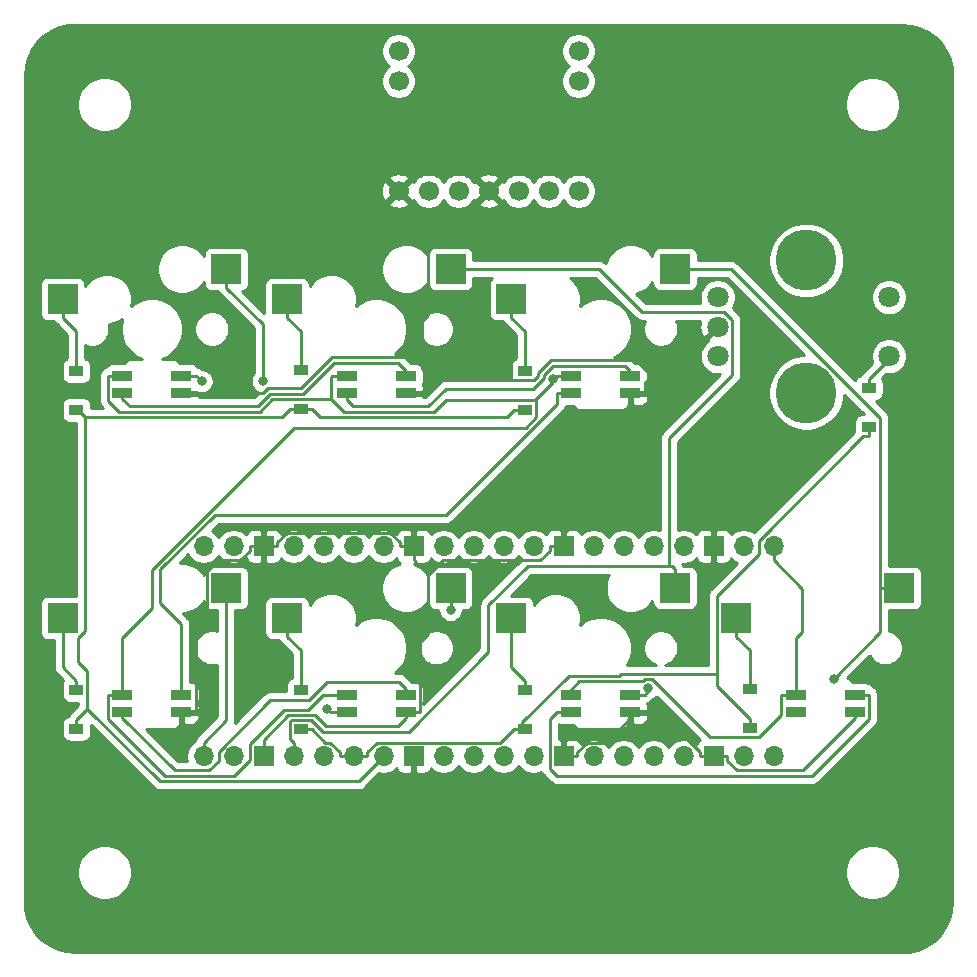
<source format=gbr>
%TF.GenerationSoftware,KiCad,Pcbnew,(5.1.10)-1*%
%TF.CreationDate,2021-12-06T23:58:12+09:00*%
%TF.ProjectId,MACRO-PAD-v0.1,4d414352-4f2d-4504-9144-2d76302e312e,rev?*%
%TF.SameCoordinates,Original*%
%TF.FileFunction,Copper,L2,Bot*%
%TF.FilePolarity,Positive*%
%FSLAX46Y46*%
G04 Gerber Fmt 4.6, Leading zero omitted, Abs format (unit mm)*
G04 Created by KiCad (PCBNEW (5.1.10)-1) date 2021-12-06 23:58:12*
%MOMM*%
%LPD*%
G01*
G04 APERTURE LIST*
%TA.AperFunction,ComponentPad*%
%ADD10C,1.700000*%
%TD*%
%TA.AperFunction,ComponentPad*%
%ADD11C,5.161000*%
%TD*%
%TA.AperFunction,ComponentPad*%
%ADD12C,1.800000*%
%TD*%
%TA.AperFunction,SMDPad,CuDef*%
%ADD13R,1.800000X0.820000*%
%TD*%
%TA.AperFunction,SMDPad,CuDef*%
%ADD14R,2.550000X2.500000*%
%TD*%
%TA.AperFunction,ComponentPad*%
%ADD15O,1.700000X1.700000*%
%TD*%
%TA.AperFunction,ComponentPad*%
%ADD16R,1.700000X1.700000*%
%TD*%
%TA.AperFunction,SMDPad,CuDef*%
%ADD17R,1.200000X0.900000*%
%TD*%
%TA.AperFunction,ViaPad*%
%ADD18C,0.800000*%
%TD*%
%TA.AperFunction,Conductor*%
%ADD19C,0.250000*%
%TD*%
%TA.AperFunction,Conductor*%
%ADD20C,0.254000*%
%TD*%
%TA.AperFunction,Conductor*%
%ADD21C,0.100000*%
%TD*%
G04 APERTURE END LIST*
D10*
%TO.P,U9,11*%
%TO.N,N/C*%
X79577000Y-72562510D03*
%TO.P,U9,10*%
X79577000Y-75102510D03*
%TO.P,U9,9*%
X94817000Y-75102510D03*
%TO.P,U9,8*%
X94817000Y-72562510D03*
%TO.P,U9,7*%
%TO.N,GND*%
X79577000Y-84423500D03*
%TO.P,U9,6*%
%TO.N,Net-(U9-Pad6)*%
X82117000Y-84423500D03*
%TO.P,U9,5*%
%TO.N,Net-(U9-Pad5)*%
X84657000Y-84423500D03*
%TO.P,U9,4*%
%TO.N,GND*%
X87197000Y-84423500D03*
%TO.P,U9,3*%
%TO.N,Net-(U9-Pad3)*%
X89737000Y-84423500D03*
%TO.P,U9,2*%
%TO.N,Net-(U9-Pad2)*%
X92277000Y-84423500D03*
%TO.P,U9,1*%
%TO.N,+5V*%
X94817000Y-84423500D03*
%TD*%
D11*
%TO.P,U8,MH2*%
%TO.N,Net-(U8-PadMH2)*%
X114100000Y-101500000D03*
%TO.P,U8,MH1*%
%TO.N,Net-(U8-PadMH1)*%
X114100000Y-90300000D03*
D12*
%TO.P,U8,C1*%
%TO.N,GND*%
X106600000Y-95900000D03*
%TO.P,U8,B1*%
%TO.N,B1*%
X106600000Y-98400000D03*
%TO.P,U8,A1*%
%TO.N,A1*%
X106600000Y-93400000D03*
%TO.P,U8,2*%
%TO.N,Net-(D8-Pad2)*%
X121100000Y-98400000D03*
%TO.P,U8,1*%
%TO.N,col3*%
X121100000Y-93400000D03*
%TD*%
D13*
%TO.P,U7,3*%
%TO.N,+5V*%
X113197000Y-127053000D03*
%TO.P,U7,4*%
%TO.N,Net-(U7-Pad4)*%
X113197000Y-128553000D03*
%TO.P,U7,5*%
%TO.N,GND*%
X118197000Y-128553000D03*
%TO.P,U7,6*%
%TO.N,Net-(U6-Pad4)*%
X118197000Y-127053000D03*
D14*
%TO.P,U7,2*%
%TO.N,Net-(D7-Pad2)*%
X108137000Y-120563000D03*
%TO.P,U7,1*%
%TO.N,col2*%
X121987000Y-118023000D03*
%TD*%
D13*
%TO.P,U6,3*%
%TO.N,+5V*%
X94197000Y-127053000D03*
%TO.P,U6,4*%
%TO.N,Net-(U6-Pad4)*%
X94197000Y-128553000D03*
%TO.P,U6,5*%
%TO.N,GND*%
X99197000Y-128553000D03*
%TO.P,U6,6*%
%TO.N,Net-(U5-Pad4)*%
X99197000Y-127053000D03*
D14*
%TO.P,U6,2*%
%TO.N,Net-(D6-Pad2)*%
X89137000Y-120563000D03*
%TO.P,U6,1*%
%TO.N,col1*%
X102987000Y-118023000D03*
%TD*%
D13*
%TO.P,U5,3*%
%TO.N,+5V*%
X75197000Y-127053000D03*
%TO.P,U5,4*%
%TO.N,Net-(U5-Pad4)*%
X75197000Y-128553000D03*
%TO.P,U5,5*%
%TO.N,GND*%
X80197000Y-128553000D03*
%TO.P,U5,6*%
%TO.N,Net-(U4-Pad4)*%
X80197000Y-127053000D03*
D14*
%TO.P,U5,2*%
%TO.N,Net-(D5-Pad2)*%
X70137000Y-120563000D03*
%TO.P,U5,1*%
%TO.N,col0*%
X83987000Y-118023000D03*
%TD*%
D13*
%TO.P,U4,3*%
%TO.N,+5V*%
X56197000Y-127053000D03*
%TO.P,U4,4*%
%TO.N,Net-(U4-Pad4)*%
X56197000Y-128553000D03*
%TO.P,U4,5*%
%TO.N,GND*%
X61197000Y-128553000D03*
%TO.P,U4,6*%
%TO.N,Net-(U3-Pad4)*%
X61197000Y-127053000D03*
D14*
%TO.P,U4,2*%
%TO.N,Net-(D4-Pad2)*%
X51137000Y-120563000D03*
%TO.P,U4,1*%
%TO.N,col3*%
X64987000Y-118023000D03*
%TD*%
D13*
%TO.P,U3,3*%
%TO.N,+5V*%
X94197000Y-100053000D03*
%TO.P,U3,4*%
%TO.N,Net-(U3-Pad4)*%
X94197000Y-101553000D03*
%TO.P,U3,5*%
%TO.N,GND*%
X99197000Y-101553000D03*
%TO.P,U3,6*%
%TO.N,Net-(U2-Pad4)*%
X99197000Y-100053000D03*
D14*
%TO.P,U3,2*%
%TO.N,Net-(D3-Pad2)*%
X89137000Y-93563000D03*
%TO.P,U3,1*%
%TO.N,col2*%
X102987000Y-91023000D03*
%TD*%
D13*
%TO.P,U2,3*%
%TO.N,+5V*%
X75197000Y-100053000D03*
%TO.P,U2,4*%
%TO.N,Net-(U2-Pad4)*%
X75197000Y-101553000D03*
%TO.P,U2,5*%
%TO.N,GND*%
X80197000Y-101553000D03*
%TO.P,U2,6*%
%TO.N,Net-(U1-Pad4)*%
X80197000Y-100053000D03*
D14*
%TO.P,U2,2*%
%TO.N,Net-(D2-Pad2)*%
X70137000Y-93563000D03*
%TO.P,U2,1*%
%TO.N,col1*%
X83987000Y-91023000D03*
%TD*%
D13*
%TO.P,U1,3*%
%TO.N,+5V*%
X56197000Y-100053000D03*
%TO.P,U1,4*%
%TO.N,Net-(U1-Pad4)*%
X56197000Y-101553000D03*
%TO.P,U1,5*%
%TO.N,GND*%
X61197000Y-101553000D03*
%TO.P,U1,6*%
%TO.N,LED*%
X61197000Y-100053000D03*
D14*
%TO.P,U1,2*%
%TO.N,Net-(D1-Pad2)*%
X51137000Y-93563000D03*
%TO.P,U1,1*%
%TO.N,col0*%
X64987000Y-91023000D03*
%TD*%
D15*
%TO.P,J1,40*%
%TO.N,+5V*%
X111327000Y-114510000D03*
%TO.P,J1,39*%
%TO.N,Net-(J1-Pad39)*%
X108787000Y-114510000D03*
D16*
%TO.P,J1,38*%
%TO.N,GND*%
X106247000Y-114510000D03*
D15*
%TO.P,J1,37*%
%TO.N,Net-(J1-Pad37)*%
X103707000Y-114510000D03*
%TO.P,J1,36*%
%TO.N,Net-(J1-Pad36)*%
X101167000Y-114510000D03*
%TO.P,J1,35*%
%TO.N,Net-(J1-Pad35)*%
X98627000Y-114510000D03*
%TO.P,J1,34*%
%TO.N,Net-(J1-Pad34)*%
X96087000Y-114510000D03*
D16*
%TO.P,J1,33*%
%TO.N,GND*%
X93547000Y-114510000D03*
D15*
%TO.P,J1,32*%
%TO.N,Net-(J1-Pad32)*%
X91007000Y-114510000D03*
%TO.P,J1,31*%
%TO.N,Net-(J1-Pad31)*%
X88467000Y-114510000D03*
%TO.P,J1,30*%
%TO.N,Net-(J1-Pad30)*%
X85927000Y-114510000D03*
%TO.P,J1,29*%
%TO.N,Net-(J1-Pad29)*%
X83387000Y-114510000D03*
D16*
%TO.P,J1,28*%
%TO.N,GND*%
X80847000Y-114510000D03*
D15*
%TO.P,J1,27*%
%TO.N,Net-(J1-Pad27)*%
X78307000Y-114510000D03*
%TO.P,J1,26*%
%TO.N,Net-(J1-Pad26)*%
X75767000Y-114510000D03*
%TO.P,J1,25*%
%TO.N,Net-(J1-Pad25)*%
X73227000Y-114510000D03*
%TO.P,J1,24*%
%TO.N,Net-(J1-Pad24)*%
X70687000Y-114510000D03*
D16*
%TO.P,J1,23*%
%TO.N,GND*%
X68147000Y-114510000D03*
D15*
%TO.P,J1,22*%
%TO.N,Net-(J1-Pad22)*%
X65607000Y-114510000D03*
%TO.P,J1,21*%
%TO.N,Net-(J1-Pad21)*%
X63067000Y-114510000D03*
%TO.P,J1,20*%
%TO.N,col3*%
X63067000Y-132290000D03*
%TO.P,J1,19*%
%TO.N,col2*%
X65607000Y-132290000D03*
D16*
%TO.P,J1,18*%
%TO.N,GND*%
X68147000Y-132290000D03*
D15*
%TO.P,J1,17*%
%TO.N,col1*%
X70687000Y-132290000D03*
%TO.P,J1,16*%
%TO.N,col0*%
X73227000Y-132290000D03*
%TO.P,J1,15*%
%TO.N,row1*%
X75767000Y-132290000D03*
%TO.P,J1,14*%
%TO.N,row0*%
X78307000Y-132290000D03*
D16*
%TO.P,J1,13*%
%TO.N,GND*%
X80847000Y-132290000D03*
D15*
%TO.P,J1,12*%
%TO.N,LED*%
X83387000Y-132290000D03*
%TO.P,J1,11*%
%TO.N,B1*%
X85927000Y-132290000D03*
%TO.P,J1,10*%
%TO.N,A1*%
X88467000Y-132290000D03*
%TO.P,J1,9*%
%TO.N,Net-(J1-Pad9)*%
X91007000Y-132290000D03*
D16*
%TO.P,J1,8*%
%TO.N,GND*%
X93547000Y-132290000D03*
D15*
%TO.P,J1,7*%
%TO.N,Net-(J1-Pad7)*%
X96087000Y-132290000D03*
%TO.P,J1,6*%
%TO.N,Net-(J1-Pad6)*%
X98627000Y-132290000D03*
%TO.P,J1,5*%
%TO.N,Net-(J1-Pad5)*%
X101167000Y-132290000D03*
%TO.P,J1,4*%
%TO.N,Net-(J1-Pad4)*%
X103707000Y-132290000D03*
D16*
%TO.P,J1,3*%
%TO.N,GND*%
X106247000Y-132290000D03*
D15*
%TO.P,J1,2*%
%TO.N,Net-(J1-Pad2)*%
X108787000Y-132290000D03*
%TO.P,J1,1*%
%TO.N,Net-(J1-Pad1)*%
X111327000Y-132290000D03*
%TD*%
D17*
%TO.P,D8,2*%
%TO.N,Net-(D8-Pad2)*%
X119400000Y-101100000D03*
%TO.P,D8,1*%
%TO.N,row1*%
X119400000Y-104400000D03*
%TD*%
%TO.P,D7,2*%
%TO.N,Net-(D7-Pad2)*%
X109300000Y-126600000D03*
%TO.P,D7,1*%
%TO.N,row1*%
X109300000Y-129900000D03*
%TD*%
%TO.P,D6,2*%
%TO.N,Net-(D6-Pad2)*%
X90300000Y-126650000D03*
%TO.P,D6,1*%
%TO.N,row1*%
X90300000Y-129950000D03*
%TD*%
%TO.P,D5,2*%
%TO.N,Net-(D5-Pad2)*%
X71300000Y-126700000D03*
%TO.P,D5,1*%
%TO.N,row1*%
X71300000Y-130000000D03*
%TD*%
%TO.P,D4,2*%
%TO.N,Net-(D4-Pad2)*%
X52300000Y-126650000D03*
%TO.P,D4,1*%
%TO.N,row0*%
X52300000Y-129950000D03*
%TD*%
%TO.P,D3,2*%
%TO.N,Net-(D3-Pad2)*%
X90300000Y-99650000D03*
%TO.P,D3,1*%
%TO.N,row0*%
X90300000Y-102950000D03*
%TD*%
%TO.P,D2,2*%
%TO.N,Net-(D2-Pad2)*%
X71300000Y-99600000D03*
%TO.P,D2,1*%
%TO.N,row0*%
X71300000Y-102900000D03*
%TD*%
%TO.P,D1,2*%
%TO.N,Net-(D1-Pad2)*%
X52300000Y-99650000D03*
%TO.P,D1,1*%
%TO.N,row0*%
X52300000Y-102950000D03*
%TD*%
D18*
%TO.N,+5V*%
X92673000Y-100302500D03*
%TO.N,col2*%
X116419900Y-125699900D03*
%TO.N,col0*%
X68102100Y-100527900D03*
X83987000Y-119884100D03*
%TO.N,LED*%
X62897200Y-100527900D03*
%TO.N,Net-(U5-Pad4)*%
X100711800Y-126473700D03*
X73553300Y-128260400D03*
%TD*%
D19*
%TO.N,Net-(D1-Pad2)*%
X51137000Y-93563000D02*
X51137000Y-95138300D01*
X52300000Y-99650000D02*
X52300000Y-96301300D01*
X52300000Y-96301300D02*
X51137000Y-95138300D01*
%TO.N,row0*%
X53061600Y-103547600D02*
X53061600Y-121670900D01*
X53061600Y-121670900D02*
X52440700Y-122291800D01*
X52440700Y-122291800D02*
X52440700Y-124264300D01*
X52440700Y-124264300D02*
X53225400Y-125049000D01*
X53225400Y-125049000D02*
X53225400Y-128249300D01*
X52300000Y-102950000D02*
X52464000Y-102950000D01*
X52464000Y-102950000D02*
X53061600Y-103547600D01*
X70374700Y-102900000D02*
X69727100Y-103547600D01*
X69727100Y-103547600D02*
X53061600Y-103547600D01*
X53225400Y-128249300D02*
X52300000Y-129174700D01*
X53225400Y-128249300D02*
X59372000Y-134395900D01*
X59372000Y-134395900D02*
X76201100Y-134395900D01*
X76201100Y-134395900D02*
X78307000Y-132290000D01*
X52300000Y-129950000D02*
X52300000Y-129174700D01*
X72225300Y-102900000D02*
X72908400Y-103583100D01*
X72908400Y-103583100D02*
X88741600Y-103583100D01*
X88741600Y-103583100D02*
X89374700Y-102950000D01*
X71300000Y-102900000D02*
X70374700Y-102900000D01*
X90300000Y-102950000D02*
X89374700Y-102950000D01*
X71300000Y-102900000D02*
X72225300Y-102900000D01*
%TO.N,Net-(D2-Pad2)*%
X70137000Y-93563000D02*
X70137000Y-95138300D01*
X71300000Y-99600000D02*
X71300000Y-96301300D01*
X71300000Y-96301300D02*
X70137000Y-95138300D01*
%TO.N,Net-(D3-Pad2)*%
X89137000Y-93563000D02*
X89137000Y-95138300D01*
X90300000Y-99650000D02*
X90300000Y-96301300D01*
X90300000Y-96301300D02*
X89137000Y-95138300D01*
%TO.N,Net-(D4-Pad2)*%
X52300000Y-126650000D02*
X52300000Y-125874700D01*
X51137000Y-122138300D02*
X51137000Y-124711700D01*
X51137000Y-124711700D02*
X52300000Y-125874700D01*
X51137000Y-120563000D02*
X51137000Y-122138300D01*
%TO.N,Net-(D5-Pad2)*%
X70137000Y-120563000D02*
X70137000Y-122138300D01*
X71300000Y-126700000D02*
X71300000Y-123301300D01*
X71300000Y-123301300D02*
X70137000Y-122138300D01*
%TO.N,row1*%
X90068700Y-129950000D02*
X90068700Y-129374100D01*
X90068700Y-129374100D02*
X93968700Y-125474100D01*
X93968700Y-125474100D02*
X98251800Y-125474100D01*
X98251800Y-125474100D02*
X98427800Y-125298100D01*
X98427800Y-125298100D02*
X106530800Y-125298100D01*
X90068700Y-129950000D02*
X89374700Y-129950000D01*
X90300000Y-129950000D02*
X90068700Y-129950000D01*
X106530800Y-125298100D02*
X106530800Y-118666400D01*
X106530800Y-118666400D02*
X110057000Y-115140200D01*
X110057000Y-115140200D02*
X110057000Y-114033700D01*
X110057000Y-114033700D02*
X118915400Y-105175300D01*
X118915400Y-105175300D02*
X119400000Y-105175300D01*
X109300000Y-129124700D02*
X106530800Y-126355500D01*
X106530800Y-126355500D02*
X106530800Y-125298100D01*
X75767000Y-132290000D02*
X74591700Y-132290000D01*
X71300000Y-130000000D02*
X72225300Y-130000000D01*
X72225300Y-130000000D02*
X73340000Y-131114700D01*
X73340000Y-131114700D02*
X73783800Y-131114700D01*
X73783800Y-131114700D02*
X74591700Y-131922600D01*
X74591700Y-131922600D02*
X74591700Y-132290000D01*
X75767000Y-132290000D02*
X76942300Y-132290000D01*
X89374700Y-129950000D02*
X88210000Y-131114700D01*
X88210000Y-131114700D02*
X77750200Y-131114700D01*
X77750200Y-131114700D02*
X76942300Y-131922600D01*
X76942300Y-131922600D02*
X76942300Y-132290000D01*
X119400000Y-104400000D02*
X119400000Y-105175300D01*
X109300000Y-129900000D02*
X109300000Y-129124700D01*
%TO.N,Net-(D6-Pad2)*%
X90300000Y-126650000D02*
X90300000Y-125874700D01*
X90300000Y-125874700D02*
X89137000Y-124711700D01*
X89137000Y-124711700D02*
X89137000Y-120563000D01*
%TO.N,Net-(D7-Pad2)*%
X108137000Y-120563000D02*
X108137000Y-122138300D01*
X109300000Y-126600000D02*
X109300000Y-123301300D01*
X109300000Y-123301300D02*
X108137000Y-122138300D01*
%TO.N,Net-(D8-Pad2)*%
X119400000Y-101100000D02*
X119400000Y-100324700D01*
X119400000Y-100324700D02*
X121100000Y-98624700D01*
X121100000Y-98624700D02*
X121100000Y-98400000D01*
%TO.N,+5V*%
X91117400Y-102142800D02*
X91230600Y-102256000D01*
X91230600Y-102256000D02*
X91230600Y-103569800D01*
X91230600Y-103569800D02*
X90350400Y-104450000D01*
X90350400Y-104450000D02*
X70762900Y-104450000D01*
X70762900Y-104450000D02*
X58740900Y-116472000D01*
X58740900Y-116472000D02*
X58740900Y-119733100D01*
X58740900Y-119733100D02*
X56197000Y-122277000D01*
X56197000Y-122277000D02*
X56197000Y-127053000D01*
X111327000Y-114510000D02*
X111327000Y-115685300D01*
X111327000Y-115685300D02*
X113717300Y-118075600D01*
X113717300Y-118075600D02*
X113717300Y-121756700D01*
X113717300Y-121756700D02*
X113197000Y-122277000D01*
X113197000Y-122277000D02*
X113197000Y-127053000D01*
X54971700Y-100053000D02*
X54971700Y-102157500D01*
X54971700Y-102157500D02*
X55902100Y-103087900D01*
X55902100Y-103087900D02*
X67841700Y-103087900D01*
X67841700Y-103087900D02*
X68865600Y-102064000D01*
X68865600Y-102064000D02*
X73868300Y-102064000D01*
X91117400Y-102142800D02*
X92673000Y-100587200D01*
X92673000Y-100587200D02*
X92673000Y-100302500D01*
X73868300Y-102064000D02*
X74923200Y-103118900D01*
X74923200Y-103118900D02*
X82588300Y-103118900D01*
X82588300Y-103118900D02*
X83564400Y-102142800D01*
X83564400Y-102142800D02*
X91117400Y-102142800D01*
X94197000Y-100053000D02*
X92971700Y-100053000D01*
X92673000Y-100302500D02*
X92722200Y-100302500D01*
X92722200Y-100302500D02*
X92971700Y-100053000D01*
X75197000Y-127053000D02*
X73191100Y-127053000D01*
X73191100Y-127053000D02*
X71920200Y-128323900D01*
X71920200Y-128323900D02*
X69896100Y-128323900D01*
X69896100Y-128323900D02*
X66971600Y-131248400D01*
X66971600Y-131248400D02*
X66971600Y-132604900D01*
X66971600Y-132604900D02*
X65646300Y-133930200D01*
X65646300Y-133930200D02*
X59802500Y-133930200D01*
X59802500Y-133930200D02*
X54971700Y-129099400D01*
X54971700Y-129099400D02*
X54971700Y-127053000D01*
X56197000Y-100053000D02*
X54971700Y-100053000D01*
X73971700Y-100053000D02*
X73868300Y-100156400D01*
X73868300Y-100156400D02*
X73868300Y-102064000D01*
X56197000Y-127053000D02*
X54971700Y-127053000D01*
X111971700Y-127053000D02*
X111971700Y-128787200D01*
X111971700Y-128787200D02*
X110083500Y-130675400D01*
X110083500Y-130675400D02*
X105939300Y-130675400D01*
X105939300Y-130675400D02*
X101012300Y-125748400D01*
X101012300Y-125748400D02*
X100411400Y-125748400D01*
X100411400Y-125748400D02*
X100235400Y-125924400D01*
X100235400Y-125924400D02*
X94896700Y-125924400D01*
X94896700Y-125924400D02*
X94197000Y-126624100D01*
X94197000Y-126624100D02*
X94197000Y-127053000D01*
X75197000Y-100053000D02*
X73971700Y-100053000D01*
X113197000Y-127053000D02*
X111971700Y-127053000D01*
%TO.N,GND*%
X61197000Y-101553000D02*
X68102800Y-101553000D01*
X68102800Y-101553000D02*
X68529700Y-101126100D01*
X68529700Y-101126100D02*
X71289600Y-101126100D01*
X71289600Y-101126100D02*
X73907600Y-98508100D01*
X73907600Y-98508100D02*
X81600700Y-98508100D01*
X100994800Y-100061600D02*
X99656200Y-98723000D01*
X99656200Y-98723000D02*
X92504900Y-98723000D01*
X92504900Y-98723000D02*
X91412400Y-99815500D01*
X91412400Y-99815500D02*
X91412400Y-100078200D01*
X91412400Y-100078200D02*
X91065200Y-100425400D01*
X91065200Y-100425400D02*
X82549900Y-100425400D01*
X82070000Y-86916500D02*
X79577000Y-84423500D01*
X81600700Y-98508100D02*
X81600700Y-95388400D01*
X81600700Y-95388400D02*
X82070000Y-94919100D01*
X82070000Y-94919100D02*
X82070000Y-86916500D01*
X87197000Y-84423500D02*
X84704000Y-86916500D01*
X84704000Y-86916500D02*
X82070000Y-86916500D01*
X81600700Y-98508100D02*
X81600700Y-99476200D01*
X81600700Y-99476200D02*
X82549900Y-100425400D01*
X82077200Y-116915500D02*
X80847000Y-115685300D01*
X81422300Y-128553000D02*
X81422300Y-122566800D01*
X81422300Y-122566800D02*
X82077200Y-121911900D01*
X82077200Y-121911900D02*
X82077200Y-116915500D01*
X82077200Y-116915500D02*
X83307400Y-115685300D01*
X83307400Y-115685300D02*
X91563800Y-115685300D01*
X91563800Y-115685300D02*
X92371700Y-114877400D01*
X92371700Y-114877400D02*
X92371700Y-114510000D01*
X93547000Y-114510000D02*
X92371700Y-114510000D01*
X82549900Y-100425400D02*
X81422300Y-101553000D01*
X80197000Y-128553000D02*
X81422300Y-128553000D01*
X80847000Y-114510000D02*
X80847000Y-115685300D01*
X80197000Y-128553000D02*
X80197000Y-129043900D01*
X80197000Y-129043900D02*
X79558800Y-129682100D01*
X79558800Y-129682100D02*
X73405600Y-129682100D01*
X73405600Y-129682100D02*
X72497800Y-128774300D01*
X72497800Y-128774300D02*
X70255600Y-128774300D01*
X70255600Y-128774300D02*
X68147000Y-130882900D01*
X68147000Y-130882900D02*
X68147000Y-131114700D01*
X68147000Y-114510000D02*
X69322300Y-114510000D01*
X80847000Y-114510000D02*
X79671700Y-114510000D01*
X79671700Y-114510000D02*
X79671700Y-114142700D01*
X79671700Y-114142700D02*
X78863700Y-113334700D01*
X78863700Y-113334700D02*
X70130200Y-113334700D01*
X70130200Y-113334700D02*
X69322300Y-114142600D01*
X69322300Y-114142600D02*
X69322300Y-114510000D01*
X106600000Y-95900000D02*
X102438400Y-100061600D01*
X102438400Y-100061600D02*
X100994800Y-100061600D01*
X100994800Y-100061600D02*
X100422300Y-100634100D01*
X100422300Y-100634100D02*
X100422300Y-101553000D01*
X99197000Y-101553000D02*
X100422300Y-101553000D01*
X93547000Y-114510000D02*
X93547000Y-113334700D01*
X93547000Y-113334700D02*
X99197000Y-107684700D01*
X99197000Y-107684700D02*
X99197000Y-101553000D01*
X68147000Y-132290000D02*
X68147000Y-131114700D01*
X93547000Y-132290000D02*
X94722300Y-132290000D01*
X94722300Y-132290000D02*
X94722300Y-131922600D01*
X94722300Y-131922600D02*
X95530200Y-131114700D01*
X95530200Y-131114700D02*
X97157200Y-131114700D01*
X97157200Y-131114700D02*
X99197000Y-129074900D01*
X99197000Y-129074900D02*
X99197000Y-128553000D01*
X99197000Y-128553000D02*
X100422300Y-128553000D01*
X106247000Y-132290000D02*
X105071700Y-132290000D01*
X105071700Y-132290000D02*
X105071700Y-131903600D01*
X105071700Y-131903600D02*
X101721100Y-128553000D01*
X101721100Y-128553000D02*
X100422300Y-128553000D01*
X106834700Y-132290000D02*
X106247000Y-132290000D01*
X106834700Y-132290000D02*
X107422300Y-132290000D01*
X66971700Y-114510000D02*
X66971700Y-114877400D01*
X66971700Y-114877400D02*
X66163800Y-115685300D01*
X66163800Y-115685300D02*
X64271100Y-115685300D01*
X64271100Y-115685300D02*
X63383800Y-116572600D01*
X63383800Y-116572600D02*
X63383800Y-120505700D01*
X63383800Y-120505700D02*
X62422300Y-121467200D01*
X62422300Y-121467200D02*
X62422300Y-128553000D01*
X107422300Y-132290000D02*
X107422300Y-132657300D01*
X107422300Y-132657300D02*
X108235700Y-133470700D01*
X108235700Y-133470700D02*
X113783000Y-133470700D01*
X113783000Y-133470700D02*
X118197000Y-129056700D01*
X118197000Y-129056700D02*
X118197000Y-128553000D01*
X61197000Y-128553000D02*
X62422300Y-128553000D01*
X80197000Y-101553000D02*
X81422300Y-101553000D01*
X68147000Y-114510000D02*
X66971700Y-114510000D01*
%TO.N,col3*%
X64987000Y-118023000D02*
X64987000Y-119598300D01*
X63067000Y-132290000D02*
X63067000Y-131114700D01*
X63067000Y-131114700D02*
X64987000Y-129194700D01*
X64987000Y-129194700D02*
X64987000Y-119598300D01*
%TO.N,col2*%
X116419900Y-125699900D02*
X120325400Y-121794400D01*
X120325400Y-121794400D02*
X120325400Y-118023000D01*
X102987000Y-91023000D02*
X107735500Y-91023000D01*
X107735500Y-91023000D02*
X120325400Y-103612900D01*
X120325400Y-103612900D02*
X120325400Y-118023000D01*
X120325400Y-118023000D02*
X120386700Y-118023000D01*
X121987000Y-118023000D02*
X120386700Y-118023000D01*
%TO.N,col1*%
X102500800Y-116153000D02*
X102692300Y-116153000D01*
X102692300Y-116153000D02*
X102987000Y-116447700D01*
X70687000Y-131114700D02*
X70365000Y-130792700D01*
X70365000Y-130792700D02*
X70365000Y-129346200D01*
X70365000Y-129346200D02*
X70486600Y-129224600D01*
X70486600Y-129224600D02*
X72204400Y-129224600D01*
X72204400Y-129224600D02*
X73168000Y-130188200D01*
X73168000Y-130188200D02*
X80427600Y-130188200D01*
X80427600Y-130188200D02*
X87190300Y-123425500D01*
X87190300Y-123425500D02*
X87190300Y-119470100D01*
X87190300Y-119470100D02*
X90507400Y-116153000D01*
X90507400Y-116153000D02*
X102500800Y-116153000D01*
X102500800Y-116153000D02*
X102500800Y-105325700D01*
X102500800Y-105325700D02*
X107829700Y-99996800D01*
X107829700Y-99996800D02*
X107829700Y-95330900D01*
X107829700Y-95330900D02*
X107148800Y-94650000D01*
X107148800Y-94650000D02*
X100192200Y-94650000D01*
X100192200Y-94650000D02*
X96565200Y-91023000D01*
X96565200Y-91023000D02*
X83987000Y-91023000D01*
X102987000Y-118023000D02*
X102987000Y-116447700D01*
X70687000Y-132290000D02*
X70687000Y-131114700D01*
%TO.N,col0*%
X64987000Y-91023000D02*
X64987000Y-92598300D01*
X68102100Y-100527900D02*
X68102100Y-95713400D01*
X68102100Y-95713400D02*
X64987000Y-92598300D01*
X83987000Y-118023000D02*
X83987000Y-119884100D01*
%TO.N,LED*%
X62897200Y-100527900D02*
X62422300Y-100053000D01*
X61197000Y-100053000D02*
X62422300Y-100053000D01*
%TO.N,Net-(U1-Pad4)*%
X56197000Y-101553000D02*
X56197000Y-102027600D01*
X56197000Y-102027600D02*
X56806900Y-102637500D01*
X56806900Y-102637500D02*
X67655200Y-102637500D01*
X67655200Y-102637500D02*
X68716300Y-101576400D01*
X68716300Y-101576400D02*
X71476200Y-101576400D01*
X71476200Y-101576400D02*
X74074900Y-98977700D01*
X74074900Y-98977700D02*
X79531800Y-98977700D01*
X79531800Y-98977700D02*
X80197000Y-99642900D01*
X80197000Y-99642900D02*
X80197000Y-100053000D01*
%TO.N,Net-(U2-Pad4)*%
X99197000Y-100053000D02*
X99197000Y-99673100D01*
X99197000Y-99673100D02*
X98757800Y-99233900D01*
X98757800Y-99233900D02*
X92630900Y-99233900D01*
X92630900Y-99233900D02*
X91862700Y-100002100D01*
X91862700Y-100002100D02*
X91862700Y-100264900D01*
X91862700Y-100264900D02*
X90987500Y-101140100D01*
X90987500Y-101140100D02*
X83612000Y-101140100D01*
X83612000Y-101140100D02*
X82097700Y-102654400D01*
X82097700Y-102654400D02*
X75762900Y-102654400D01*
X75762900Y-102654400D02*
X75197000Y-102088500D01*
X75197000Y-102088500D02*
X75197000Y-101553000D01*
%TO.N,Net-(U3-Pad4)*%
X94197000Y-101553000D02*
X92971700Y-101553000D01*
X92971700Y-101553000D02*
X92971700Y-102472000D01*
X92971700Y-102472000D02*
X83621000Y-111822700D01*
X83621000Y-111822700D02*
X64027200Y-111822700D01*
X64027200Y-111822700D02*
X59394000Y-116455900D01*
X59394000Y-116455900D02*
X59394000Y-119307000D01*
X59394000Y-119307000D02*
X61197000Y-121110000D01*
X61197000Y-121110000D02*
X61197000Y-127053000D01*
%TO.N,Net-(U4-Pad4)*%
X80197000Y-127053000D02*
X80197000Y-126572800D01*
X80197000Y-126572800D02*
X79582500Y-125958300D01*
X79582500Y-125958300D02*
X73555700Y-125958300D01*
X73555700Y-125958300D02*
X71986900Y-127527100D01*
X71986900Y-127527100D02*
X68705700Y-127527100D01*
X68705700Y-127527100D02*
X64337000Y-131895800D01*
X64337000Y-131895800D02*
X64337000Y-132686300D01*
X64337000Y-132686300D02*
X63556800Y-133466500D01*
X63556800Y-133466500D02*
X60611700Y-133466500D01*
X60611700Y-133466500D02*
X56197000Y-129051800D01*
X56197000Y-129051800D02*
X56197000Y-128553000D01*
%TO.N,Net-(U5-Pad4)*%
X100422300Y-127053000D02*
X100711800Y-126763500D01*
X100711800Y-126763500D02*
X100711800Y-126473700D01*
X75197000Y-128553000D02*
X73845900Y-128553000D01*
X73845900Y-128553000D02*
X73553300Y-128260400D01*
X99197000Y-127053000D02*
X100422300Y-127053000D01*
%TO.N,Net-(U6-Pad4)*%
X118197000Y-127053000D02*
X119422300Y-127053000D01*
X94197000Y-128553000D02*
X92971700Y-128553000D01*
X92971700Y-128553000D02*
X92371600Y-129153100D01*
X92371600Y-129153100D02*
X92371600Y-133313200D01*
X92371600Y-133313200D02*
X92987100Y-133928700D01*
X92987100Y-133928700D02*
X114616000Y-133928700D01*
X114616000Y-133928700D02*
X119422300Y-129122400D01*
X119422300Y-129122400D02*
X119422300Y-127053000D01*
%TD*%
D20*
%TO.N,GND*%
X122954216Y-70408234D02*
X123684598Y-70608043D01*
X124368048Y-70934032D01*
X124982968Y-71375897D01*
X125509925Y-71919675D01*
X125932259Y-72548174D01*
X126236621Y-73241528D01*
X126414746Y-73983476D01*
X126462000Y-74626949D01*
X126462001Y-144573257D01*
X126391766Y-145360216D01*
X126191957Y-146090597D01*
X125865968Y-146774048D01*
X125424103Y-147388968D01*
X124880323Y-147915927D01*
X124251828Y-148338257D01*
X123558472Y-148642621D01*
X122816524Y-148820746D01*
X122173051Y-148868000D01*
X52226732Y-148868000D01*
X51439784Y-148797766D01*
X50709403Y-148597957D01*
X50025952Y-148271968D01*
X49411032Y-147830103D01*
X48884073Y-147286323D01*
X48461743Y-146657828D01*
X48157379Y-145964472D01*
X47979254Y-145222524D01*
X47932000Y-144579051D01*
X47932000Y-141872170D01*
X52353340Y-141872170D01*
X52353340Y-142333830D01*
X52443406Y-142786620D01*
X52620075Y-143213139D01*
X52876560Y-143596996D01*
X53203004Y-143923440D01*
X53586861Y-144179925D01*
X54013380Y-144356594D01*
X54466170Y-144446660D01*
X54927830Y-144446660D01*
X55380620Y-144356594D01*
X55807139Y-144179925D01*
X56190996Y-143923440D01*
X56517440Y-143596996D01*
X56773925Y-143213139D01*
X56950594Y-142786620D01*
X57040660Y-142333830D01*
X57040660Y-141872170D01*
X117353340Y-141872170D01*
X117353340Y-142333830D01*
X117443406Y-142786620D01*
X117620075Y-143213139D01*
X117876560Y-143596996D01*
X118203004Y-143923440D01*
X118586861Y-144179925D01*
X119013380Y-144356594D01*
X119466170Y-144446660D01*
X119927830Y-144446660D01*
X120380620Y-144356594D01*
X120807139Y-144179925D01*
X121190996Y-143923440D01*
X121517440Y-143596996D01*
X121773925Y-143213139D01*
X121950594Y-142786620D01*
X122040660Y-142333830D01*
X122040660Y-141872170D01*
X121950594Y-141419380D01*
X121773925Y-140992861D01*
X121517440Y-140609004D01*
X121190996Y-140282560D01*
X120807139Y-140026075D01*
X120380620Y-139849406D01*
X119927830Y-139759340D01*
X119466170Y-139759340D01*
X119013380Y-139849406D01*
X118586861Y-140026075D01*
X118203004Y-140282560D01*
X117876560Y-140609004D01*
X117620075Y-140992861D01*
X117443406Y-141419380D01*
X117353340Y-141872170D01*
X57040660Y-141872170D01*
X56950594Y-141419380D01*
X56773925Y-140992861D01*
X56517440Y-140609004D01*
X56190996Y-140282560D01*
X55807139Y-140026075D01*
X55380620Y-139849406D01*
X54927830Y-139759340D01*
X54466170Y-139759340D01*
X54013380Y-139849406D01*
X53586861Y-140026075D01*
X53203004Y-140282560D01*
X52876560Y-140609004D01*
X52620075Y-140992861D01*
X52443406Y-141419380D01*
X52353340Y-141872170D01*
X47932000Y-141872170D01*
X47932000Y-92313000D01*
X49223928Y-92313000D01*
X49223928Y-94813000D01*
X49236188Y-94937482D01*
X49272498Y-95057180D01*
X49331463Y-95167494D01*
X49410815Y-95264185D01*
X49507506Y-95343537D01*
X49617820Y-95402502D01*
X49737518Y-95438812D01*
X49862000Y-95451072D01*
X50442425Y-95451072D01*
X50502026Y-95562576D01*
X50529255Y-95595754D01*
X50597000Y-95678301D01*
X50625998Y-95702099D01*
X51540001Y-96616103D01*
X51540000Y-98584962D01*
X51455820Y-98610498D01*
X51345506Y-98669463D01*
X51248815Y-98748815D01*
X51169463Y-98845506D01*
X51110498Y-98955820D01*
X51074188Y-99075518D01*
X51061928Y-99200000D01*
X51061928Y-100100000D01*
X51074188Y-100224482D01*
X51110498Y-100344180D01*
X51169463Y-100454494D01*
X51248815Y-100551185D01*
X51345506Y-100630537D01*
X51455820Y-100689502D01*
X51575518Y-100725812D01*
X51700000Y-100738072D01*
X52900000Y-100738072D01*
X53024482Y-100725812D01*
X53144180Y-100689502D01*
X53254494Y-100630537D01*
X53351185Y-100551185D01*
X53430537Y-100454494D01*
X53489502Y-100344180D01*
X53525812Y-100224482D01*
X53538072Y-100100000D01*
X53538072Y-99200000D01*
X53525812Y-99075518D01*
X53489502Y-98955820D01*
X53430537Y-98845506D01*
X53351185Y-98748815D01*
X53254494Y-98669463D01*
X53144180Y-98610498D01*
X53060000Y-98584962D01*
X53060000Y-97480610D01*
X53183579Y-97531798D01*
X53470652Y-97588900D01*
X53763348Y-97588900D01*
X54050421Y-97531798D01*
X54320838Y-97419788D01*
X54564206Y-97257174D01*
X54771174Y-97050206D01*
X54933788Y-96806838D01*
X55045798Y-96536421D01*
X55102900Y-96249348D01*
X55102900Y-95956652D01*
X55051451Y-95698000D01*
X55097279Y-95698000D01*
X55509756Y-95615953D01*
X55898302Y-95455012D01*
X56204708Y-95250279D01*
X56169127Y-95336178D01*
X56068100Y-95844076D01*
X56068100Y-96361924D01*
X56169127Y-96869822D01*
X56367299Y-97348251D01*
X56655000Y-97778826D01*
X57021174Y-98145000D01*
X57451749Y-98432701D01*
X57874958Y-98608000D01*
X57031135Y-98608000D01*
X56997000Y-98604638D01*
X56962866Y-98608000D01*
X56962865Y-98608000D01*
X56860756Y-98618057D01*
X56729748Y-98657798D01*
X56609011Y-98722333D01*
X56503183Y-98809183D01*
X56416333Y-98915011D01*
X56368272Y-99004928D01*
X55297000Y-99004928D01*
X55172518Y-99017188D01*
X55052820Y-99053498D01*
X54942506Y-99112463D01*
X54845815Y-99191815D01*
X54766463Y-99288506D01*
X54745695Y-99327360D01*
X54679453Y-99347454D01*
X54547424Y-99418026D01*
X54431699Y-99512999D01*
X54336726Y-99628724D01*
X54266154Y-99760753D01*
X54222697Y-99904014D01*
X54208023Y-100053000D01*
X54211700Y-100090332D01*
X54211701Y-102120168D01*
X54208024Y-102157500D01*
X54211701Y-102194833D01*
X54222257Y-102302003D01*
X54222698Y-102306485D01*
X54266154Y-102449746D01*
X54336726Y-102581776D01*
X54399080Y-102657754D01*
X54431700Y-102697501D01*
X54460698Y-102721299D01*
X54526999Y-102787600D01*
X53538072Y-102787600D01*
X53538072Y-102500000D01*
X53525812Y-102375518D01*
X53489502Y-102255820D01*
X53430537Y-102145506D01*
X53351185Y-102048815D01*
X53254494Y-101969463D01*
X53144180Y-101910498D01*
X53024482Y-101874188D01*
X52900000Y-101861928D01*
X51700000Y-101861928D01*
X51575518Y-101874188D01*
X51455820Y-101910498D01*
X51345506Y-101969463D01*
X51248815Y-102048815D01*
X51169463Y-102145506D01*
X51110498Y-102255820D01*
X51074188Y-102375518D01*
X51061928Y-102500000D01*
X51061928Y-103400000D01*
X51074188Y-103524482D01*
X51110498Y-103644180D01*
X51169463Y-103754494D01*
X51248815Y-103851185D01*
X51345506Y-103930537D01*
X51455820Y-103989502D01*
X51575518Y-104025812D01*
X51700000Y-104038072D01*
X52301600Y-104038072D01*
X52301601Y-118674928D01*
X49862000Y-118674928D01*
X49737518Y-118687188D01*
X49617820Y-118723498D01*
X49507506Y-118782463D01*
X49410815Y-118861815D01*
X49331463Y-118958506D01*
X49272498Y-119068820D01*
X49236188Y-119188518D01*
X49223928Y-119313000D01*
X49223928Y-121813000D01*
X49236188Y-121937482D01*
X49272498Y-122057180D01*
X49331463Y-122167494D01*
X49410815Y-122264185D01*
X49507506Y-122343537D01*
X49617820Y-122402502D01*
X49737518Y-122438812D01*
X49862000Y-122451072D01*
X50377000Y-122451072D01*
X50377001Y-124674368D01*
X50373324Y-124711700D01*
X50377001Y-124749032D01*
X50377001Y-124749033D01*
X50387998Y-124860686D01*
X50398699Y-124895963D01*
X50431454Y-125003946D01*
X50502026Y-125135976D01*
X50570043Y-125218854D01*
X50597000Y-125251701D01*
X50625998Y-125275499D01*
X51181426Y-125830928D01*
X51169463Y-125845506D01*
X51110498Y-125955820D01*
X51074188Y-126075518D01*
X51061928Y-126200000D01*
X51061928Y-127100000D01*
X51074188Y-127224482D01*
X51110498Y-127344180D01*
X51169463Y-127454494D01*
X51248815Y-127551185D01*
X51345506Y-127630537D01*
X51455820Y-127689502D01*
X51575518Y-127725812D01*
X51700000Y-127738072D01*
X52465401Y-127738072D01*
X52465401Y-127934497D01*
X51788998Y-128610901D01*
X51760000Y-128634699D01*
X51736202Y-128663697D01*
X51736201Y-128663698D01*
X51665026Y-128750424D01*
X51600170Y-128871760D01*
X51575518Y-128874188D01*
X51455820Y-128910498D01*
X51345506Y-128969463D01*
X51248815Y-129048815D01*
X51169463Y-129145506D01*
X51110498Y-129255820D01*
X51074188Y-129375518D01*
X51061928Y-129500000D01*
X51061928Y-130400000D01*
X51074188Y-130524482D01*
X51110498Y-130644180D01*
X51169463Y-130754494D01*
X51248815Y-130851185D01*
X51345506Y-130930537D01*
X51455820Y-130989502D01*
X51575518Y-131025812D01*
X51700000Y-131038072D01*
X52900000Y-131038072D01*
X53024482Y-131025812D01*
X53144180Y-130989502D01*
X53254494Y-130930537D01*
X53351185Y-130851185D01*
X53430537Y-130754494D01*
X53489502Y-130644180D01*
X53525812Y-130524482D01*
X53538072Y-130400000D01*
X53538072Y-129636773D01*
X58808201Y-134906903D01*
X58831999Y-134935901D01*
X58860997Y-134959699D01*
X58947723Y-135030874D01*
X59079753Y-135101446D01*
X59223014Y-135144903D01*
X59334667Y-135155900D01*
X59334676Y-135155900D01*
X59371999Y-135159576D01*
X59409322Y-135155900D01*
X76163778Y-135155900D01*
X76201100Y-135159576D01*
X76238422Y-135155900D01*
X76238433Y-135155900D01*
X76350086Y-135144903D01*
X76493347Y-135101446D01*
X76625376Y-135030874D01*
X76741101Y-134935901D01*
X76764904Y-134906897D01*
X77940592Y-133731210D01*
X78160740Y-133775000D01*
X78453260Y-133775000D01*
X78740158Y-133717932D01*
X79010411Y-133605990D01*
X79253632Y-133443475D01*
X79385487Y-133311620D01*
X79407498Y-133384180D01*
X79466463Y-133494494D01*
X79545815Y-133591185D01*
X79642506Y-133670537D01*
X79752820Y-133729502D01*
X79872518Y-133765812D01*
X79997000Y-133778072D01*
X80561250Y-133775000D01*
X80720000Y-133616250D01*
X80720000Y-132417000D01*
X80700000Y-132417000D01*
X80700000Y-132163000D01*
X80720000Y-132163000D01*
X80720000Y-132143000D01*
X80974000Y-132143000D01*
X80974000Y-132163000D01*
X80994000Y-132163000D01*
X80994000Y-132417000D01*
X80974000Y-132417000D01*
X80974000Y-133616250D01*
X81132750Y-133775000D01*
X81697000Y-133778072D01*
X81821482Y-133765812D01*
X81941180Y-133729502D01*
X82051494Y-133670537D01*
X82148185Y-133591185D01*
X82227537Y-133494494D01*
X82286502Y-133384180D01*
X82308513Y-133311620D01*
X82440368Y-133443475D01*
X82683589Y-133605990D01*
X82953842Y-133717932D01*
X83240740Y-133775000D01*
X83533260Y-133775000D01*
X83820158Y-133717932D01*
X84090411Y-133605990D01*
X84333632Y-133443475D01*
X84540475Y-133236632D01*
X84657000Y-133062240D01*
X84773525Y-133236632D01*
X84980368Y-133443475D01*
X85223589Y-133605990D01*
X85493842Y-133717932D01*
X85780740Y-133775000D01*
X86073260Y-133775000D01*
X86360158Y-133717932D01*
X86630411Y-133605990D01*
X86873632Y-133443475D01*
X87080475Y-133236632D01*
X87197000Y-133062240D01*
X87313525Y-133236632D01*
X87520368Y-133443475D01*
X87763589Y-133605990D01*
X88033842Y-133717932D01*
X88320740Y-133775000D01*
X88613260Y-133775000D01*
X88900158Y-133717932D01*
X89170411Y-133605990D01*
X89413632Y-133443475D01*
X89620475Y-133236632D01*
X89737000Y-133062240D01*
X89853525Y-133236632D01*
X90060368Y-133443475D01*
X90303589Y-133605990D01*
X90573842Y-133717932D01*
X90860740Y-133775000D01*
X91153260Y-133775000D01*
X91440158Y-133717932D01*
X91674333Y-133620934D01*
X91736626Y-133737476D01*
X91807801Y-133824202D01*
X91831600Y-133853201D01*
X91860597Y-133876998D01*
X92423305Y-134439708D01*
X92447099Y-134468701D01*
X92476092Y-134492495D01*
X92476096Y-134492499D01*
X92539931Y-134544886D01*
X92562824Y-134563674D01*
X92694853Y-134634246D01*
X92838114Y-134677703D01*
X92949767Y-134688700D01*
X92949776Y-134688700D01*
X92987099Y-134692376D01*
X93024422Y-134688700D01*
X114578678Y-134688700D01*
X114616000Y-134692376D01*
X114653322Y-134688700D01*
X114653333Y-134688700D01*
X114764986Y-134677703D01*
X114908247Y-134634246D01*
X115040276Y-134563674D01*
X115156001Y-134468701D01*
X115179804Y-134439697D01*
X119933304Y-129686198D01*
X119962301Y-129662401D01*
X120057274Y-129546676D01*
X120127846Y-129414647D01*
X120171303Y-129271386D01*
X120182300Y-129159733D01*
X120182300Y-129159725D01*
X120185976Y-129122400D01*
X120182300Y-129085075D01*
X120182300Y-127090332D01*
X120185977Y-127053000D01*
X120171303Y-126904014D01*
X120127846Y-126760753D01*
X120057274Y-126628724D01*
X119962301Y-126512999D01*
X119846576Y-126418026D01*
X119714547Y-126347454D01*
X119648305Y-126327360D01*
X119627537Y-126288506D01*
X119548185Y-126191815D01*
X119451494Y-126112463D01*
X119341180Y-126053498D01*
X119221482Y-126017188D01*
X119097000Y-126004928D01*
X118025728Y-126004928D01*
X117977667Y-125915011D01*
X117890817Y-125809183D01*
X117784989Y-125722333D01*
X117664252Y-125657798D01*
X117566466Y-125628135D01*
X119438992Y-123755609D01*
X119460212Y-123806838D01*
X119622826Y-124050206D01*
X119829794Y-124257174D01*
X120073162Y-124419788D01*
X120343579Y-124531798D01*
X120630652Y-124588900D01*
X120923348Y-124588900D01*
X121210421Y-124531798D01*
X121480838Y-124419788D01*
X121724206Y-124257174D01*
X121931174Y-124050206D01*
X122093788Y-123806838D01*
X122205798Y-123536421D01*
X122262900Y-123249348D01*
X122262900Y-122956652D01*
X122205798Y-122669579D01*
X122093788Y-122399162D01*
X121931174Y-122155794D01*
X121724206Y-121948826D01*
X121480838Y-121786212D01*
X121210421Y-121674202D01*
X121085400Y-121649334D01*
X121085400Y-119911072D01*
X123262000Y-119911072D01*
X123386482Y-119898812D01*
X123506180Y-119862502D01*
X123616494Y-119803537D01*
X123713185Y-119724185D01*
X123792537Y-119627494D01*
X123851502Y-119517180D01*
X123887812Y-119397482D01*
X123900072Y-119273000D01*
X123900072Y-116773000D01*
X123887812Y-116648518D01*
X123851502Y-116528820D01*
X123792537Y-116418506D01*
X123713185Y-116321815D01*
X123616494Y-116242463D01*
X123506180Y-116183498D01*
X123386482Y-116147188D01*
X123262000Y-116134928D01*
X121085400Y-116134928D01*
X121085400Y-103650222D01*
X121089076Y-103612899D01*
X121085400Y-103575576D01*
X121085400Y-103575567D01*
X121074403Y-103463914D01*
X121030946Y-103320653D01*
X120960374Y-103188624D01*
X120865401Y-103072899D01*
X120836404Y-103049102D01*
X119975374Y-102188072D01*
X120000000Y-102188072D01*
X120124482Y-102175812D01*
X120244180Y-102139502D01*
X120354494Y-102080537D01*
X120451185Y-102001185D01*
X120530537Y-101904494D01*
X120589502Y-101794180D01*
X120625812Y-101674482D01*
X120638072Y-101550000D01*
X120638072Y-100650000D01*
X120625812Y-100525518D01*
X120589502Y-100405820D01*
X120530537Y-100295506D01*
X120518573Y-100280928D01*
X120878490Y-99921011D01*
X120948816Y-99935000D01*
X121251184Y-99935000D01*
X121547743Y-99876011D01*
X121827095Y-99760299D01*
X122078505Y-99592312D01*
X122292312Y-99378505D01*
X122460299Y-99127095D01*
X122576011Y-98847743D01*
X122635000Y-98551184D01*
X122635000Y-98248816D01*
X122576011Y-97952257D01*
X122460299Y-97672905D01*
X122292312Y-97421495D01*
X122078505Y-97207688D01*
X121827095Y-97039701D01*
X121547743Y-96923989D01*
X121251184Y-96865000D01*
X120948816Y-96865000D01*
X120652257Y-96923989D01*
X120372905Y-97039701D01*
X120121495Y-97207688D01*
X119907688Y-97421495D01*
X119739701Y-97672905D01*
X119623989Y-97952257D01*
X119565000Y-98248816D01*
X119565000Y-98551184D01*
X119623989Y-98847743D01*
X119676173Y-98973726D01*
X118888998Y-99760901D01*
X118860000Y-99784699D01*
X118836202Y-99813697D01*
X118836201Y-99813698D01*
X118765026Y-99900424D01*
X118700170Y-100021760D01*
X118675518Y-100024188D01*
X118555820Y-100060498D01*
X118445506Y-100119463D01*
X118348815Y-100198815D01*
X118269463Y-100295506D01*
X118210498Y-100405820D01*
X118206454Y-100419152D01*
X108299304Y-90512003D01*
X108275501Y-90482999D01*
X108159776Y-90388026D01*
X108027747Y-90317454D01*
X107884486Y-90273997D01*
X107772833Y-90263000D01*
X107772822Y-90263000D01*
X107735500Y-90259324D01*
X107698178Y-90263000D01*
X104900072Y-90263000D01*
X104900072Y-89983301D01*
X110884500Y-89983301D01*
X110884500Y-90616699D01*
X111008070Y-91237927D01*
X111250461Y-91823110D01*
X111602358Y-92349761D01*
X112050239Y-92797642D01*
X112576890Y-93149539D01*
X113162073Y-93391930D01*
X113783301Y-93515500D01*
X114416699Y-93515500D01*
X115037927Y-93391930D01*
X115383434Y-93248816D01*
X119565000Y-93248816D01*
X119565000Y-93551184D01*
X119623989Y-93847743D01*
X119739701Y-94127095D01*
X119907688Y-94378505D01*
X120121495Y-94592312D01*
X120372905Y-94760299D01*
X120652257Y-94876011D01*
X120948816Y-94935000D01*
X121251184Y-94935000D01*
X121547743Y-94876011D01*
X121827095Y-94760299D01*
X122078505Y-94592312D01*
X122292312Y-94378505D01*
X122460299Y-94127095D01*
X122576011Y-93847743D01*
X122635000Y-93551184D01*
X122635000Y-93248816D01*
X122576011Y-92952257D01*
X122460299Y-92672905D01*
X122292312Y-92421495D01*
X122078505Y-92207688D01*
X121827095Y-92039701D01*
X121547743Y-91923989D01*
X121251184Y-91865000D01*
X120948816Y-91865000D01*
X120652257Y-91923989D01*
X120372905Y-92039701D01*
X120121495Y-92207688D01*
X119907688Y-92421495D01*
X119739701Y-92672905D01*
X119623989Y-92952257D01*
X119565000Y-93248816D01*
X115383434Y-93248816D01*
X115623110Y-93149539D01*
X116149761Y-92797642D01*
X116597642Y-92349761D01*
X116949539Y-91823110D01*
X117191930Y-91237927D01*
X117315500Y-90616699D01*
X117315500Y-89983301D01*
X117191930Y-89362073D01*
X116949539Y-88776890D01*
X116597642Y-88250239D01*
X116149761Y-87802358D01*
X115623110Y-87450461D01*
X115037927Y-87208070D01*
X114416699Y-87084500D01*
X113783301Y-87084500D01*
X113162073Y-87208070D01*
X112576890Y-87450461D01*
X112050239Y-87802358D01*
X111602358Y-88250239D01*
X111250461Y-88776890D01*
X111008070Y-89362073D01*
X110884500Y-89983301D01*
X104900072Y-89983301D01*
X104900072Y-89773000D01*
X104887812Y-89648518D01*
X104851502Y-89528820D01*
X104792537Y-89418506D01*
X104713185Y-89321815D01*
X104616494Y-89242463D01*
X104506180Y-89183498D01*
X104386482Y-89147188D01*
X104262000Y-89134928D01*
X101712000Y-89134928D01*
X101587518Y-89147188D01*
X101467820Y-89183498D01*
X101357506Y-89242463D01*
X101260815Y-89321815D01*
X101181463Y-89418506D01*
X101122498Y-89528820D01*
X101086188Y-89648518D01*
X101073928Y-89773000D01*
X101073928Y-89929259D01*
X100895363Y-89662017D01*
X100597983Y-89364637D01*
X100248302Y-89130988D01*
X99859756Y-88970047D01*
X99447279Y-88888000D01*
X99026721Y-88888000D01*
X98614244Y-88970047D01*
X98225698Y-89130988D01*
X97876017Y-89364637D01*
X97578637Y-89662017D01*
X97344988Y-90011698D01*
X97184047Y-90400244D01*
X97156373Y-90539372D01*
X97129004Y-90512003D01*
X97105201Y-90482999D01*
X96989476Y-90388026D01*
X96857447Y-90317454D01*
X96714186Y-90273997D01*
X96602533Y-90263000D01*
X96602522Y-90263000D01*
X96565200Y-90259324D01*
X96527878Y-90263000D01*
X85900072Y-90263000D01*
X85900072Y-89773000D01*
X85887812Y-89648518D01*
X85851502Y-89528820D01*
X85792537Y-89418506D01*
X85713185Y-89321815D01*
X85616494Y-89242463D01*
X85506180Y-89183498D01*
X85386482Y-89147188D01*
X85262000Y-89134928D01*
X82712000Y-89134928D01*
X82587518Y-89147188D01*
X82467820Y-89183498D01*
X82357506Y-89242463D01*
X82260815Y-89321815D01*
X82181463Y-89418506D01*
X82122498Y-89528820D01*
X82086188Y-89648518D01*
X82073928Y-89773000D01*
X82073928Y-89929259D01*
X81895363Y-89662017D01*
X81597983Y-89364637D01*
X81248302Y-89130988D01*
X80859756Y-88970047D01*
X80447279Y-88888000D01*
X80026721Y-88888000D01*
X79614244Y-88970047D01*
X79225698Y-89130988D01*
X78876017Y-89364637D01*
X78578637Y-89662017D01*
X78344988Y-90011698D01*
X78184047Y-90400244D01*
X78102000Y-90812721D01*
X78102000Y-91233279D01*
X78184047Y-91645756D01*
X78344988Y-92034302D01*
X78578637Y-92383983D01*
X78876017Y-92681363D01*
X79225698Y-92915012D01*
X79614244Y-93075953D01*
X80026721Y-93158000D01*
X80447279Y-93158000D01*
X80859756Y-93075953D01*
X81248302Y-92915012D01*
X81597983Y-92681363D01*
X81895363Y-92383983D01*
X82073928Y-92116741D01*
X82073928Y-92273000D01*
X82086188Y-92397482D01*
X82122498Y-92517180D01*
X82181463Y-92627494D01*
X82260815Y-92724185D01*
X82357506Y-92803537D01*
X82467820Y-92862502D01*
X82587518Y-92898812D01*
X82712000Y-92911072D01*
X85262000Y-92911072D01*
X85386482Y-92898812D01*
X85506180Y-92862502D01*
X85616494Y-92803537D01*
X85713185Y-92724185D01*
X85792537Y-92627494D01*
X85851502Y-92517180D01*
X85887812Y-92397482D01*
X85900072Y-92273000D01*
X85900072Y-91783000D01*
X87506852Y-91783000D01*
X87410815Y-91861815D01*
X87331463Y-91958506D01*
X87272498Y-92068820D01*
X87236188Y-92188518D01*
X87223928Y-92313000D01*
X87223928Y-94813000D01*
X87236188Y-94937482D01*
X87272498Y-95057180D01*
X87331463Y-95167494D01*
X87410815Y-95264185D01*
X87507506Y-95343537D01*
X87617820Y-95402502D01*
X87737518Y-95438812D01*
X87862000Y-95451072D01*
X88442425Y-95451072D01*
X88502026Y-95562576D01*
X88529255Y-95595754D01*
X88597000Y-95678301D01*
X88625998Y-95702099D01*
X89540001Y-96616103D01*
X89540000Y-98584962D01*
X89455820Y-98610498D01*
X89345506Y-98669463D01*
X89248815Y-98748815D01*
X89169463Y-98845506D01*
X89110498Y-98955820D01*
X89074188Y-99075518D01*
X89061928Y-99200000D01*
X89061928Y-100100000D01*
X89074188Y-100224482D01*
X89110498Y-100344180D01*
X89129698Y-100380100D01*
X83649333Y-100380100D01*
X83612000Y-100376423D01*
X83574667Y-100380100D01*
X83463014Y-100391097D01*
X83319753Y-100434554D01*
X83187724Y-100505126D01*
X83071999Y-100600099D01*
X83048201Y-100629097D01*
X81782899Y-101894400D01*
X81733376Y-101894400D01*
X81732000Y-101838750D01*
X81573250Y-101680000D01*
X80324000Y-101680000D01*
X80324000Y-101700000D01*
X80092000Y-101700000D01*
X80092000Y-101406000D01*
X80324000Y-101406000D01*
X80324000Y-101426000D01*
X81573250Y-101426000D01*
X81732000Y-101267250D01*
X81735072Y-101143000D01*
X81722812Y-101018518D01*
X81686502Y-100898820D01*
X81635284Y-100803000D01*
X81686502Y-100707180D01*
X81722812Y-100587482D01*
X81735072Y-100463000D01*
X81735072Y-99643000D01*
X81722812Y-99518518D01*
X81686502Y-99398820D01*
X81627537Y-99288506D01*
X81548185Y-99191815D01*
X81451494Y-99112463D01*
X81341180Y-99053498D01*
X81221482Y-99017188D01*
X81097000Y-99004928D01*
X80633830Y-99004928D01*
X80095603Y-98466702D01*
X80071801Y-98437699D01*
X79956076Y-98342726D01*
X79824047Y-98272154D01*
X79680786Y-98228697D01*
X79569133Y-98217700D01*
X79569122Y-98217700D01*
X79531800Y-98214024D01*
X79494478Y-98217700D01*
X79264023Y-98217700D01*
X79372826Y-98145000D01*
X79739000Y-97778826D01*
X80026701Y-97348251D01*
X80224873Y-96869822D01*
X80325900Y-96361924D01*
X80325900Y-95956652D01*
X81291100Y-95956652D01*
X81291100Y-96249348D01*
X81348202Y-96536421D01*
X81460212Y-96806838D01*
X81622826Y-97050206D01*
X81829794Y-97257174D01*
X82073162Y-97419788D01*
X82343579Y-97531798D01*
X82630652Y-97588900D01*
X82923348Y-97588900D01*
X83210421Y-97531798D01*
X83480838Y-97419788D01*
X83724206Y-97257174D01*
X83931174Y-97050206D01*
X84093788Y-96806838D01*
X84205798Y-96536421D01*
X84262900Y-96249348D01*
X84262900Y-95956652D01*
X84205798Y-95669579D01*
X84093788Y-95399162D01*
X83931174Y-95155794D01*
X83724206Y-94948826D01*
X83480838Y-94786212D01*
X83210421Y-94674202D01*
X82923348Y-94617100D01*
X82630652Y-94617100D01*
X82343579Y-94674202D01*
X82073162Y-94786212D01*
X81829794Y-94948826D01*
X81622826Y-95155794D01*
X81460212Y-95399162D01*
X81348202Y-95669579D01*
X81291100Y-95956652D01*
X80325900Y-95956652D01*
X80325900Y-95844076D01*
X80224873Y-95336178D01*
X80026701Y-94857749D01*
X79739000Y-94427174D01*
X79372826Y-94061000D01*
X78942251Y-93773299D01*
X78463822Y-93575127D01*
X77955924Y-93474100D01*
X77438076Y-93474100D01*
X76930178Y-93575127D01*
X76451749Y-93773299D01*
X76021174Y-94061000D01*
X75950763Y-94131411D01*
X76022000Y-93773279D01*
X76022000Y-93352721D01*
X75939953Y-92940244D01*
X75779012Y-92551698D01*
X75545363Y-92202017D01*
X75247983Y-91904637D01*
X74898302Y-91670988D01*
X74509756Y-91510047D01*
X74097279Y-91428000D01*
X73676721Y-91428000D01*
X73264244Y-91510047D01*
X72875698Y-91670988D01*
X72526017Y-91904637D01*
X72228637Y-92202017D01*
X72050072Y-92469259D01*
X72050072Y-92313000D01*
X72037812Y-92188518D01*
X72001502Y-92068820D01*
X71942537Y-91958506D01*
X71863185Y-91861815D01*
X71766494Y-91782463D01*
X71656180Y-91723498D01*
X71536482Y-91687188D01*
X71412000Y-91674928D01*
X68862000Y-91674928D01*
X68737518Y-91687188D01*
X68617820Y-91723498D01*
X68507506Y-91782463D01*
X68410815Y-91861815D01*
X68331463Y-91958506D01*
X68272498Y-92068820D01*
X68236188Y-92188518D01*
X68223928Y-92313000D01*
X68223928Y-94760426D01*
X66364480Y-92900979D01*
X66386482Y-92898812D01*
X66506180Y-92862502D01*
X66616494Y-92803537D01*
X66713185Y-92724185D01*
X66792537Y-92627494D01*
X66851502Y-92517180D01*
X66887812Y-92397482D01*
X66900072Y-92273000D01*
X66900072Y-89773000D01*
X66887812Y-89648518D01*
X66851502Y-89528820D01*
X66792537Y-89418506D01*
X66713185Y-89321815D01*
X66616494Y-89242463D01*
X66506180Y-89183498D01*
X66386482Y-89147188D01*
X66262000Y-89134928D01*
X63712000Y-89134928D01*
X63587518Y-89147188D01*
X63467820Y-89183498D01*
X63357506Y-89242463D01*
X63260815Y-89321815D01*
X63181463Y-89418506D01*
X63122498Y-89528820D01*
X63086188Y-89648518D01*
X63073928Y-89773000D01*
X63073928Y-89929259D01*
X62895363Y-89662017D01*
X62597983Y-89364637D01*
X62248302Y-89130988D01*
X61859756Y-88970047D01*
X61447279Y-88888000D01*
X61026721Y-88888000D01*
X60614244Y-88970047D01*
X60225698Y-89130988D01*
X59876017Y-89364637D01*
X59578637Y-89662017D01*
X59344988Y-90011698D01*
X59184047Y-90400244D01*
X59102000Y-90812721D01*
X59102000Y-91233279D01*
X59184047Y-91645756D01*
X59344988Y-92034302D01*
X59578637Y-92383983D01*
X59876017Y-92681363D01*
X60225698Y-92915012D01*
X60614244Y-93075953D01*
X61026721Y-93158000D01*
X61447279Y-93158000D01*
X61859756Y-93075953D01*
X62248302Y-92915012D01*
X62597983Y-92681363D01*
X62895363Y-92383983D01*
X63073928Y-92116741D01*
X63073928Y-92273000D01*
X63086188Y-92397482D01*
X63122498Y-92517180D01*
X63181463Y-92627494D01*
X63260815Y-92724185D01*
X63357506Y-92803537D01*
X63467820Y-92862502D01*
X63587518Y-92898812D01*
X63712000Y-92911072D01*
X64292425Y-92911072D01*
X64352026Y-93022576D01*
X64395832Y-93075953D01*
X64447000Y-93138301D01*
X64475998Y-93162099D01*
X67342101Y-96028203D01*
X67342100Y-99824189D01*
X67298163Y-99868126D01*
X67184895Y-100037644D01*
X67106874Y-100226002D01*
X67067100Y-100425961D01*
X67067100Y-100629839D01*
X67106874Y-100829798D01*
X67184895Y-101018156D01*
X67298163Y-101187674D01*
X67442326Y-101331837D01*
X67611844Y-101445105D01*
X67725652Y-101492246D01*
X67340399Y-101877500D01*
X62732958Y-101877500D01*
X62732000Y-101838750D01*
X62573250Y-101680000D01*
X61324000Y-101680000D01*
X61324000Y-101700000D01*
X61092000Y-101700000D01*
X61092000Y-101406000D01*
X61324000Y-101406000D01*
X61324000Y-101426000D01*
X62378351Y-101426000D01*
X62406944Y-101445105D01*
X62595302Y-101523126D01*
X62795261Y-101562900D01*
X62999139Y-101562900D01*
X63199098Y-101523126D01*
X63387456Y-101445105D01*
X63556974Y-101331837D01*
X63701137Y-101187674D01*
X63814405Y-101018156D01*
X63892426Y-100829798D01*
X63932200Y-100629839D01*
X63932200Y-100425961D01*
X63892426Y-100226002D01*
X63814405Y-100037644D01*
X63701137Y-99868126D01*
X63556974Y-99723963D01*
X63387456Y-99610695D01*
X63199098Y-99532674D01*
X62999139Y-99492900D01*
X62937810Y-99492900D01*
X62846576Y-99418026D01*
X62714547Y-99347454D01*
X62648305Y-99327360D01*
X62627537Y-99288506D01*
X62548185Y-99191815D01*
X62451494Y-99112463D01*
X62341180Y-99053498D01*
X62221482Y-99017188D01*
X62097000Y-99004928D01*
X61025728Y-99004928D01*
X60977667Y-98915011D01*
X60890817Y-98809183D01*
X60784989Y-98722333D01*
X60664252Y-98657798D01*
X60533244Y-98618057D01*
X60431135Y-98608000D01*
X60397000Y-98604638D01*
X60362866Y-98608000D01*
X59519042Y-98608000D01*
X59942251Y-98432701D01*
X60372826Y-98145000D01*
X60739000Y-97778826D01*
X61026701Y-97348251D01*
X61224873Y-96869822D01*
X61325900Y-96361924D01*
X61325900Y-95956652D01*
X62291100Y-95956652D01*
X62291100Y-96249348D01*
X62348202Y-96536421D01*
X62460212Y-96806838D01*
X62622826Y-97050206D01*
X62829794Y-97257174D01*
X63073162Y-97419788D01*
X63343579Y-97531798D01*
X63630652Y-97588900D01*
X63923348Y-97588900D01*
X64210421Y-97531798D01*
X64480838Y-97419788D01*
X64724206Y-97257174D01*
X64931174Y-97050206D01*
X65093788Y-96806838D01*
X65205798Y-96536421D01*
X65262900Y-96249348D01*
X65262900Y-95956652D01*
X65205798Y-95669579D01*
X65093788Y-95399162D01*
X64931174Y-95155794D01*
X64724206Y-94948826D01*
X64480838Y-94786212D01*
X64210421Y-94674202D01*
X63923348Y-94617100D01*
X63630652Y-94617100D01*
X63343579Y-94674202D01*
X63073162Y-94786212D01*
X62829794Y-94948826D01*
X62622826Y-95155794D01*
X62460212Y-95399162D01*
X62348202Y-95669579D01*
X62291100Y-95956652D01*
X61325900Y-95956652D01*
X61325900Y-95844076D01*
X61224873Y-95336178D01*
X61026701Y-94857749D01*
X60739000Y-94427174D01*
X60372826Y-94061000D01*
X59942251Y-93773299D01*
X59463822Y-93575127D01*
X58955924Y-93474100D01*
X58438076Y-93474100D01*
X57930178Y-93575127D01*
X57451749Y-93773299D01*
X57021174Y-94061000D01*
X56950763Y-94131411D01*
X57022000Y-93773279D01*
X57022000Y-93352721D01*
X56939953Y-92940244D01*
X56779012Y-92551698D01*
X56545363Y-92202017D01*
X56247983Y-91904637D01*
X55898302Y-91670988D01*
X55509756Y-91510047D01*
X55097279Y-91428000D01*
X54676721Y-91428000D01*
X54264244Y-91510047D01*
X53875698Y-91670988D01*
X53526017Y-91904637D01*
X53228637Y-92202017D01*
X53050072Y-92469259D01*
X53050072Y-92313000D01*
X53037812Y-92188518D01*
X53001502Y-92068820D01*
X52942537Y-91958506D01*
X52863185Y-91861815D01*
X52766494Y-91782463D01*
X52656180Y-91723498D01*
X52536482Y-91687188D01*
X52412000Y-91674928D01*
X49862000Y-91674928D01*
X49737518Y-91687188D01*
X49617820Y-91723498D01*
X49507506Y-91782463D01*
X49410815Y-91861815D01*
X49331463Y-91958506D01*
X49272498Y-92068820D01*
X49236188Y-92188518D01*
X49223928Y-92313000D01*
X47932000Y-92313000D01*
X47932000Y-85451897D01*
X78728208Y-85451897D01*
X78805843Y-85700972D01*
X79069883Y-85826871D01*
X79353411Y-85898839D01*
X79645531Y-85914111D01*
X79935019Y-85872099D01*
X80210747Y-85774419D01*
X80348157Y-85700972D01*
X80425792Y-85451897D01*
X79577000Y-84603105D01*
X78728208Y-85451897D01*
X47932000Y-85451897D01*
X47932000Y-84492031D01*
X78086389Y-84492031D01*
X78128401Y-84781519D01*
X78226081Y-85057247D01*
X78299528Y-85194657D01*
X78548603Y-85272292D01*
X79397395Y-84423500D01*
X79756605Y-84423500D01*
X80605397Y-85272292D01*
X80847689Y-85196771D01*
X80963525Y-85370132D01*
X81170368Y-85576975D01*
X81413589Y-85739490D01*
X81683842Y-85851432D01*
X81970740Y-85908500D01*
X82263260Y-85908500D01*
X82550158Y-85851432D01*
X82820411Y-85739490D01*
X83063632Y-85576975D01*
X83270475Y-85370132D01*
X83387000Y-85195740D01*
X83503525Y-85370132D01*
X83710368Y-85576975D01*
X83953589Y-85739490D01*
X84223842Y-85851432D01*
X84510740Y-85908500D01*
X84803260Y-85908500D01*
X85090158Y-85851432D01*
X85360411Y-85739490D01*
X85603632Y-85576975D01*
X85728710Y-85451897D01*
X86348208Y-85451897D01*
X86425843Y-85700972D01*
X86689883Y-85826871D01*
X86973411Y-85898839D01*
X87265531Y-85914111D01*
X87555019Y-85872099D01*
X87830747Y-85774419D01*
X87968157Y-85700972D01*
X88045792Y-85451897D01*
X87197000Y-84603105D01*
X86348208Y-85451897D01*
X85728710Y-85451897D01*
X85810475Y-85370132D01*
X85926311Y-85196771D01*
X86168603Y-85272292D01*
X87017395Y-84423500D01*
X87376605Y-84423500D01*
X88225397Y-85272292D01*
X88467689Y-85196771D01*
X88583525Y-85370132D01*
X88790368Y-85576975D01*
X89033589Y-85739490D01*
X89303842Y-85851432D01*
X89590740Y-85908500D01*
X89883260Y-85908500D01*
X90170158Y-85851432D01*
X90440411Y-85739490D01*
X90683632Y-85576975D01*
X90890475Y-85370132D01*
X91007000Y-85195740D01*
X91123525Y-85370132D01*
X91330368Y-85576975D01*
X91573589Y-85739490D01*
X91843842Y-85851432D01*
X92130740Y-85908500D01*
X92423260Y-85908500D01*
X92710158Y-85851432D01*
X92980411Y-85739490D01*
X93223632Y-85576975D01*
X93430475Y-85370132D01*
X93547000Y-85195740D01*
X93663525Y-85370132D01*
X93870368Y-85576975D01*
X94113589Y-85739490D01*
X94383842Y-85851432D01*
X94670740Y-85908500D01*
X94963260Y-85908500D01*
X95250158Y-85851432D01*
X95520411Y-85739490D01*
X95763632Y-85576975D01*
X95970475Y-85370132D01*
X96132990Y-85126911D01*
X96244932Y-84856658D01*
X96302000Y-84569760D01*
X96302000Y-84277240D01*
X96244932Y-83990342D01*
X96132990Y-83720089D01*
X95970475Y-83476868D01*
X95763632Y-83270025D01*
X95520411Y-83107510D01*
X95250158Y-82995568D01*
X94963260Y-82938500D01*
X94670740Y-82938500D01*
X94383842Y-82995568D01*
X94113589Y-83107510D01*
X93870368Y-83270025D01*
X93663525Y-83476868D01*
X93547000Y-83651260D01*
X93430475Y-83476868D01*
X93223632Y-83270025D01*
X92980411Y-83107510D01*
X92710158Y-82995568D01*
X92423260Y-82938500D01*
X92130740Y-82938500D01*
X91843842Y-82995568D01*
X91573589Y-83107510D01*
X91330368Y-83270025D01*
X91123525Y-83476868D01*
X91007000Y-83651260D01*
X90890475Y-83476868D01*
X90683632Y-83270025D01*
X90440411Y-83107510D01*
X90170158Y-82995568D01*
X89883260Y-82938500D01*
X89590740Y-82938500D01*
X89303842Y-82995568D01*
X89033589Y-83107510D01*
X88790368Y-83270025D01*
X88583525Y-83476868D01*
X88467689Y-83650229D01*
X88225397Y-83574708D01*
X87376605Y-84423500D01*
X87017395Y-84423500D01*
X86168603Y-83574708D01*
X85926311Y-83650229D01*
X85810475Y-83476868D01*
X85728710Y-83395103D01*
X86348208Y-83395103D01*
X87197000Y-84243895D01*
X88045792Y-83395103D01*
X87968157Y-83146028D01*
X87704117Y-83020129D01*
X87420589Y-82948161D01*
X87128469Y-82932889D01*
X86838981Y-82974901D01*
X86563253Y-83072581D01*
X86425843Y-83146028D01*
X86348208Y-83395103D01*
X85728710Y-83395103D01*
X85603632Y-83270025D01*
X85360411Y-83107510D01*
X85090158Y-82995568D01*
X84803260Y-82938500D01*
X84510740Y-82938500D01*
X84223842Y-82995568D01*
X83953589Y-83107510D01*
X83710368Y-83270025D01*
X83503525Y-83476868D01*
X83387000Y-83651260D01*
X83270475Y-83476868D01*
X83063632Y-83270025D01*
X82820411Y-83107510D01*
X82550158Y-82995568D01*
X82263260Y-82938500D01*
X81970740Y-82938500D01*
X81683842Y-82995568D01*
X81413589Y-83107510D01*
X81170368Y-83270025D01*
X80963525Y-83476868D01*
X80847689Y-83650229D01*
X80605397Y-83574708D01*
X79756605Y-84423500D01*
X79397395Y-84423500D01*
X78548603Y-83574708D01*
X78299528Y-83652343D01*
X78173629Y-83916383D01*
X78101661Y-84199911D01*
X78086389Y-84492031D01*
X47932000Y-84492031D01*
X47932000Y-83395103D01*
X78728208Y-83395103D01*
X79577000Y-84243895D01*
X80425792Y-83395103D01*
X80348157Y-83146028D01*
X80084117Y-83020129D01*
X79800589Y-82948161D01*
X79508469Y-82932889D01*
X79218981Y-82974901D01*
X78943253Y-83072581D01*
X78805843Y-83146028D01*
X78728208Y-83395103D01*
X47932000Y-83395103D01*
X47932000Y-76872170D01*
X52353340Y-76872170D01*
X52353340Y-77333830D01*
X52443406Y-77786620D01*
X52620075Y-78213139D01*
X52876560Y-78596996D01*
X53203004Y-78923440D01*
X53586861Y-79179925D01*
X54013380Y-79356594D01*
X54466170Y-79446660D01*
X54927830Y-79446660D01*
X55380620Y-79356594D01*
X55807139Y-79179925D01*
X56190996Y-78923440D01*
X56517440Y-78596996D01*
X56773925Y-78213139D01*
X56950594Y-77786620D01*
X57040660Y-77333830D01*
X57040660Y-76872170D01*
X117353340Y-76872170D01*
X117353340Y-77333830D01*
X117443406Y-77786620D01*
X117620075Y-78213139D01*
X117876560Y-78596996D01*
X118203004Y-78923440D01*
X118586861Y-79179925D01*
X119013380Y-79356594D01*
X119466170Y-79446660D01*
X119927830Y-79446660D01*
X120380620Y-79356594D01*
X120807139Y-79179925D01*
X121190996Y-78923440D01*
X121517440Y-78596996D01*
X121773925Y-78213139D01*
X121950594Y-77786620D01*
X122040660Y-77333830D01*
X122040660Y-76872170D01*
X121950594Y-76419380D01*
X121773925Y-75992861D01*
X121517440Y-75609004D01*
X121190996Y-75282560D01*
X120807139Y-75026075D01*
X120380620Y-74849406D01*
X119927830Y-74759340D01*
X119466170Y-74759340D01*
X119013380Y-74849406D01*
X118586861Y-75026075D01*
X118203004Y-75282560D01*
X117876560Y-75609004D01*
X117620075Y-75992861D01*
X117443406Y-76419380D01*
X117353340Y-76872170D01*
X57040660Y-76872170D01*
X56950594Y-76419380D01*
X56773925Y-75992861D01*
X56517440Y-75609004D01*
X56190996Y-75282560D01*
X55807139Y-75026075D01*
X55380620Y-74849406D01*
X54927830Y-74759340D01*
X54466170Y-74759340D01*
X54013380Y-74849406D01*
X53586861Y-75026075D01*
X53203004Y-75282560D01*
X52876560Y-75609004D01*
X52620075Y-75992861D01*
X52443406Y-76419380D01*
X52353340Y-76872170D01*
X47932000Y-76872170D01*
X47932000Y-74632732D01*
X48002234Y-73845784D01*
X48202043Y-73115402D01*
X48528032Y-72431952D01*
X48539315Y-72416250D01*
X78092000Y-72416250D01*
X78092000Y-72708770D01*
X78149068Y-72995668D01*
X78261010Y-73265921D01*
X78423525Y-73509142D01*
X78630368Y-73715985D01*
X78804760Y-73832510D01*
X78630368Y-73949035D01*
X78423525Y-74155878D01*
X78261010Y-74399099D01*
X78149068Y-74669352D01*
X78092000Y-74956250D01*
X78092000Y-75248770D01*
X78149068Y-75535668D01*
X78261010Y-75805921D01*
X78423525Y-76049142D01*
X78630368Y-76255985D01*
X78873589Y-76418500D01*
X79143842Y-76530442D01*
X79430740Y-76587510D01*
X79723260Y-76587510D01*
X80010158Y-76530442D01*
X80280411Y-76418500D01*
X80523632Y-76255985D01*
X80730475Y-76049142D01*
X80892990Y-75805921D01*
X81004932Y-75535668D01*
X81062000Y-75248770D01*
X81062000Y-74956250D01*
X81004932Y-74669352D01*
X80892990Y-74399099D01*
X80730475Y-74155878D01*
X80523632Y-73949035D01*
X80349240Y-73832510D01*
X80523632Y-73715985D01*
X80730475Y-73509142D01*
X80892990Y-73265921D01*
X81004932Y-72995668D01*
X81062000Y-72708770D01*
X81062000Y-72416250D01*
X93332000Y-72416250D01*
X93332000Y-72708770D01*
X93389068Y-72995668D01*
X93501010Y-73265921D01*
X93663525Y-73509142D01*
X93870368Y-73715985D01*
X94044760Y-73832510D01*
X93870368Y-73949035D01*
X93663525Y-74155878D01*
X93501010Y-74399099D01*
X93389068Y-74669352D01*
X93332000Y-74956250D01*
X93332000Y-75248770D01*
X93389068Y-75535668D01*
X93501010Y-75805921D01*
X93663525Y-76049142D01*
X93870368Y-76255985D01*
X94113589Y-76418500D01*
X94383842Y-76530442D01*
X94670740Y-76587510D01*
X94963260Y-76587510D01*
X95250158Y-76530442D01*
X95520411Y-76418500D01*
X95763632Y-76255985D01*
X95970475Y-76049142D01*
X96132990Y-75805921D01*
X96244932Y-75535668D01*
X96302000Y-75248770D01*
X96302000Y-74956250D01*
X96244932Y-74669352D01*
X96132990Y-74399099D01*
X95970475Y-74155878D01*
X95763632Y-73949035D01*
X95589240Y-73832510D01*
X95763632Y-73715985D01*
X95970475Y-73509142D01*
X96132990Y-73265921D01*
X96244932Y-72995668D01*
X96302000Y-72708770D01*
X96302000Y-72416250D01*
X96244932Y-72129352D01*
X96132990Y-71859099D01*
X95970475Y-71615878D01*
X95763632Y-71409035D01*
X95520411Y-71246520D01*
X95250158Y-71134578D01*
X94963260Y-71077510D01*
X94670740Y-71077510D01*
X94383842Y-71134578D01*
X94113589Y-71246520D01*
X93870368Y-71409035D01*
X93663525Y-71615878D01*
X93501010Y-71859099D01*
X93389068Y-72129352D01*
X93332000Y-72416250D01*
X81062000Y-72416250D01*
X81004932Y-72129352D01*
X80892990Y-71859099D01*
X80730475Y-71615878D01*
X80523632Y-71409035D01*
X80280411Y-71246520D01*
X80010158Y-71134578D01*
X79723260Y-71077510D01*
X79430740Y-71077510D01*
X79143842Y-71134578D01*
X78873589Y-71246520D01*
X78630368Y-71409035D01*
X78423525Y-71615878D01*
X78261010Y-71859099D01*
X78149068Y-72129352D01*
X78092000Y-72416250D01*
X48539315Y-72416250D01*
X48969897Y-71817032D01*
X49513675Y-71290075D01*
X50142174Y-70867741D01*
X50835528Y-70563379D01*
X51577476Y-70385254D01*
X52220949Y-70338000D01*
X122167268Y-70338000D01*
X122954216Y-70408234D01*
%TA.AperFunction,Conductor*%
D21*
G36*
X122954216Y-70408234D02*
G01*
X123684598Y-70608043D01*
X124368048Y-70934032D01*
X124982968Y-71375897D01*
X125509925Y-71919675D01*
X125932259Y-72548174D01*
X126236621Y-73241528D01*
X126414746Y-73983476D01*
X126462000Y-74626949D01*
X126462001Y-144573257D01*
X126391766Y-145360216D01*
X126191957Y-146090597D01*
X125865968Y-146774048D01*
X125424103Y-147388968D01*
X124880323Y-147915927D01*
X124251828Y-148338257D01*
X123558472Y-148642621D01*
X122816524Y-148820746D01*
X122173051Y-148868000D01*
X52226732Y-148868000D01*
X51439784Y-148797766D01*
X50709403Y-148597957D01*
X50025952Y-148271968D01*
X49411032Y-147830103D01*
X48884073Y-147286323D01*
X48461743Y-146657828D01*
X48157379Y-145964472D01*
X47979254Y-145222524D01*
X47932000Y-144579051D01*
X47932000Y-141872170D01*
X52353340Y-141872170D01*
X52353340Y-142333830D01*
X52443406Y-142786620D01*
X52620075Y-143213139D01*
X52876560Y-143596996D01*
X53203004Y-143923440D01*
X53586861Y-144179925D01*
X54013380Y-144356594D01*
X54466170Y-144446660D01*
X54927830Y-144446660D01*
X55380620Y-144356594D01*
X55807139Y-144179925D01*
X56190996Y-143923440D01*
X56517440Y-143596996D01*
X56773925Y-143213139D01*
X56950594Y-142786620D01*
X57040660Y-142333830D01*
X57040660Y-141872170D01*
X117353340Y-141872170D01*
X117353340Y-142333830D01*
X117443406Y-142786620D01*
X117620075Y-143213139D01*
X117876560Y-143596996D01*
X118203004Y-143923440D01*
X118586861Y-144179925D01*
X119013380Y-144356594D01*
X119466170Y-144446660D01*
X119927830Y-144446660D01*
X120380620Y-144356594D01*
X120807139Y-144179925D01*
X121190996Y-143923440D01*
X121517440Y-143596996D01*
X121773925Y-143213139D01*
X121950594Y-142786620D01*
X122040660Y-142333830D01*
X122040660Y-141872170D01*
X121950594Y-141419380D01*
X121773925Y-140992861D01*
X121517440Y-140609004D01*
X121190996Y-140282560D01*
X120807139Y-140026075D01*
X120380620Y-139849406D01*
X119927830Y-139759340D01*
X119466170Y-139759340D01*
X119013380Y-139849406D01*
X118586861Y-140026075D01*
X118203004Y-140282560D01*
X117876560Y-140609004D01*
X117620075Y-140992861D01*
X117443406Y-141419380D01*
X117353340Y-141872170D01*
X57040660Y-141872170D01*
X56950594Y-141419380D01*
X56773925Y-140992861D01*
X56517440Y-140609004D01*
X56190996Y-140282560D01*
X55807139Y-140026075D01*
X55380620Y-139849406D01*
X54927830Y-139759340D01*
X54466170Y-139759340D01*
X54013380Y-139849406D01*
X53586861Y-140026075D01*
X53203004Y-140282560D01*
X52876560Y-140609004D01*
X52620075Y-140992861D01*
X52443406Y-141419380D01*
X52353340Y-141872170D01*
X47932000Y-141872170D01*
X47932000Y-92313000D01*
X49223928Y-92313000D01*
X49223928Y-94813000D01*
X49236188Y-94937482D01*
X49272498Y-95057180D01*
X49331463Y-95167494D01*
X49410815Y-95264185D01*
X49507506Y-95343537D01*
X49617820Y-95402502D01*
X49737518Y-95438812D01*
X49862000Y-95451072D01*
X50442425Y-95451072D01*
X50502026Y-95562576D01*
X50529255Y-95595754D01*
X50597000Y-95678301D01*
X50625998Y-95702099D01*
X51540001Y-96616103D01*
X51540000Y-98584962D01*
X51455820Y-98610498D01*
X51345506Y-98669463D01*
X51248815Y-98748815D01*
X51169463Y-98845506D01*
X51110498Y-98955820D01*
X51074188Y-99075518D01*
X51061928Y-99200000D01*
X51061928Y-100100000D01*
X51074188Y-100224482D01*
X51110498Y-100344180D01*
X51169463Y-100454494D01*
X51248815Y-100551185D01*
X51345506Y-100630537D01*
X51455820Y-100689502D01*
X51575518Y-100725812D01*
X51700000Y-100738072D01*
X52900000Y-100738072D01*
X53024482Y-100725812D01*
X53144180Y-100689502D01*
X53254494Y-100630537D01*
X53351185Y-100551185D01*
X53430537Y-100454494D01*
X53489502Y-100344180D01*
X53525812Y-100224482D01*
X53538072Y-100100000D01*
X53538072Y-99200000D01*
X53525812Y-99075518D01*
X53489502Y-98955820D01*
X53430537Y-98845506D01*
X53351185Y-98748815D01*
X53254494Y-98669463D01*
X53144180Y-98610498D01*
X53060000Y-98584962D01*
X53060000Y-97480610D01*
X53183579Y-97531798D01*
X53470652Y-97588900D01*
X53763348Y-97588900D01*
X54050421Y-97531798D01*
X54320838Y-97419788D01*
X54564206Y-97257174D01*
X54771174Y-97050206D01*
X54933788Y-96806838D01*
X55045798Y-96536421D01*
X55102900Y-96249348D01*
X55102900Y-95956652D01*
X55051451Y-95698000D01*
X55097279Y-95698000D01*
X55509756Y-95615953D01*
X55898302Y-95455012D01*
X56204708Y-95250279D01*
X56169127Y-95336178D01*
X56068100Y-95844076D01*
X56068100Y-96361924D01*
X56169127Y-96869822D01*
X56367299Y-97348251D01*
X56655000Y-97778826D01*
X57021174Y-98145000D01*
X57451749Y-98432701D01*
X57874958Y-98608000D01*
X57031135Y-98608000D01*
X56997000Y-98604638D01*
X56962866Y-98608000D01*
X56962865Y-98608000D01*
X56860756Y-98618057D01*
X56729748Y-98657798D01*
X56609011Y-98722333D01*
X56503183Y-98809183D01*
X56416333Y-98915011D01*
X56368272Y-99004928D01*
X55297000Y-99004928D01*
X55172518Y-99017188D01*
X55052820Y-99053498D01*
X54942506Y-99112463D01*
X54845815Y-99191815D01*
X54766463Y-99288506D01*
X54745695Y-99327360D01*
X54679453Y-99347454D01*
X54547424Y-99418026D01*
X54431699Y-99512999D01*
X54336726Y-99628724D01*
X54266154Y-99760753D01*
X54222697Y-99904014D01*
X54208023Y-100053000D01*
X54211700Y-100090332D01*
X54211701Y-102120168D01*
X54208024Y-102157500D01*
X54211701Y-102194833D01*
X54222257Y-102302003D01*
X54222698Y-102306485D01*
X54266154Y-102449746D01*
X54336726Y-102581776D01*
X54399080Y-102657754D01*
X54431700Y-102697501D01*
X54460698Y-102721299D01*
X54526999Y-102787600D01*
X53538072Y-102787600D01*
X53538072Y-102500000D01*
X53525812Y-102375518D01*
X53489502Y-102255820D01*
X53430537Y-102145506D01*
X53351185Y-102048815D01*
X53254494Y-101969463D01*
X53144180Y-101910498D01*
X53024482Y-101874188D01*
X52900000Y-101861928D01*
X51700000Y-101861928D01*
X51575518Y-101874188D01*
X51455820Y-101910498D01*
X51345506Y-101969463D01*
X51248815Y-102048815D01*
X51169463Y-102145506D01*
X51110498Y-102255820D01*
X51074188Y-102375518D01*
X51061928Y-102500000D01*
X51061928Y-103400000D01*
X51074188Y-103524482D01*
X51110498Y-103644180D01*
X51169463Y-103754494D01*
X51248815Y-103851185D01*
X51345506Y-103930537D01*
X51455820Y-103989502D01*
X51575518Y-104025812D01*
X51700000Y-104038072D01*
X52301600Y-104038072D01*
X52301601Y-118674928D01*
X49862000Y-118674928D01*
X49737518Y-118687188D01*
X49617820Y-118723498D01*
X49507506Y-118782463D01*
X49410815Y-118861815D01*
X49331463Y-118958506D01*
X49272498Y-119068820D01*
X49236188Y-119188518D01*
X49223928Y-119313000D01*
X49223928Y-121813000D01*
X49236188Y-121937482D01*
X49272498Y-122057180D01*
X49331463Y-122167494D01*
X49410815Y-122264185D01*
X49507506Y-122343537D01*
X49617820Y-122402502D01*
X49737518Y-122438812D01*
X49862000Y-122451072D01*
X50377000Y-122451072D01*
X50377001Y-124674368D01*
X50373324Y-124711700D01*
X50377001Y-124749032D01*
X50377001Y-124749033D01*
X50387998Y-124860686D01*
X50398699Y-124895963D01*
X50431454Y-125003946D01*
X50502026Y-125135976D01*
X50570043Y-125218854D01*
X50597000Y-125251701D01*
X50625998Y-125275499D01*
X51181426Y-125830928D01*
X51169463Y-125845506D01*
X51110498Y-125955820D01*
X51074188Y-126075518D01*
X51061928Y-126200000D01*
X51061928Y-127100000D01*
X51074188Y-127224482D01*
X51110498Y-127344180D01*
X51169463Y-127454494D01*
X51248815Y-127551185D01*
X51345506Y-127630537D01*
X51455820Y-127689502D01*
X51575518Y-127725812D01*
X51700000Y-127738072D01*
X52465401Y-127738072D01*
X52465401Y-127934497D01*
X51788998Y-128610901D01*
X51760000Y-128634699D01*
X51736202Y-128663697D01*
X51736201Y-128663698D01*
X51665026Y-128750424D01*
X51600170Y-128871760D01*
X51575518Y-128874188D01*
X51455820Y-128910498D01*
X51345506Y-128969463D01*
X51248815Y-129048815D01*
X51169463Y-129145506D01*
X51110498Y-129255820D01*
X51074188Y-129375518D01*
X51061928Y-129500000D01*
X51061928Y-130400000D01*
X51074188Y-130524482D01*
X51110498Y-130644180D01*
X51169463Y-130754494D01*
X51248815Y-130851185D01*
X51345506Y-130930537D01*
X51455820Y-130989502D01*
X51575518Y-131025812D01*
X51700000Y-131038072D01*
X52900000Y-131038072D01*
X53024482Y-131025812D01*
X53144180Y-130989502D01*
X53254494Y-130930537D01*
X53351185Y-130851185D01*
X53430537Y-130754494D01*
X53489502Y-130644180D01*
X53525812Y-130524482D01*
X53538072Y-130400000D01*
X53538072Y-129636773D01*
X58808201Y-134906903D01*
X58831999Y-134935901D01*
X58860997Y-134959699D01*
X58947723Y-135030874D01*
X59079753Y-135101446D01*
X59223014Y-135144903D01*
X59334667Y-135155900D01*
X59334676Y-135155900D01*
X59371999Y-135159576D01*
X59409322Y-135155900D01*
X76163778Y-135155900D01*
X76201100Y-135159576D01*
X76238422Y-135155900D01*
X76238433Y-135155900D01*
X76350086Y-135144903D01*
X76493347Y-135101446D01*
X76625376Y-135030874D01*
X76741101Y-134935901D01*
X76764904Y-134906897D01*
X77940592Y-133731210D01*
X78160740Y-133775000D01*
X78453260Y-133775000D01*
X78740158Y-133717932D01*
X79010411Y-133605990D01*
X79253632Y-133443475D01*
X79385487Y-133311620D01*
X79407498Y-133384180D01*
X79466463Y-133494494D01*
X79545815Y-133591185D01*
X79642506Y-133670537D01*
X79752820Y-133729502D01*
X79872518Y-133765812D01*
X79997000Y-133778072D01*
X80561250Y-133775000D01*
X80720000Y-133616250D01*
X80720000Y-132417000D01*
X80700000Y-132417000D01*
X80700000Y-132163000D01*
X80720000Y-132163000D01*
X80720000Y-132143000D01*
X80974000Y-132143000D01*
X80974000Y-132163000D01*
X80994000Y-132163000D01*
X80994000Y-132417000D01*
X80974000Y-132417000D01*
X80974000Y-133616250D01*
X81132750Y-133775000D01*
X81697000Y-133778072D01*
X81821482Y-133765812D01*
X81941180Y-133729502D01*
X82051494Y-133670537D01*
X82148185Y-133591185D01*
X82227537Y-133494494D01*
X82286502Y-133384180D01*
X82308513Y-133311620D01*
X82440368Y-133443475D01*
X82683589Y-133605990D01*
X82953842Y-133717932D01*
X83240740Y-133775000D01*
X83533260Y-133775000D01*
X83820158Y-133717932D01*
X84090411Y-133605990D01*
X84333632Y-133443475D01*
X84540475Y-133236632D01*
X84657000Y-133062240D01*
X84773525Y-133236632D01*
X84980368Y-133443475D01*
X85223589Y-133605990D01*
X85493842Y-133717932D01*
X85780740Y-133775000D01*
X86073260Y-133775000D01*
X86360158Y-133717932D01*
X86630411Y-133605990D01*
X86873632Y-133443475D01*
X87080475Y-133236632D01*
X87197000Y-133062240D01*
X87313525Y-133236632D01*
X87520368Y-133443475D01*
X87763589Y-133605990D01*
X88033842Y-133717932D01*
X88320740Y-133775000D01*
X88613260Y-133775000D01*
X88900158Y-133717932D01*
X89170411Y-133605990D01*
X89413632Y-133443475D01*
X89620475Y-133236632D01*
X89737000Y-133062240D01*
X89853525Y-133236632D01*
X90060368Y-133443475D01*
X90303589Y-133605990D01*
X90573842Y-133717932D01*
X90860740Y-133775000D01*
X91153260Y-133775000D01*
X91440158Y-133717932D01*
X91674333Y-133620934D01*
X91736626Y-133737476D01*
X91807801Y-133824202D01*
X91831600Y-133853201D01*
X91860597Y-133876998D01*
X92423305Y-134439708D01*
X92447099Y-134468701D01*
X92476092Y-134492495D01*
X92476096Y-134492499D01*
X92539931Y-134544886D01*
X92562824Y-134563674D01*
X92694853Y-134634246D01*
X92838114Y-134677703D01*
X92949767Y-134688700D01*
X92949776Y-134688700D01*
X92987099Y-134692376D01*
X93024422Y-134688700D01*
X114578678Y-134688700D01*
X114616000Y-134692376D01*
X114653322Y-134688700D01*
X114653333Y-134688700D01*
X114764986Y-134677703D01*
X114908247Y-134634246D01*
X115040276Y-134563674D01*
X115156001Y-134468701D01*
X115179804Y-134439697D01*
X119933304Y-129686198D01*
X119962301Y-129662401D01*
X120057274Y-129546676D01*
X120127846Y-129414647D01*
X120171303Y-129271386D01*
X120182300Y-129159733D01*
X120182300Y-129159725D01*
X120185976Y-129122400D01*
X120182300Y-129085075D01*
X120182300Y-127090332D01*
X120185977Y-127053000D01*
X120171303Y-126904014D01*
X120127846Y-126760753D01*
X120057274Y-126628724D01*
X119962301Y-126512999D01*
X119846576Y-126418026D01*
X119714547Y-126347454D01*
X119648305Y-126327360D01*
X119627537Y-126288506D01*
X119548185Y-126191815D01*
X119451494Y-126112463D01*
X119341180Y-126053498D01*
X119221482Y-126017188D01*
X119097000Y-126004928D01*
X118025728Y-126004928D01*
X117977667Y-125915011D01*
X117890817Y-125809183D01*
X117784989Y-125722333D01*
X117664252Y-125657798D01*
X117566466Y-125628135D01*
X119438992Y-123755609D01*
X119460212Y-123806838D01*
X119622826Y-124050206D01*
X119829794Y-124257174D01*
X120073162Y-124419788D01*
X120343579Y-124531798D01*
X120630652Y-124588900D01*
X120923348Y-124588900D01*
X121210421Y-124531798D01*
X121480838Y-124419788D01*
X121724206Y-124257174D01*
X121931174Y-124050206D01*
X122093788Y-123806838D01*
X122205798Y-123536421D01*
X122262900Y-123249348D01*
X122262900Y-122956652D01*
X122205798Y-122669579D01*
X122093788Y-122399162D01*
X121931174Y-122155794D01*
X121724206Y-121948826D01*
X121480838Y-121786212D01*
X121210421Y-121674202D01*
X121085400Y-121649334D01*
X121085400Y-119911072D01*
X123262000Y-119911072D01*
X123386482Y-119898812D01*
X123506180Y-119862502D01*
X123616494Y-119803537D01*
X123713185Y-119724185D01*
X123792537Y-119627494D01*
X123851502Y-119517180D01*
X123887812Y-119397482D01*
X123900072Y-119273000D01*
X123900072Y-116773000D01*
X123887812Y-116648518D01*
X123851502Y-116528820D01*
X123792537Y-116418506D01*
X123713185Y-116321815D01*
X123616494Y-116242463D01*
X123506180Y-116183498D01*
X123386482Y-116147188D01*
X123262000Y-116134928D01*
X121085400Y-116134928D01*
X121085400Y-103650222D01*
X121089076Y-103612899D01*
X121085400Y-103575576D01*
X121085400Y-103575567D01*
X121074403Y-103463914D01*
X121030946Y-103320653D01*
X120960374Y-103188624D01*
X120865401Y-103072899D01*
X120836404Y-103049102D01*
X119975374Y-102188072D01*
X120000000Y-102188072D01*
X120124482Y-102175812D01*
X120244180Y-102139502D01*
X120354494Y-102080537D01*
X120451185Y-102001185D01*
X120530537Y-101904494D01*
X120589502Y-101794180D01*
X120625812Y-101674482D01*
X120638072Y-101550000D01*
X120638072Y-100650000D01*
X120625812Y-100525518D01*
X120589502Y-100405820D01*
X120530537Y-100295506D01*
X120518573Y-100280928D01*
X120878490Y-99921011D01*
X120948816Y-99935000D01*
X121251184Y-99935000D01*
X121547743Y-99876011D01*
X121827095Y-99760299D01*
X122078505Y-99592312D01*
X122292312Y-99378505D01*
X122460299Y-99127095D01*
X122576011Y-98847743D01*
X122635000Y-98551184D01*
X122635000Y-98248816D01*
X122576011Y-97952257D01*
X122460299Y-97672905D01*
X122292312Y-97421495D01*
X122078505Y-97207688D01*
X121827095Y-97039701D01*
X121547743Y-96923989D01*
X121251184Y-96865000D01*
X120948816Y-96865000D01*
X120652257Y-96923989D01*
X120372905Y-97039701D01*
X120121495Y-97207688D01*
X119907688Y-97421495D01*
X119739701Y-97672905D01*
X119623989Y-97952257D01*
X119565000Y-98248816D01*
X119565000Y-98551184D01*
X119623989Y-98847743D01*
X119676173Y-98973726D01*
X118888998Y-99760901D01*
X118860000Y-99784699D01*
X118836202Y-99813697D01*
X118836201Y-99813698D01*
X118765026Y-99900424D01*
X118700170Y-100021760D01*
X118675518Y-100024188D01*
X118555820Y-100060498D01*
X118445506Y-100119463D01*
X118348815Y-100198815D01*
X118269463Y-100295506D01*
X118210498Y-100405820D01*
X118206454Y-100419152D01*
X108299304Y-90512003D01*
X108275501Y-90482999D01*
X108159776Y-90388026D01*
X108027747Y-90317454D01*
X107884486Y-90273997D01*
X107772833Y-90263000D01*
X107772822Y-90263000D01*
X107735500Y-90259324D01*
X107698178Y-90263000D01*
X104900072Y-90263000D01*
X104900072Y-89983301D01*
X110884500Y-89983301D01*
X110884500Y-90616699D01*
X111008070Y-91237927D01*
X111250461Y-91823110D01*
X111602358Y-92349761D01*
X112050239Y-92797642D01*
X112576890Y-93149539D01*
X113162073Y-93391930D01*
X113783301Y-93515500D01*
X114416699Y-93515500D01*
X115037927Y-93391930D01*
X115383434Y-93248816D01*
X119565000Y-93248816D01*
X119565000Y-93551184D01*
X119623989Y-93847743D01*
X119739701Y-94127095D01*
X119907688Y-94378505D01*
X120121495Y-94592312D01*
X120372905Y-94760299D01*
X120652257Y-94876011D01*
X120948816Y-94935000D01*
X121251184Y-94935000D01*
X121547743Y-94876011D01*
X121827095Y-94760299D01*
X122078505Y-94592312D01*
X122292312Y-94378505D01*
X122460299Y-94127095D01*
X122576011Y-93847743D01*
X122635000Y-93551184D01*
X122635000Y-93248816D01*
X122576011Y-92952257D01*
X122460299Y-92672905D01*
X122292312Y-92421495D01*
X122078505Y-92207688D01*
X121827095Y-92039701D01*
X121547743Y-91923989D01*
X121251184Y-91865000D01*
X120948816Y-91865000D01*
X120652257Y-91923989D01*
X120372905Y-92039701D01*
X120121495Y-92207688D01*
X119907688Y-92421495D01*
X119739701Y-92672905D01*
X119623989Y-92952257D01*
X119565000Y-93248816D01*
X115383434Y-93248816D01*
X115623110Y-93149539D01*
X116149761Y-92797642D01*
X116597642Y-92349761D01*
X116949539Y-91823110D01*
X117191930Y-91237927D01*
X117315500Y-90616699D01*
X117315500Y-89983301D01*
X117191930Y-89362073D01*
X116949539Y-88776890D01*
X116597642Y-88250239D01*
X116149761Y-87802358D01*
X115623110Y-87450461D01*
X115037927Y-87208070D01*
X114416699Y-87084500D01*
X113783301Y-87084500D01*
X113162073Y-87208070D01*
X112576890Y-87450461D01*
X112050239Y-87802358D01*
X111602358Y-88250239D01*
X111250461Y-88776890D01*
X111008070Y-89362073D01*
X110884500Y-89983301D01*
X104900072Y-89983301D01*
X104900072Y-89773000D01*
X104887812Y-89648518D01*
X104851502Y-89528820D01*
X104792537Y-89418506D01*
X104713185Y-89321815D01*
X104616494Y-89242463D01*
X104506180Y-89183498D01*
X104386482Y-89147188D01*
X104262000Y-89134928D01*
X101712000Y-89134928D01*
X101587518Y-89147188D01*
X101467820Y-89183498D01*
X101357506Y-89242463D01*
X101260815Y-89321815D01*
X101181463Y-89418506D01*
X101122498Y-89528820D01*
X101086188Y-89648518D01*
X101073928Y-89773000D01*
X101073928Y-89929259D01*
X100895363Y-89662017D01*
X100597983Y-89364637D01*
X100248302Y-89130988D01*
X99859756Y-88970047D01*
X99447279Y-88888000D01*
X99026721Y-88888000D01*
X98614244Y-88970047D01*
X98225698Y-89130988D01*
X97876017Y-89364637D01*
X97578637Y-89662017D01*
X97344988Y-90011698D01*
X97184047Y-90400244D01*
X97156373Y-90539372D01*
X97129004Y-90512003D01*
X97105201Y-90482999D01*
X96989476Y-90388026D01*
X96857447Y-90317454D01*
X96714186Y-90273997D01*
X96602533Y-90263000D01*
X96602522Y-90263000D01*
X96565200Y-90259324D01*
X96527878Y-90263000D01*
X85900072Y-90263000D01*
X85900072Y-89773000D01*
X85887812Y-89648518D01*
X85851502Y-89528820D01*
X85792537Y-89418506D01*
X85713185Y-89321815D01*
X85616494Y-89242463D01*
X85506180Y-89183498D01*
X85386482Y-89147188D01*
X85262000Y-89134928D01*
X82712000Y-89134928D01*
X82587518Y-89147188D01*
X82467820Y-89183498D01*
X82357506Y-89242463D01*
X82260815Y-89321815D01*
X82181463Y-89418506D01*
X82122498Y-89528820D01*
X82086188Y-89648518D01*
X82073928Y-89773000D01*
X82073928Y-89929259D01*
X81895363Y-89662017D01*
X81597983Y-89364637D01*
X81248302Y-89130988D01*
X80859756Y-88970047D01*
X80447279Y-88888000D01*
X80026721Y-88888000D01*
X79614244Y-88970047D01*
X79225698Y-89130988D01*
X78876017Y-89364637D01*
X78578637Y-89662017D01*
X78344988Y-90011698D01*
X78184047Y-90400244D01*
X78102000Y-90812721D01*
X78102000Y-91233279D01*
X78184047Y-91645756D01*
X78344988Y-92034302D01*
X78578637Y-92383983D01*
X78876017Y-92681363D01*
X79225698Y-92915012D01*
X79614244Y-93075953D01*
X80026721Y-93158000D01*
X80447279Y-93158000D01*
X80859756Y-93075953D01*
X81248302Y-92915012D01*
X81597983Y-92681363D01*
X81895363Y-92383983D01*
X82073928Y-92116741D01*
X82073928Y-92273000D01*
X82086188Y-92397482D01*
X82122498Y-92517180D01*
X82181463Y-92627494D01*
X82260815Y-92724185D01*
X82357506Y-92803537D01*
X82467820Y-92862502D01*
X82587518Y-92898812D01*
X82712000Y-92911072D01*
X85262000Y-92911072D01*
X85386482Y-92898812D01*
X85506180Y-92862502D01*
X85616494Y-92803537D01*
X85713185Y-92724185D01*
X85792537Y-92627494D01*
X85851502Y-92517180D01*
X85887812Y-92397482D01*
X85900072Y-92273000D01*
X85900072Y-91783000D01*
X87506852Y-91783000D01*
X87410815Y-91861815D01*
X87331463Y-91958506D01*
X87272498Y-92068820D01*
X87236188Y-92188518D01*
X87223928Y-92313000D01*
X87223928Y-94813000D01*
X87236188Y-94937482D01*
X87272498Y-95057180D01*
X87331463Y-95167494D01*
X87410815Y-95264185D01*
X87507506Y-95343537D01*
X87617820Y-95402502D01*
X87737518Y-95438812D01*
X87862000Y-95451072D01*
X88442425Y-95451072D01*
X88502026Y-95562576D01*
X88529255Y-95595754D01*
X88597000Y-95678301D01*
X88625998Y-95702099D01*
X89540001Y-96616103D01*
X89540000Y-98584962D01*
X89455820Y-98610498D01*
X89345506Y-98669463D01*
X89248815Y-98748815D01*
X89169463Y-98845506D01*
X89110498Y-98955820D01*
X89074188Y-99075518D01*
X89061928Y-99200000D01*
X89061928Y-100100000D01*
X89074188Y-100224482D01*
X89110498Y-100344180D01*
X89129698Y-100380100D01*
X83649333Y-100380100D01*
X83612000Y-100376423D01*
X83574667Y-100380100D01*
X83463014Y-100391097D01*
X83319753Y-100434554D01*
X83187724Y-100505126D01*
X83071999Y-100600099D01*
X83048201Y-100629097D01*
X81782899Y-101894400D01*
X81733376Y-101894400D01*
X81732000Y-101838750D01*
X81573250Y-101680000D01*
X80324000Y-101680000D01*
X80324000Y-101700000D01*
X80092000Y-101700000D01*
X80092000Y-101406000D01*
X80324000Y-101406000D01*
X80324000Y-101426000D01*
X81573250Y-101426000D01*
X81732000Y-101267250D01*
X81735072Y-101143000D01*
X81722812Y-101018518D01*
X81686502Y-100898820D01*
X81635284Y-100803000D01*
X81686502Y-100707180D01*
X81722812Y-100587482D01*
X81735072Y-100463000D01*
X81735072Y-99643000D01*
X81722812Y-99518518D01*
X81686502Y-99398820D01*
X81627537Y-99288506D01*
X81548185Y-99191815D01*
X81451494Y-99112463D01*
X81341180Y-99053498D01*
X81221482Y-99017188D01*
X81097000Y-99004928D01*
X80633830Y-99004928D01*
X80095603Y-98466702D01*
X80071801Y-98437699D01*
X79956076Y-98342726D01*
X79824047Y-98272154D01*
X79680786Y-98228697D01*
X79569133Y-98217700D01*
X79569122Y-98217700D01*
X79531800Y-98214024D01*
X79494478Y-98217700D01*
X79264023Y-98217700D01*
X79372826Y-98145000D01*
X79739000Y-97778826D01*
X80026701Y-97348251D01*
X80224873Y-96869822D01*
X80325900Y-96361924D01*
X80325900Y-95956652D01*
X81291100Y-95956652D01*
X81291100Y-96249348D01*
X81348202Y-96536421D01*
X81460212Y-96806838D01*
X81622826Y-97050206D01*
X81829794Y-97257174D01*
X82073162Y-97419788D01*
X82343579Y-97531798D01*
X82630652Y-97588900D01*
X82923348Y-97588900D01*
X83210421Y-97531798D01*
X83480838Y-97419788D01*
X83724206Y-97257174D01*
X83931174Y-97050206D01*
X84093788Y-96806838D01*
X84205798Y-96536421D01*
X84262900Y-96249348D01*
X84262900Y-95956652D01*
X84205798Y-95669579D01*
X84093788Y-95399162D01*
X83931174Y-95155794D01*
X83724206Y-94948826D01*
X83480838Y-94786212D01*
X83210421Y-94674202D01*
X82923348Y-94617100D01*
X82630652Y-94617100D01*
X82343579Y-94674202D01*
X82073162Y-94786212D01*
X81829794Y-94948826D01*
X81622826Y-95155794D01*
X81460212Y-95399162D01*
X81348202Y-95669579D01*
X81291100Y-95956652D01*
X80325900Y-95956652D01*
X80325900Y-95844076D01*
X80224873Y-95336178D01*
X80026701Y-94857749D01*
X79739000Y-94427174D01*
X79372826Y-94061000D01*
X78942251Y-93773299D01*
X78463822Y-93575127D01*
X77955924Y-93474100D01*
X77438076Y-93474100D01*
X76930178Y-93575127D01*
X76451749Y-93773299D01*
X76021174Y-94061000D01*
X75950763Y-94131411D01*
X76022000Y-93773279D01*
X76022000Y-93352721D01*
X75939953Y-92940244D01*
X75779012Y-92551698D01*
X75545363Y-92202017D01*
X75247983Y-91904637D01*
X74898302Y-91670988D01*
X74509756Y-91510047D01*
X74097279Y-91428000D01*
X73676721Y-91428000D01*
X73264244Y-91510047D01*
X72875698Y-91670988D01*
X72526017Y-91904637D01*
X72228637Y-92202017D01*
X72050072Y-92469259D01*
X72050072Y-92313000D01*
X72037812Y-92188518D01*
X72001502Y-92068820D01*
X71942537Y-91958506D01*
X71863185Y-91861815D01*
X71766494Y-91782463D01*
X71656180Y-91723498D01*
X71536482Y-91687188D01*
X71412000Y-91674928D01*
X68862000Y-91674928D01*
X68737518Y-91687188D01*
X68617820Y-91723498D01*
X68507506Y-91782463D01*
X68410815Y-91861815D01*
X68331463Y-91958506D01*
X68272498Y-92068820D01*
X68236188Y-92188518D01*
X68223928Y-92313000D01*
X68223928Y-94760426D01*
X66364480Y-92900979D01*
X66386482Y-92898812D01*
X66506180Y-92862502D01*
X66616494Y-92803537D01*
X66713185Y-92724185D01*
X66792537Y-92627494D01*
X66851502Y-92517180D01*
X66887812Y-92397482D01*
X66900072Y-92273000D01*
X66900072Y-89773000D01*
X66887812Y-89648518D01*
X66851502Y-89528820D01*
X66792537Y-89418506D01*
X66713185Y-89321815D01*
X66616494Y-89242463D01*
X66506180Y-89183498D01*
X66386482Y-89147188D01*
X66262000Y-89134928D01*
X63712000Y-89134928D01*
X63587518Y-89147188D01*
X63467820Y-89183498D01*
X63357506Y-89242463D01*
X63260815Y-89321815D01*
X63181463Y-89418506D01*
X63122498Y-89528820D01*
X63086188Y-89648518D01*
X63073928Y-89773000D01*
X63073928Y-89929259D01*
X62895363Y-89662017D01*
X62597983Y-89364637D01*
X62248302Y-89130988D01*
X61859756Y-88970047D01*
X61447279Y-88888000D01*
X61026721Y-88888000D01*
X60614244Y-88970047D01*
X60225698Y-89130988D01*
X59876017Y-89364637D01*
X59578637Y-89662017D01*
X59344988Y-90011698D01*
X59184047Y-90400244D01*
X59102000Y-90812721D01*
X59102000Y-91233279D01*
X59184047Y-91645756D01*
X59344988Y-92034302D01*
X59578637Y-92383983D01*
X59876017Y-92681363D01*
X60225698Y-92915012D01*
X60614244Y-93075953D01*
X61026721Y-93158000D01*
X61447279Y-93158000D01*
X61859756Y-93075953D01*
X62248302Y-92915012D01*
X62597983Y-92681363D01*
X62895363Y-92383983D01*
X63073928Y-92116741D01*
X63073928Y-92273000D01*
X63086188Y-92397482D01*
X63122498Y-92517180D01*
X63181463Y-92627494D01*
X63260815Y-92724185D01*
X63357506Y-92803537D01*
X63467820Y-92862502D01*
X63587518Y-92898812D01*
X63712000Y-92911072D01*
X64292425Y-92911072D01*
X64352026Y-93022576D01*
X64395832Y-93075953D01*
X64447000Y-93138301D01*
X64475998Y-93162099D01*
X67342101Y-96028203D01*
X67342100Y-99824189D01*
X67298163Y-99868126D01*
X67184895Y-100037644D01*
X67106874Y-100226002D01*
X67067100Y-100425961D01*
X67067100Y-100629839D01*
X67106874Y-100829798D01*
X67184895Y-101018156D01*
X67298163Y-101187674D01*
X67442326Y-101331837D01*
X67611844Y-101445105D01*
X67725652Y-101492246D01*
X67340399Y-101877500D01*
X62732958Y-101877500D01*
X62732000Y-101838750D01*
X62573250Y-101680000D01*
X61324000Y-101680000D01*
X61324000Y-101700000D01*
X61092000Y-101700000D01*
X61092000Y-101406000D01*
X61324000Y-101406000D01*
X61324000Y-101426000D01*
X62378351Y-101426000D01*
X62406944Y-101445105D01*
X62595302Y-101523126D01*
X62795261Y-101562900D01*
X62999139Y-101562900D01*
X63199098Y-101523126D01*
X63387456Y-101445105D01*
X63556974Y-101331837D01*
X63701137Y-101187674D01*
X63814405Y-101018156D01*
X63892426Y-100829798D01*
X63932200Y-100629839D01*
X63932200Y-100425961D01*
X63892426Y-100226002D01*
X63814405Y-100037644D01*
X63701137Y-99868126D01*
X63556974Y-99723963D01*
X63387456Y-99610695D01*
X63199098Y-99532674D01*
X62999139Y-99492900D01*
X62937810Y-99492900D01*
X62846576Y-99418026D01*
X62714547Y-99347454D01*
X62648305Y-99327360D01*
X62627537Y-99288506D01*
X62548185Y-99191815D01*
X62451494Y-99112463D01*
X62341180Y-99053498D01*
X62221482Y-99017188D01*
X62097000Y-99004928D01*
X61025728Y-99004928D01*
X60977667Y-98915011D01*
X60890817Y-98809183D01*
X60784989Y-98722333D01*
X60664252Y-98657798D01*
X60533244Y-98618057D01*
X60431135Y-98608000D01*
X60397000Y-98604638D01*
X60362866Y-98608000D01*
X59519042Y-98608000D01*
X59942251Y-98432701D01*
X60372826Y-98145000D01*
X60739000Y-97778826D01*
X61026701Y-97348251D01*
X61224873Y-96869822D01*
X61325900Y-96361924D01*
X61325900Y-95956652D01*
X62291100Y-95956652D01*
X62291100Y-96249348D01*
X62348202Y-96536421D01*
X62460212Y-96806838D01*
X62622826Y-97050206D01*
X62829794Y-97257174D01*
X63073162Y-97419788D01*
X63343579Y-97531798D01*
X63630652Y-97588900D01*
X63923348Y-97588900D01*
X64210421Y-97531798D01*
X64480838Y-97419788D01*
X64724206Y-97257174D01*
X64931174Y-97050206D01*
X65093788Y-96806838D01*
X65205798Y-96536421D01*
X65262900Y-96249348D01*
X65262900Y-95956652D01*
X65205798Y-95669579D01*
X65093788Y-95399162D01*
X64931174Y-95155794D01*
X64724206Y-94948826D01*
X64480838Y-94786212D01*
X64210421Y-94674202D01*
X63923348Y-94617100D01*
X63630652Y-94617100D01*
X63343579Y-94674202D01*
X63073162Y-94786212D01*
X62829794Y-94948826D01*
X62622826Y-95155794D01*
X62460212Y-95399162D01*
X62348202Y-95669579D01*
X62291100Y-95956652D01*
X61325900Y-95956652D01*
X61325900Y-95844076D01*
X61224873Y-95336178D01*
X61026701Y-94857749D01*
X60739000Y-94427174D01*
X60372826Y-94061000D01*
X59942251Y-93773299D01*
X59463822Y-93575127D01*
X58955924Y-93474100D01*
X58438076Y-93474100D01*
X57930178Y-93575127D01*
X57451749Y-93773299D01*
X57021174Y-94061000D01*
X56950763Y-94131411D01*
X57022000Y-93773279D01*
X57022000Y-93352721D01*
X56939953Y-92940244D01*
X56779012Y-92551698D01*
X56545363Y-92202017D01*
X56247983Y-91904637D01*
X55898302Y-91670988D01*
X55509756Y-91510047D01*
X55097279Y-91428000D01*
X54676721Y-91428000D01*
X54264244Y-91510047D01*
X53875698Y-91670988D01*
X53526017Y-91904637D01*
X53228637Y-92202017D01*
X53050072Y-92469259D01*
X53050072Y-92313000D01*
X53037812Y-92188518D01*
X53001502Y-92068820D01*
X52942537Y-91958506D01*
X52863185Y-91861815D01*
X52766494Y-91782463D01*
X52656180Y-91723498D01*
X52536482Y-91687188D01*
X52412000Y-91674928D01*
X49862000Y-91674928D01*
X49737518Y-91687188D01*
X49617820Y-91723498D01*
X49507506Y-91782463D01*
X49410815Y-91861815D01*
X49331463Y-91958506D01*
X49272498Y-92068820D01*
X49236188Y-92188518D01*
X49223928Y-92313000D01*
X47932000Y-92313000D01*
X47932000Y-85451897D01*
X78728208Y-85451897D01*
X78805843Y-85700972D01*
X79069883Y-85826871D01*
X79353411Y-85898839D01*
X79645531Y-85914111D01*
X79935019Y-85872099D01*
X80210747Y-85774419D01*
X80348157Y-85700972D01*
X80425792Y-85451897D01*
X79577000Y-84603105D01*
X78728208Y-85451897D01*
X47932000Y-85451897D01*
X47932000Y-84492031D01*
X78086389Y-84492031D01*
X78128401Y-84781519D01*
X78226081Y-85057247D01*
X78299528Y-85194657D01*
X78548603Y-85272292D01*
X79397395Y-84423500D01*
X79756605Y-84423500D01*
X80605397Y-85272292D01*
X80847689Y-85196771D01*
X80963525Y-85370132D01*
X81170368Y-85576975D01*
X81413589Y-85739490D01*
X81683842Y-85851432D01*
X81970740Y-85908500D01*
X82263260Y-85908500D01*
X82550158Y-85851432D01*
X82820411Y-85739490D01*
X83063632Y-85576975D01*
X83270475Y-85370132D01*
X83387000Y-85195740D01*
X83503525Y-85370132D01*
X83710368Y-85576975D01*
X83953589Y-85739490D01*
X84223842Y-85851432D01*
X84510740Y-85908500D01*
X84803260Y-85908500D01*
X85090158Y-85851432D01*
X85360411Y-85739490D01*
X85603632Y-85576975D01*
X85728710Y-85451897D01*
X86348208Y-85451897D01*
X86425843Y-85700972D01*
X86689883Y-85826871D01*
X86973411Y-85898839D01*
X87265531Y-85914111D01*
X87555019Y-85872099D01*
X87830747Y-85774419D01*
X87968157Y-85700972D01*
X88045792Y-85451897D01*
X87197000Y-84603105D01*
X86348208Y-85451897D01*
X85728710Y-85451897D01*
X85810475Y-85370132D01*
X85926311Y-85196771D01*
X86168603Y-85272292D01*
X87017395Y-84423500D01*
X87376605Y-84423500D01*
X88225397Y-85272292D01*
X88467689Y-85196771D01*
X88583525Y-85370132D01*
X88790368Y-85576975D01*
X89033589Y-85739490D01*
X89303842Y-85851432D01*
X89590740Y-85908500D01*
X89883260Y-85908500D01*
X90170158Y-85851432D01*
X90440411Y-85739490D01*
X90683632Y-85576975D01*
X90890475Y-85370132D01*
X91007000Y-85195740D01*
X91123525Y-85370132D01*
X91330368Y-85576975D01*
X91573589Y-85739490D01*
X91843842Y-85851432D01*
X92130740Y-85908500D01*
X92423260Y-85908500D01*
X92710158Y-85851432D01*
X92980411Y-85739490D01*
X93223632Y-85576975D01*
X93430475Y-85370132D01*
X93547000Y-85195740D01*
X93663525Y-85370132D01*
X93870368Y-85576975D01*
X94113589Y-85739490D01*
X94383842Y-85851432D01*
X94670740Y-85908500D01*
X94963260Y-85908500D01*
X95250158Y-85851432D01*
X95520411Y-85739490D01*
X95763632Y-85576975D01*
X95970475Y-85370132D01*
X96132990Y-85126911D01*
X96244932Y-84856658D01*
X96302000Y-84569760D01*
X96302000Y-84277240D01*
X96244932Y-83990342D01*
X96132990Y-83720089D01*
X95970475Y-83476868D01*
X95763632Y-83270025D01*
X95520411Y-83107510D01*
X95250158Y-82995568D01*
X94963260Y-82938500D01*
X94670740Y-82938500D01*
X94383842Y-82995568D01*
X94113589Y-83107510D01*
X93870368Y-83270025D01*
X93663525Y-83476868D01*
X93547000Y-83651260D01*
X93430475Y-83476868D01*
X93223632Y-83270025D01*
X92980411Y-83107510D01*
X92710158Y-82995568D01*
X92423260Y-82938500D01*
X92130740Y-82938500D01*
X91843842Y-82995568D01*
X91573589Y-83107510D01*
X91330368Y-83270025D01*
X91123525Y-83476868D01*
X91007000Y-83651260D01*
X90890475Y-83476868D01*
X90683632Y-83270025D01*
X90440411Y-83107510D01*
X90170158Y-82995568D01*
X89883260Y-82938500D01*
X89590740Y-82938500D01*
X89303842Y-82995568D01*
X89033589Y-83107510D01*
X88790368Y-83270025D01*
X88583525Y-83476868D01*
X88467689Y-83650229D01*
X88225397Y-83574708D01*
X87376605Y-84423500D01*
X87017395Y-84423500D01*
X86168603Y-83574708D01*
X85926311Y-83650229D01*
X85810475Y-83476868D01*
X85728710Y-83395103D01*
X86348208Y-83395103D01*
X87197000Y-84243895D01*
X88045792Y-83395103D01*
X87968157Y-83146028D01*
X87704117Y-83020129D01*
X87420589Y-82948161D01*
X87128469Y-82932889D01*
X86838981Y-82974901D01*
X86563253Y-83072581D01*
X86425843Y-83146028D01*
X86348208Y-83395103D01*
X85728710Y-83395103D01*
X85603632Y-83270025D01*
X85360411Y-83107510D01*
X85090158Y-82995568D01*
X84803260Y-82938500D01*
X84510740Y-82938500D01*
X84223842Y-82995568D01*
X83953589Y-83107510D01*
X83710368Y-83270025D01*
X83503525Y-83476868D01*
X83387000Y-83651260D01*
X83270475Y-83476868D01*
X83063632Y-83270025D01*
X82820411Y-83107510D01*
X82550158Y-82995568D01*
X82263260Y-82938500D01*
X81970740Y-82938500D01*
X81683842Y-82995568D01*
X81413589Y-83107510D01*
X81170368Y-83270025D01*
X80963525Y-83476868D01*
X80847689Y-83650229D01*
X80605397Y-83574708D01*
X79756605Y-84423500D01*
X79397395Y-84423500D01*
X78548603Y-83574708D01*
X78299528Y-83652343D01*
X78173629Y-83916383D01*
X78101661Y-84199911D01*
X78086389Y-84492031D01*
X47932000Y-84492031D01*
X47932000Y-83395103D01*
X78728208Y-83395103D01*
X79577000Y-84243895D01*
X80425792Y-83395103D01*
X80348157Y-83146028D01*
X80084117Y-83020129D01*
X79800589Y-82948161D01*
X79508469Y-82932889D01*
X79218981Y-82974901D01*
X78943253Y-83072581D01*
X78805843Y-83146028D01*
X78728208Y-83395103D01*
X47932000Y-83395103D01*
X47932000Y-76872170D01*
X52353340Y-76872170D01*
X52353340Y-77333830D01*
X52443406Y-77786620D01*
X52620075Y-78213139D01*
X52876560Y-78596996D01*
X53203004Y-78923440D01*
X53586861Y-79179925D01*
X54013380Y-79356594D01*
X54466170Y-79446660D01*
X54927830Y-79446660D01*
X55380620Y-79356594D01*
X55807139Y-79179925D01*
X56190996Y-78923440D01*
X56517440Y-78596996D01*
X56773925Y-78213139D01*
X56950594Y-77786620D01*
X57040660Y-77333830D01*
X57040660Y-76872170D01*
X117353340Y-76872170D01*
X117353340Y-77333830D01*
X117443406Y-77786620D01*
X117620075Y-78213139D01*
X117876560Y-78596996D01*
X118203004Y-78923440D01*
X118586861Y-79179925D01*
X119013380Y-79356594D01*
X119466170Y-79446660D01*
X119927830Y-79446660D01*
X120380620Y-79356594D01*
X120807139Y-79179925D01*
X121190996Y-78923440D01*
X121517440Y-78596996D01*
X121773925Y-78213139D01*
X121950594Y-77786620D01*
X122040660Y-77333830D01*
X122040660Y-76872170D01*
X121950594Y-76419380D01*
X121773925Y-75992861D01*
X121517440Y-75609004D01*
X121190996Y-75282560D01*
X120807139Y-75026075D01*
X120380620Y-74849406D01*
X119927830Y-74759340D01*
X119466170Y-74759340D01*
X119013380Y-74849406D01*
X118586861Y-75026075D01*
X118203004Y-75282560D01*
X117876560Y-75609004D01*
X117620075Y-75992861D01*
X117443406Y-76419380D01*
X117353340Y-76872170D01*
X57040660Y-76872170D01*
X56950594Y-76419380D01*
X56773925Y-75992861D01*
X56517440Y-75609004D01*
X56190996Y-75282560D01*
X55807139Y-75026075D01*
X55380620Y-74849406D01*
X54927830Y-74759340D01*
X54466170Y-74759340D01*
X54013380Y-74849406D01*
X53586861Y-75026075D01*
X53203004Y-75282560D01*
X52876560Y-75609004D01*
X52620075Y-75992861D01*
X52443406Y-76419380D01*
X52353340Y-76872170D01*
X47932000Y-76872170D01*
X47932000Y-74632732D01*
X48002234Y-73845784D01*
X48202043Y-73115402D01*
X48528032Y-72431952D01*
X48539315Y-72416250D01*
X78092000Y-72416250D01*
X78092000Y-72708770D01*
X78149068Y-72995668D01*
X78261010Y-73265921D01*
X78423525Y-73509142D01*
X78630368Y-73715985D01*
X78804760Y-73832510D01*
X78630368Y-73949035D01*
X78423525Y-74155878D01*
X78261010Y-74399099D01*
X78149068Y-74669352D01*
X78092000Y-74956250D01*
X78092000Y-75248770D01*
X78149068Y-75535668D01*
X78261010Y-75805921D01*
X78423525Y-76049142D01*
X78630368Y-76255985D01*
X78873589Y-76418500D01*
X79143842Y-76530442D01*
X79430740Y-76587510D01*
X79723260Y-76587510D01*
X80010158Y-76530442D01*
X80280411Y-76418500D01*
X80523632Y-76255985D01*
X80730475Y-76049142D01*
X80892990Y-75805921D01*
X81004932Y-75535668D01*
X81062000Y-75248770D01*
X81062000Y-74956250D01*
X81004932Y-74669352D01*
X80892990Y-74399099D01*
X80730475Y-74155878D01*
X80523632Y-73949035D01*
X80349240Y-73832510D01*
X80523632Y-73715985D01*
X80730475Y-73509142D01*
X80892990Y-73265921D01*
X81004932Y-72995668D01*
X81062000Y-72708770D01*
X81062000Y-72416250D01*
X93332000Y-72416250D01*
X93332000Y-72708770D01*
X93389068Y-72995668D01*
X93501010Y-73265921D01*
X93663525Y-73509142D01*
X93870368Y-73715985D01*
X94044760Y-73832510D01*
X93870368Y-73949035D01*
X93663525Y-74155878D01*
X93501010Y-74399099D01*
X93389068Y-74669352D01*
X93332000Y-74956250D01*
X93332000Y-75248770D01*
X93389068Y-75535668D01*
X93501010Y-75805921D01*
X93663525Y-76049142D01*
X93870368Y-76255985D01*
X94113589Y-76418500D01*
X94383842Y-76530442D01*
X94670740Y-76587510D01*
X94963260Y-76587510D01*
X95250158Y-76530442D01*
X95520411Y-76418500D01*
X95763632Y-76255985D01*
X95970475Y-76049142D01*
X96132990Y-75805921D01*
X96244932Y-75535668D01*
X96302000Y-75248770D01*
X96302000Y-74956250D01*
X96244932Y-74669352D01*
X96132990Y-74399099D01*
X95970475Y-74155878D01*
X95763632Y-73949035D01*
X95589240Y-73832510D01*
X95763632Y-73715985D01*
X95970475Y-73509142D01*
X96132990Y-73265921D01*
X96244932Y-72995668D01*
X96302000Y-72708770D01*
X96302000Y-72416250D01*
X96244932Y-72129352D01*
X96132990Y-71859099D01*
X95970475Y-71615878D01*
X95763632Y-71409035D01*
X95520411Y-71246520D01*
X95250158Y-71134578D01*
X94963260Y-71077510D01*
X94670740Y-71077510D01*
X94383842Y-71134578D01*
X94113589Y-71246520D01*
X93870368Y-71409035D01*
X93663525Y-71615878D01*
X93501010Y-71859099D01*
X93389068Y-72129352D01*
X93332000Y-72416250D01*
X81062000Y-72416250D01*
X81004932Y-72129352D01*
X80892990Y-71859099D01*
X80730475Y-71615878D01*
X80523632Y-71409035D01*
X80280411Y-71246520D01*
X80010158Y-71134578D01*
X79723260Y-71077510D01*
X79430740Y-71077510D01*
X79143842Y-71134578D01*
X78873589Y-71246520D01*
X78630368Y-71409035D01*
X78423525Y-71615878D01*
X78261010Y-71859099D01*
X78149068Y-72129352D01*
X78092000Y-72416250D01*
X48539315Y-72416250D01*
X48969897Y-71817032D01*
X49513675Y-71290075D01*
X50142174Y-70867741D01*
X50835528Y-70563379D01*
X51577476Y-70385254D01*
X52220949Y-70338000D01*
X122167268Y-70338000D01*
X122954216Y-70408234D01*
G37*
%TD.AperFunction*%
D20*
X63073928Y-119273000D02*
X63086188Y-119397482D01*
X63122498Y-119517180D01*
X63181463Y-119627494D01*
X63260815Y-119724185D01*
X63357506Y-119803537D01*
X63467820Y-119862502D01*
X63587518Y-119898812D01*
X63712000Y-119911072D01*
X64227001Y-119911072D01*
X64227001Y-121681070D01*
X64210421Y-121674202D01*
X63923348Y-121617100D01*
X63630652Y-121617100D01*
X63343579Y-121674202D01*
X63073162Y-121786212D01*
X62829794Y-121948826D01*
X62622826Y-122155794D01*
X62460212Y-122399162D01*
X62348202Y-122669579D01*
X62291100Y-122956652D01*
X62291100Y-123249348D01*
X62348202Y-123536421D01*
X62460212Y-123806838D01*
X62622826Y-124050206D01*
X62829794Y-124257174D01*
X63073162Y-124419788D01*
X63343579Y-124531798D01*
X63630652Y-124588900D01*
X63923348Y-124588900D01*
X64210421Y-124531798D01*
X64227000Y-124524931D01*
X64227000Y-128879898D01*
X62555998Y-130550901D01*
X62527000Y-130574699D01*
X62503202Y-130603697D01*
X62503201Y-130603698D01*
X62432026Y-130690424D01*
X62361454Y-130822454D01*
X62339829Y-130893746D01*
X62317998Y-130965714D01*
X62316538Y-130980537D01*
X62313912Y-131007203D01*
X62120368Y-131136525D01*
X61913525Y-131343368D01*
X61751010Y-131586589D01*
X61639068Y-131856842D01*
X61582000Y-132143740D01*
X61582000Y-132436260D01*
X61635754Y-132706500D01*
X60926502Y-132706500D01*
X58218001Y-129998000D01*
X60362865Y-129998000D01*
X60397000Y-130001362D01*
X60431134Y-129998000D01*
X60431135Y-129998000D01*
X60533244Y-129987943D01*
X60664252Y-129948202D01*
X60784989Y-129883667D01*
X60890817Y-129796817D01*
X60977667Y-129690989D01*
X61042202Y-129570252D01*
X61081943Y-129439244D01*
X61095362Y-129303000D01*
X61092000Y-129268865D01*
X61092000Y-128680000D01*
X61324000Y-128680000D01*
X61324000Y-129439250D01*
X61482750Y-129598000D01*
X62097000Y-129601072D01*
X62221482Y-129588812D01*
X62341180Y-129552502D01*
X62451494Y-129493537D01*
X62548185Y-129414185D01*
X62627537Y-129317494D01*
X62686502Y-129207180D01*
X62722812Y-129087482D01*
X62735072Y-128963000D01*
X62732000Y-128838750D01*
X62573250Y-128680000D01*
X61324000Y-128680000D01*
X61092000Y-128680000D01*
X61092000Y-128406000D01*
X61324000Y-128406000D01*
X61324000Y-128426000D01*
X62573250Y-128426000D01*
X62732000Y-128267250D01*
X62735072Y-128143000D01*
X62722812Y-128018518D01*
X62686502Y-127898820D01*
X62635284Y-127803000D01*
X62686502Y-127707180D01*
X62722812Y-127587482D01*
X62735072Y-127463000D01*
X62735072Y-126643000D01*
X62722812Y-126518518D01*
X62686502Y-126398820D01*
X62627537Y-126288506D01*
X62548185Y-126191815D01*
X62451494Y-126112463D01*
X62341180Y-126053498D01*
X62221482Y-126017188D01*
X62097000Y-126004928D01*
X61957000Y-126004928D01*
X61957000Y-121147322D01*
X61960676Y-121109999D01*
X61957000Y-121072676D01*
X61957000Y-121072667D01*
X61946003Y-120961014D01*
X61902546Y-120817753D01*
X61893754Y-120801305D01*
X61831974Y-120685723D01*
X61760799Y-120598997D01*
X61737001Y-120569999D01*
X61708004Y-120546202D01*
X61319802Y-120158000D01*
X61447279Y-120158000D01*
X61859756Y-120075953D01*
X62248302Y-119915012D01*
X62597983Y-119681363D01*
X62895363Y-119383983D01*
X63073928Y-119116741D01*
X63073928Y-119273000D01*
%TA.AperFunction,Conductor*%
D21*
G36*
X63073928Y-119273000D02*
G01*
X63086188Y-119397482D01*
X63122498Y-119517180D01*
X63181463Y-119627494D01*
X63260815Y-119724185D01*
X63357506Y-119803537D01*
X63467820Y-119862502D01*
X63587518Y-119898812D01*
X63712000Y-119911072D01*
X64227001Y-119911072D01*
X64227001Y-121681070D01*
X64210421Y-121674202D01*
X63923348Y-121617100D01*
X63630652Y-121617100D01*
X63343579Y-121674202D01*
X63073162Y-121786212D01*
X62829794Y-121948826D01*
X62622826Y-122155794D01*
X62460212Y-122399162D01*
X62348202Y-122669579D01*
X62291100Y-122956652D01*
X62291100Y-123249348D01*
X62348202Y-123536421D01*
X62460212Y-123806838D01*
X62622826Y-124050206D01*
X62829794Y-124257174D01*
X63073162Y-124419788D01*
X63343579Y-124531798D01*
X63630652Y-124588900D01*
X63923348Y-124588900D01*
X64210421Y-124531798D01*
X64227000Y-124524931D01*
X64227000Y-128879898D01*
X62555998Y-130550901D01*
X62527000Y-130574699D01*
X62503202Y-130603697D01*
X62503201Y-130603698D01*
X62432026Y-130690424D01*
X62361454Y-130822454D01*
X62339829Y-130893746D01*
X62317998Y-130965714D01*
X62316538Y-130980537D01*
X62313912Y-131007203D01*
X62120368Y-131136525D01*
X61913525Y-131343368D01*
X61751010Y-131586589D01*
X61639068Y-131856842D01*
X61582000Y-132143740D01*
X61582000Y-132436260D01*
X61635754Y-132706500D01*
X60926502Y-132706500D01*
X58218001Y-129998000D01*
X60362865Y-129998000D01*
X60397000Y-130001362D01*
X60431134Y-129998000D01*
X60431135Y-129998000D01*
X60533244Y-129987943D01*
X60664252Y-129948202D01*
X60784989Y-129883667D01*
X60890817Y-129796817D01*
X60977667Y-129690989D01*
X61042202Y-129570252D01*
X61081943Y-129439244D01*
X61095362Y-129303000D01*
X61092000Y-129268865D01*
X61092000Y-128680000D01*
X61324000Y-128680000D01*
X61324000Y-129439250D01*
X61482750Y-129598000D01*
X62097000Y-129601072D01*
X62221482Y-129588812D01*
X62341180Y-129552502D01*
X62451494Y-129493537D01*
X62548185Y-129414185D01*
X62627537Y-129317494D01*
X62686502Y-129207180D01*
X62722812Y-129087482D01*
X62735072Y-128963000D01*
X62732000Y-128838750D01*
X62573250Y-128680000D01*
X61324000Y-128680000D01*
X61092000Y-128680000D01*
X61092000Y-128406000D01*
X61324000Y-128406000D01*
X61324000Y-128426000D01*
X62573250Y-128426000D01*
X62732000Y-128267250D01*
X62735072Y-128143000D01*
X62722812Y-128018518D01*
X62686502Y-127898820D01*
X62635284Y-127803000D01*
X62686502Y-127707180D01*
X62722812Y-127587482D01*
X62735072Y-127463000D01*
X62735072Y-126643000D01*
X62722812Y-126518518D01*
X62686502Y-126398820D01*
X62627537Y-126288506D01*
X62548185Y-126191815D01*
X62451494Y-126112463D01*
X62341180Y-126053498D01*
X62221482Y-126017188D01*
X62097000Y-126004928D01*
X61957000Y-126004928D01*
X61957000Y-121147322D01*
X61960676Y-121109999D01*
X61957000Y-121072676D01*
X61957000Y-121072667D01*
X61946003Y-120961014D01*
X61902546Y-120817753D01*
X61893754Y-120801305D01*
X61831974Y-120685723D01*
X61760799Y-120598997D01*
X61737001Y-120569999D01*
X61708004Y-120546202D01*
X61319802Y-120158000D01*
X61447279Y-120158000D01*
X61859756Y-120075953D01*
X62248302Y-119915012D01*
X62597983Y-119681363D01*
X62895363Y-119383983D01*
X63073928Y-119116741D01*
X63073928Y-119273000D01*
G37*
%TD.AperFunction*%
D20*
X105079035Y-130889937D02*
X105042506Y-130909463D01*
X104945815Y-130988815D01*
X104866463Y-131085506D01*
X104807498Y-131195820D01*
X104785487Y-131268380D01*
X104653632Y-131136525D01*
X104410411Y-130974010D01*
X104140158Y-130862068D01*
X103853260Y-130805000D01*
X103560740Y-130805000D01*
X103273842Y-130862068D01*
X103003589Y-130974010D01*
X102760368Y-131136525D01*
X102553525Y-131343368D01*
X102437000Y-131517760D01*
X102320475Y-131343368D01*
X102113632Y-131136525D01*
X101870411Y-130974010D01*
X101600158Y-130862068D01*
X101313260Y-130805000D01*
X101020740Y-130805000D01*
X100733842Y-130862068D01*
X100463589Y-130974010D01*
X100220368Y-131136525D01*
X100013525Y-131343368D01*
X99897000Y-131517760D01*
X99780475Y-131343368D01*
X99573632Y-131136525D01*
X99330411Y-130974010D01*
X99060158Y-130862068D01*
X98773260Y-130805000D01*
X98480740Y-130805000D01*
X98193842Y-130862068D01*
X97923589Y-130974010D01*
X97680368Y-131136525D01*
X97473525Y-131343368D01*
X97357000Y-131517760D01*
X97240475Y-131343368D01*
X97033632Y-131136525D01*
X96790411Y-130974010D01*
X96520158Y-130862068D01*
X96233260Y-130805000D01*
X95940740Y-130805000D01*
X95653842Y-130862068D01*
X95383589Y-130974010D01*
X95140368Y-131136525D01*
X95008513Y-131268380D01*
X94986502Y-131195820D01*
X94927537Y-131085506D01*
X94848185Y-130988815D01*
X94751494Y-130909463D01*
X94641180Y-130850498D01*
X94521482Y-130814188D01*
X94397000Y-130801928D01*
X93832750Y-130805000D01*
X93674000Y-130963750D01*
X93674000Y-132163000D01*
X93694000Y-132163000D01*
X93694000Y-132417000D01*
X93674000Y-132417000D01*
X93674000Y-132437000D01*
X93420000Y-132437000D01*
X93420000Y-132417000D01*
X93400000Y-132417000D01*
X93400000Y-132163000D01*
X93420000Y-132163000D01*
X93420000Y-130963750D01*
X93261250Y-130805000D01*
X93131600Y-130804294D01*
X93131600Y-129576400D01*
X93172518Y-129588812D01*
X93297000Y-129601072D01*
X94368272Y-129601072D01*
X94416333Y-129690989D01*
X94503183Y-129796817D01*
X94609011Y-129883667D01*
X94729748Y-129948202D01*
X94860756Y-129987943D01*
X94997000Y-130001362D01*
X95031134Y-129998000D01*
X98362865Y-129998000D01*
X98397000Y-130001362D01*
X98431134Y-129998000D01*
X98431135Y-129998000D01*
X98533244Y-129987943D01*
X98664252Y-129948202D01*
X98784989Y-129883667D01*
X98890817Y-129796817D01*
X98977667Y-129690989D01*
X99042202Y-129570252D01*
X99081943Y-129439244D01*
X99095362Y-129303000D01*
X99092000Y-129268865D01*
X99092000Y-128680000D01*
X99324000Y-128680000D01*
X99324000Y-129439250D01*
X99482750Y-129598000D01*
X100097000Y-129601072D01*
X100221482Y-129588812D01*
X100341180Y-129552502D01*
X100451494Y-129493537D01*
X100548185Y-129414185D01*
X100627537Y-129317494D01*
X100686502Y-129207180D01*
X100722812Y-129087482D01*
X100735072Y-128963000D01*
X100732000Y-128838750D01*
X100573250Y-128680000D01*
X99324000Y-128680000D01*
X99092000Y-128680000D01*
X99092000Y-128406000D01*
X99324000Y-128406000D01*
X99324000Y-128426000D01*
X100573250Y-128426000D01*
X100732000Y-128267250D01*
X100735072Y-128143000D01*
X100722812Y-128018518D01*
X100686502Y-127898820D01*
X100635284Y-127803000D01*
X100648305Y-127778640D01*
X100714547Y-127758546D01*
X100846576Y-127687974D01*
X100962301Y-127593001D01*
X100986104Y-127563997D01*
X101128889Y-127421212D01*
X101202056Y-127390905D01*
X101371574Y-127277637D01*
X101419155Y-127230056D01*
X105079035Y-130889937D01*
%TA.AperFunction,Conductor*%
D21*
G36*
X105079035Y-130889937D02*
G01*
X105042506Y-130909463D01*
X104945815Y-130988815D01*
X104866463Y-131085506D01*
X104807498Y-131195820D01*
X104785487Y-131268380D01*
X104653632Y-131136525D01*
X104410411Y-130974010D01*
X104140158Y-130862068D01*
X103853260Y-130805000D01*
X103560740Y-130805000D01*
X103273842Y-130862068D01*
X103003589Y-130974010D01*
X102760368Y-131136525D01*
X102553525Y-131343368D01*
X102437000Y-131517760D01*
X102320475Y-131343368D01*
X102113632Y-131136525D01*
X101870411Y-130974010D01*
X101600158Y-130862068D01*
X101313260Y-130805000D01*
X101020740Y-130805000D01*
X100733842Y-130862068D01*
X100463589Y-130974010D01*
X100220368Y-131136525D01*
X100013525Y-131343368D01*
X99897000Y-131517760D01*
X99780475Y-131343368D01*
X99573632Y-131136525D01*
X99330411Y-130974010D01*
X99060158Y-130862068D01*
X98773260Y-130805000D01*
X98480740Y-130805000D01*
X98193842Y-130862068D01*
X97923589Y-130974010D01*
X97680368Y-131136525D01*
X97473525Y-131343368D01*
X97357000Y-131517760D01*
X97240475Y-131343368D01*
X97033632Y-131136525D01*
X96790411Y-130974010D01*
X96520158Y-130862068D01*
X96233260Y-130805000D01*
X95940740Y-130805000D01*
X95653842Y-130862068D01*
X95383589Y-130974010D01*
X95140368Y-131136525D01*
X95008513Y-131268380D01*
X94986502Y-131195820D01*
X94927537Y-131085506D01*
X94848185Y-130988815D01*
X94751494Y-130909463D01*
X94641180Y-130850498D01*
X94521482Y-130814188D01*
X94397000Y-130801928D01*
X93832750Y-130805000D01*
X93674000Y-130963750D01*
X93674000Y-132163000D01*
X93694000Y-132163000D01*
X93694000Y-132417000D01*
X93674000Y-132417000D01*
X93674000Y-132437000D01*
X93420000Y-132437000D01*
X93420000Y-132417000D01*
X93400000Y-132417000D01*
X93400000Y-132163000D01*
X93420000Y-132163000D01*
X93420000Y-130963750D01*
X93261250Y-130805000D01*
X93131600Y-130804294D01*
X93131600Y-129576400D01*
X93172518Y-129588812D01*
X93297000Y-129601072D01*
X94368272Y-129601072D01*
X94416333Y-129690989D01*
X94503183Y-129796817D01*
X94609011Y-129883667D01*
X94729748Y-129948202D01*
X94860756Y-129987943D01*
X94997000Y-130001362D01*
X95031134Y-129998000D01*
X98362865Y-129998000D01*
X98397000Y-130001362D01*
X98431134Y-129998000D01*
X98431135Y-129998000D01*
X98533244Y-129987943D01*
X98664252Y-129948202D01*
X98784989Y-129883667D01*
X98890817Y-129796817D01*
X98977667Y-129690989D01*
X99042202Y-129570252D01*
X99081943Y-129439244D01*
X99095362Y-129303000D01*
X99092000Y-129268865D01*
X99092000Y-128680000D01*
X99324000Y-128680000D01*
X99324000Y-129439250D01*
X99482750Y-129598000D01*
X100097000Y-129601072D01*
X100221482Y-129588812D01*
X100341180Y-129552502D01*
X100451494Y-129493537D01*
X100548185Y-129414185D01*
X100627537Y-129317494D01*
X100686502Y-129207180D01*
X100722812Y-129087482D01*
X100735072Y-128963000D01*
X100732000Y-128838750D01*
X100573250Y-128680000D01*
X99324000Y-128680000D01*
X99092000Y-128680000D01*
X99092000Y-128406000D01*
X99324000Y-128406000D01*
X99324000Y-128426000D01*
X100573250Y-128426000D01*
X100732000Y-128267250D01*
X100735072Y-128143000D01*
X100722812Y-128018518D01*
X100686502Y-127898820D01*
X100635284Y-127803000D01*
X100648305Y-127778640D01*
X100714547Y-127758546D01*
X100846576Y-127687974D01*
X100962301Y-127593001D01*
X100986104Y-127563997D01*
X101128889Y-127421212D01*
X101202056Y-127390905D01*
X101371574Y-127277637D01*
X101419155Y-127230056D01*
X105079035Y-130889937D01*
G37*
%TD.AperFunction*%
D20*
X106374000Y-132163000D02*
X106394000Y-132163000D01*
X106394000Y-132417000D01*
X106374000Y-132417000D01*
X106374000Y-132437000D01*
X106120000Y-132437000D01*
X106120000Y-132417000D01*
X106100000Y-132417000D01*
X106100000Y-132163000D01*
X106120000Y-132163000D01*
X106120000Y-132143000D01*
X106374000Y-132143000D01*
X106374000Y-132163000D01*
%TA.AperFunction,Conductor*%
D21*
G36*
X106374000Y-132163000D02*
G01*
X106394000Y-132163000D01*
X106394000Y-132417000D01*
X106374000Y-132417000D01*
X106374000Y-132437000D01*
X106120000Y-132437000D01*
X106120000Y-132417000D01*
X106100000Y-132417000D01*
X106100000Y-132163000D01*
X106120000Y-132163000D01*
X106120000Y-132143000D01*
X106374000Y-132143000D01*
X106374000Y-132163000D01*
G37*
%TD.AperFunction*%
D20*
X68274000Y-132163000D02*
X68294000Y-132163000D01*
X68294000Y-132417000D01*
X68274000Y-132417000D01*
X68274000Y-132437000D01*
X68020000Y-132437000D01*
X68020000Y-132417000D01*
X68000000Y-132417000D01*
X68000000Y-132163000D01*
X68020000Y-132163000D01*
X68020000Y-132143000D01*
X68274000Y-132143000D01*
X68274000Y-132163000D01*
%TA.AperFunction,Conductor*%
D21*
G36*
X68274000Y-132163000D02*
G01*
X68294000Y-132163000D01*
X68294000Y-132417000D01*
X68274000Y-132417000D01*
X68274000Y-132437000D01*
X68020000Y-132437000D01*
X68020000Y-132417000D01*
X68000000Y-132417000D01*
X68000000Y-132163000D01*
X68020000Y-132163000D01*
X68020000Y-132143000D01*
X68274000Y-132143000D01*
X68274000Y-132163000D01*
G37*
%TD.AperFunction*%
D20*
X99628400Y-95161002D02*
X99652199Y-95190001D01*
X99767924Y-95284974D01*
X99899953Y-95355546D01*
X100043214Y-95399003D01*
X100078740Y-95402502D01*
X100192200Y-95413677D01*
X100229533Y-95410000D01*
X100455723Y-95410000D01*
X100348202Y-95669579D01*
X100291100Y-95956652D01*
X100291100Y-96249348D01*
X100348202Y-96536421D01*
X100460212Y-96806838D01*
X100622826Y-97050206D01*
X100829794Y-97257174D01*
X101073162Y-97419788D01*
X101343579Y-97531798D01*
X101630652Y-97588900D01*
X101923348Y-97588900D01*
X102210421Y-97531798D01*
X102480838Y-97419788D01*
X102724206Y-97257174D01*
X102931174Y-97050206D01*
X103093788Y-96806838D01*
X103205798Y-96536421D01*
X103262900Y-96249348D01*
X103262900Y-95956652D01*
X103205798Y-95669579D01*
X103098277Y-95410000D01*
X105141026Y-95410000D01*
X105075635Y-95664642D01*
X105059009Y-95966553D01*
X105101603Y-96265907D01*
X105201778Y-96551199D01*
X105281739Y-96700792D01*
X105535920Y-96784475D01*
X106420395Y-95900000D01*
X106406253Y-95885858D01*
X106585858Y-95706253D01*
X106600000Y-95720395D01*
X106614143Y-95706253D01*
X106793748Y-95885858D01*
X106779605Y-95900000D01*
X106793748Y-95914143D01*
X106614143Y-96093748D01*
X106600000Y-96079605D01*
X105715525Y-96964080D01*
X105764310Y-97112262D01*
X105621495Y-97207688D01*
X105407688Y-97421495D01*
X105239701Y-97672905D01*
X105123989Y-97952257D01*
X105065000Y-98248816D01*
X105065000Y-98551184D01*
X105123989Y-98847743D01*
X105239701Y-99127095D01*
X105407688Y-99378505D01*
X105621495Y-99592312D01*
X105872905Y-99760299D01*
X106152257Y-99876011D01*
X106448816Y-99935000D01*
X106751184Y-99935000D01*
X106832965Y-99918733D01*
X101989798Y-104761901D01*
X101960800Y-104785699D01*
X101937002Y-104814697D01*
X101937001Y-104814698D01*
X101865826Y-104901424D01*
X101795254Y-105033454D01*
X101751798Y-105176715D01*
X101737124Y-105325700D01*
X101740801Y-105363032D01*
X101740800Y-113140324D01*
X101600158Y-113082068D01*
X101313260Y-113025000D01*
X101020740Y-113025000D01*
X100733842Y-113082068D01*
X100463589Y-113194010D01*
X100220368Y-113356525D01*
X100013525Y-113563368D01*
X99897000Y-113737760D01*
X99780475Y-113563368D01*
X99573632Y-113356525D01*
X99330411Y-113194010D01*
X99060158Y-113082068D01*
X98773260Y-113025000D01*
X98480740Y-113025000D01*
X98193842Y-113082068D01*
X97923589Y-113194010D01*
X97680368Y-113356525D01*
X97473525Y-113563368D01*
X97357000Y-113737760D01*
X97240475Y-113563368D01*
X97033632Y-113356525D01*
X96790411Y-113194010D01*
X96520158Y-113082068D01*
X96233260Y-113025000D01*
X95940740Y-113025000D01*
X95653842Y-113082068D01*
X95383589Y-113194010D01*
X95140368Y-113356525D01*
X95008513Y-113488380D01*
X94986502Y-113415820D01*
X94927537Y-113305506D01*
X94848185Y-113208815D01*
X94751494Y-113129463D01*
X94641180Y-113070498D01*
X94521482Y-113034188D01*
X94397000Y-113021928D01*
X93832750Y-113025000D01*
X93674000Y-113183750D01*
X93674000Y-114383000D01*
X93694000Y-114383000D01*
X93694000Y-114637000D01*
X93674000Y-114637000D01*
X93674000Y-114657000D01*
X93420000Y-114657000D01*
X93420000Y-114637000D01*
X93400000Y-114637000D01*
X93400000Y-114383000D01*
X93420000Y-114383000D01*
X93420000Y-113183750D01*
X93261250Y-113025000D01*
X92697000Y-113021928D01*
X92572518Y-113034188D01*
X92452820Y-113070498D01*
X92342506Y-113129463D01*
X92245815Y-113208815D01*
X92166463Y-113305506D01*
X92107498Y-113415820D01*
X92085487Y-113488380D01*
X91953632Y-113356525D01*
X91710411Y-113194010D01*
X91440158Y-113082068D01*
X91153260Y-113025000D01*
X90860740Y-113025000D01*
X90573842Y-113082068D01*
X90303589Y-113194010D01*
X90060368Y-113356525D01*
X89853525Y-113563368D01*
X89737000Y-113737760D01*
X89620475Y-113563368D01*
X89413632Y-113356525D01*
X89170411Y-113194010D01*
X88900158Y-113082068D01*
X88613260Y-113025000D01*
X88320740Y-113025000D01*
X88033842Y-113082068D01*
X87763589Y-113194010D01*
X87520368Y-113356525D01*
X87313525Y-113563368D01*
X87197000Y-113737760D01*
X87080475Y-113563368D01*
X86873632Y-113356525D01*
X86630411Y-113194010D01*
X86360158Y-113082068D01*
X86073260Y-113025000D01*
X85780740Y-113025000D01*
X85493842Y-113082068D01*
X85223589Y-113194010D01*
X84980368Y-113356525D01*
X84773525Y-113563368D01*
X84657000Y-113737760D01*
X84540475Y-113563368D01*
X84333632Y-113356525D01*
X84090411Y-113194010D01*
X83820158Y-113082068D01*
X83533260Y-113025000D01*
X83240740Y-113025000D01*
X82953842Y-113082068D01*
X82683589Y-113194010D01*
X82440368Y-113356525D01*
X82308513Y-113488380D01*
X82286502Y-113415820D01*
X82227537Y-113305506D01*
X82148185Y-113208815D01*
X82051494Y-113129463D01*
X81941180Y-113070498D01*
X81821482Y-113034188D01*
X81697000Y-113021928D01*
X81132750Y-113025000D01*
X80974000Y-113183750D01*
X80974000Y-114383000D01*
X80994000Y-114383000D01*
X80994000Y-114637000D01*
X80974000Y-114637000D01*
X80974000Y-114657000D01*
X80720000Y-114657000D01*
X80720000Y-114637000D01*
X80700000Y-114637000D01*
X80700000Y-114383000D01*
X80720000Y-114383000D01*
X80720000Y-113183750D01*
X80561250Y-113025000D01*
X79997000Y-113021928D01*
X79872518Y-113034188D01*
X79752820Y-113070498D01*
X79642506Y-113129463D01*
X79545815Y-113208815D01*
X79466463Y-113305506D01*
X79407498Y-113415820D01*
X79385487Y-113488380D01*
X79253632Y-113356525D01*
X79010411Y-113194010D01*
X78740158Y-113082068D01*
X78453260Y-113025000D01*
X78160740Y-113025000D01*
X77873842Y-113082068D01*
X77603589Y-113194010D01*
X77360368Y-113356525D01*
X77153525Y-113563368D01*
X77037000Y-113737760D01*
X76920475Y-113563368D01*
X76713632Y-113356525D01*
X76470411Y-113194010D01*
X76200158Y-113082068D01*
X75913260Y-113025000D01*
X75620740Y-113025000D01*
X75333842Y-113082068D01*
X75063589Y-113194010D01*
X74820368Y-113356525D01*
X74613525Y-113563368D01*
X74497000Y-113737760D01*
X74380475Y-113563368D01*
X74173632Y-113356525D01*
X73930411Y-113194010D01*
X73660158Y-113082068D01*
X73373260Y-113025000D01*
X73080740Y-113025000D01*
X72793842Y-113082068D01*
X72523589Y-113194010D01*
X72280368Y-113356525D01*
X72073525Y-113563368D01*
X71957000Y-113737760D01*
X71840475Y-113563368D01*
X71633632Y-113356525D01*
X71390411Y-113194010D01*
X71120158Y-113082068D01*
X70833260Y-113025000D01*
X70540740Y-113025000D01*
X70253842Y-113082068D01*
X69983589Y-113194010D01*
X69740368Y-113356525D01*
X69608513Y-113488380D01*
X69586502Y-113415820D01*
X69527537Y-113305506D01*
X69448185Y-113208815D01*
X69351494Y-113129463D01*
X69241180Y-113070498D01*
X69121482Y-113034188D01*
X68997000Y-113021928D01*
X68432750Y-113025000D01*
X68274000Y-113183750D01*
X68274000Y-114383000D01*
X68294000Y-114383000D01*
X68294000Y-114637000D01*
X68274000Y-114637000D01*
X68274000Y-115836250D01*
X68432750Y-115995000D01*
X68997000Y-115998072D01*
X69121482Y-115985812D01*
X69241180Y-115949502D01*
X69351494Y-115890537D01*
X69448185Y-115811185D01*
X69527537Y-115714494D01*
X69586502Y-115604180D01*
X69608513Y-115531620D01*
X69740368Y-115663475D01*
X69983589Y-115825990D01*
X70253842Y-115937932D01*
X70540740Y-115995000D01*
X70833260Y-115995000D01*
X71120158Y-115937932D01*
X71390411Y-115825990D01*
X71633632Y-115663475D01*
X71840475Y-115456632D01*
X71957000Y-115282240D01*
X72073525Y-115456632D01*
X72280368Y-115663475D01*
X72523589Y-115825990D01*
X72793842Y-115937932D01*
X73080740Y-115995000D01*
X73373260Y-115995000D01*
X73660158Y-115937932D01*
X73930411Y-115825990D01*
X74173632Y-115663475D01*
X74380475Y-115456632D01*
X74497000Y-115282240D01*
X74613525Y-115456632D01*
X74820368Y-115663475D01*
X75063589Y-115825990D01*
X75333842Y-115937932D01*
X75620740Y-115995000D01*
X75913260Y-115995000D01*
X76200158Y-115937932D01*
X76470411Y-115825990D01*
X76713632Y-115663475D01*
X76920475Y-115456632D01*
X77037000Y-115282240D01*
X77153525Y-115456632D01*
X77360368Y-115663475D01*
X77603589Y-115825990D01*
X77873842Y-115937932D01*
X78160740Y-115995000D01*
X78453260Y-115995000D01*
X78740158Y-115937932D01*
X79010411Y-115825990D01*
X79253632Y-115663475D01*
X79385487Y-115531620D01*
X79407498Y-115604180D01*
X79466463Y-115714494D01*
X79545815Y-115811185D01*
X79642506Y-115890537D01*
X79743249Y-115944386D01*
X79614244Y-115970047D01*
X79225698Y-116130988D01*
X78876017Y-116364637D01*
X78578637Y-116662017D01*
X78344988Y-117011698D01*
X78184047Y-117400244D01*
X78102000Y-117812721D01*
X78102000Y-118233279D01*
X78184047Y-118645756D01*
X78344988Y-119034302D01*
X78578637Y-119383983D01*
X78876017Y-119681363D01*
X79225698Y-119915012D01*
X79614244Y-120075953D01*
X80026721Y-120158000D01*
X80447279Y-120158000D01*
X80859756Y-120075953D01*
X81248302Y-119915012D01*
X81597983Y-119681363D01*
X81895363Y-119383983D01*
X82073928Y-119116741D01*
X82073928Y-119273000D01*
X82086188Y-119397482D01*
X82122498Y-119517180D01*
X82181463Y-119627494D01*
X82260815Y-119724185D01*
X82357506Y-119803537D01*
X82467820Y-119862502D01*
X82587518Y-119898812D01*
X82712000Y-119911072D01*
X82952000Y-119911072D01*
X82952000Y-119986039D01*
X82991774Y-120185998D01*
X83069795Y-120374356D01*
X83183063Y-120543874D01*
X83327226Y-120688037D01*
X83496744Y-120801305D01*
X83685102Y-120879326D01*
X83885061Y-120919100D01*
X84088939Y-120919100D01*
X84288898Y-120879326D01*
X84477256Y-120801305D01*
X84646774Y-120688037D01*
X84790937Y-120543874D01*
X84904205Y-120374356D01*
X84982226Y-120185998D01*
X85022000Y-119986039D01*
X85022000Y-119911072D01*
X85262000Y-119911072D01*
X85386482Y-119898812D01*
X85506180Y-119862502D01*
X85616494Y-119803537D01*
X85713185Y-119724185D01*
X85792537Y-119627494D01*
X85851502Y-119517180D01*
X85887812Y-119397482D01*
X85900072Y-119273000D01*
X85900072Y-116773000D01*
X85887812Y-116648518D01*
X85851502Y-116528820D01*
X85792537Y-116418506D01*
X85713185Y-116321815D01*
X85616494Y-116242463D01*
X85506180Y-116183498D01*
X85386482Y-116147188D01*
X85262000Y-116134928D01*
X82712000Y-116134928D01*
X82587518Y-116147188D01*
X82467820Y-116183498D01*
X82357506Y-116242463D01*
X82260815Y-116321815D01*
X82181463Y-116418506D01*
X82122498Y-116528820D01*
X82086188Y-116648518D01*
X82073928Y-116773000D01*
X82073928Y-116929259D01*
X81895363Y-116662017D01*
X81597983Y-116364637D01*
X81248302Y-116130988D01*
X80919998Y-115995000D01*
X80974002Y-115995000D01*
X80974002Y-115836252D01*
X81132750Y-115995000D01*
X81697000Y-115998072D01*
X81821482Y-115985812D01*
X81941180Y-115949502D01*
X82051494Y-115890537D01*
X82148185Y-115811185D01*
X82227537Y-115714494D01*
X82286502Y-115604180D01*
X82308513Y-115531620D01*
X82440368Y-115663475D01*
X82683589Y-115825990D01*
X82953842Y-115937932D01*
X83240740Y-115995000D01*
X83533260Y-115995000D01*
X83820158Y-115937932D01*
X84090411Y-115825990D01*
X84333632Y-115663475D01*
X84540475Y-115456632D01*
X84657000Y-115282240D01*
X84773525Y-115456632D01*
X84980368Y-115663475D01*
X85223589Y-115825990D01*
X85493842Y-115937932D01*
X85780740Y-115995000D01*
X86073260Y-115995000D01*
X86360158Y-115937932D01*
X86630411Y-115825990D01*
X86873632Y-115663475D01*
X87080475Y-115456632D01*
X87197000Y-115282240D01*
X87313525Y-115456632D01*
X87520368Y-115663475D01*
X87763589Y-115825990D01*
X88033842Y-115937932D01*
X88320740Y-115995000D01*
X88613260Y-115995000D01*
X88900158Y-115937932D01*
X89170411Y-115825990D01*
X89413632Y-115663475D01*
X89620475Y-115456632D01*
X89737000Y-115282240D01*
X89853525Y-115456632D01*
X89990738Y-115593845D01*
X89967399Y-115612999D01*
X89943601Y-115641997D01*
X86679298Y-118906301D01*
X86650300Y-118930099D01*
X86626502Y-118959097D01*
X86626501Y-118959098D01*
X86555326Y-119045824D01*
X86484754Y-119177854D01*
X86468876Y-119230199D01*
X86443760Y-119313000D01*
X86441298Y-119321115D01*
X86426624Y-119470100D01*
X86430301Y-119507432D01*
X86430300Y-123110698D01*
X81671063Y-127869936D01*
X81635284Y-127803000D01*
X81686502Y-127707180D01*
X81722812Y-127587482D01*
X81735072Y-127463000D01*
X81735072Y-126643000D01*
X81722812Y-126518518D01*
X81686502Y-126398820D01*
X81627537Y-126288506D01*
X81548185Y-126191815D01*
X81451494Y-126112463D01*
X81341180Y-126053498D01*
X81221482Y-126017188D01*
X81097000Y-126004928D01*
X80703930Y-126004928D01*
X80146303Y-125447302D01*
X80122501Y-125418299D01*
X80006776Y-125323326D01*
X79874747Y-125252754D01*
X79731486Y-125209297D01*
X79619833Y-125198300D01*
X79619822Y-125198300D01*
X79582500Y-125194624D01*
X79545178Y-125198300D01*
X79293057Y-125198300D01*
X79372826Y-125145000D01*
X79739000Y-124778826D01*
X80026701Y-124348251D01*
X80224873Y-123869822D01*
X80325900Y-123361924D01*
X80325900Y-122956652D01*
X81291100Y-122956652D01*
X81291100Y-123249348D01*
X81348202Y-123536421D01*
X81460212Y-123806838D01*
X81622826Y-124050206D01*
X81829794Y-124257174D01*
X82073162Y-124419788D01*
X82343579Y-124531798D01*
X82630652Y-124588900D01*
X82923348Y-124588900D01*
X83210421Y-124531798D01*
X83480838Y-124419788D01*
X83724206Y-124257174D01*
X83931174Y-124050206D01*
X84093788Y-123806838D01*
X84205798Y-123536421D01*
X84262900Y-123249348D01*
X84262900Y-122956652D01*
X84205798Y-122669579D01*
X84093788Y-122399162D01*
X83931174Y-122155794D01*
X83724206Y-121948826D01*
X83480838Y-121786212D01*
X83210421Y-121674202D01*
X82923348Y-121617100D01*
X82630652Y-121617100D01*
X82343579Y-121674202D01*
X82073162Y-121786212D01*
X81829794Y-121948826D01*
X81622826Y-122155794D01*
X81460212Y-122399162D01*
X81348202Y-122669579D01*
X81291100Y-122956652D01*
X80325900Y-122956652D01*
X80325900Y-122844076D01*
X80224873Y-122336178D01*
X80026701Y-121857749D01*
X79739000Y-121427174D01*
X79372826Y-121061000D01*
X78942251Y-120773299D01*
X78463822Y-120575127D01*
X77955924Y-120474100D01*
X77438076Y-120474100D01*
X76930178Y-120575127D01*
X76451749Y-120773299D01*
X76021174Y-121061000D01*
X75950763Y-121131411D01*
X76022000Y-120773279D01*
X76022000Y-120352721D01*
X75939953Y-119940244D01*
X75779012Y-119551698D01*
X75545363Y-119202017D01*
X75247983Y-118904637D01*
X74898302Y-118670988D01*
X74509756Y-118510047D01*
X74097279Y-118428000D01*
X73676721Y-118428000D01*
X73264244Y-118510047D01*
X72875698Y-118670988D01*
X72526017Y-118904637D01*
X72228637Y-119202017D01*
X72050072Y-119469259D01*
X72050072Y-119313000D01*
X72037812Y-119188518D01*
X72001502Y-119068820D01*
X71942537Y-118958506D01*
X71863185Y-118861815D01*
X71766494Y-118782463D01*
X71656180Y-118723498D01*
X71536482Y-118687188D01*
X71412000Y-118674928D01*
X68862000Y-118674928D01*
X68737518Y-118687188D01*
X68617820Y-118723498D01*
X68507506Y-118782463D01*
X68410815Y-118861815D01*
X68331463Y-118958506D01*
X68272498Y-119068820D01*
X68236188Y-119188518D01*
X68223928Y-119313000D01*
X68223928Y-121813000D01*
X68236188Y-121937482D01*
X68272498Y-122057180D01*
X68331463Y-122167494D01*
X68410815Y-122264185D01*
X68507506Y-122343537D01*
X68617820Y-122402502D01*
X68737518Y-122438812D01*
X68862000Y-122451072D01*
X69442425Y-122451072D01*
X69502026Y-122562576D01*
X69529255Y-122595754D01*
X69597000Y-122678301D01*
X69625998Y-122702099D01*
X70540001Y-123616103D01*
X70540000Y-125634962D01*
X70455820Y-125660498D01*
X70345506Y-125719463D01*
X70248815Y-125798815D01*
X70169463Y-125895506D01*
X70110498Y-126005820D01*
X70074188Y-126125518D01*
X70061928Y-126250000D01*
X70061928Y-126767100D01*
X68743025Y-126767100D01*
X68705700Y-126763424D01*
X68668375Y-126767100D01*
X68668367Y-126767100D01*
X68556714Y-126778097D01*
X68413453Y-126821554D01*
X68281424Y-126892126D01*
X68165699Y-126987099D01*
X68141901Y-127016097D01*
X65701905Y-129456093D01*
X65736003Y-129343686D01*
X65747000Y-129232033D01*
X65747000Y-129232024D01*
X65750676Y-129194701D01*
X65747000Y-129157378D01*
X65747000Y-119911072D01*
X66262000Y-119911072D01*
X66386482Y-119898812D01*
X66506180Y-119862502D01*
X66616494Y-119803537D01*
X66713185Y-119724185D01*
X66792537Y-119627494D01*
X66851502Y-119517180D01*
X66887812Y-119397482D01*
X66900072Y-119273000D01*
X66900072Y-116773000D01*
X66887812Y-116648518D01*
X66851502Y-116528820D01*
X66792537Y-116418506D01*
X66713185Y-116321815D01*
X66616494Y-116242463D01*
X66506180Y-116183498D01*
X66386482Y-116147188D01*
X66262000Y-116134928D01*
X63712000Y-116134928D01*
X63587518Y-116147188D01*
X63467820Y-116183498D01*
X63357506Y-116242463D01*
X63260815Y-116321815D01*
X63181463Y-116418506D01*
X63122498Y-116528820D01*
X63086188Y-116648518D01*
X63073928Y-116773000D01*
X63073928Y-116929259D01*
X62895363Y-116662017D01*
X62597983Y-116364637D01*
X62248302Y-116130988D01*
X61859756Y-115970047D01*
X61447279Y-115888000D01*
X61036701Y-115888000D01*
X61739376Y-115185325D01*
X61751010Y-115213411D01*
X61913525Y-115456632D01*
X62120368Y-115663475D01*
X62363589Y-115825990D01*
X62633842Y-115937932D01*
X62920740Y-115995000D01*
X63213260Y-115995000D01*
X63500158Y-115937932D01*
X63770411Y-115825990D01*
X64013632Y-115663475D01*
X64220475Y-115456632D01*
X64337000Y-115282240D01*
X64453525Y-115456632D01*
X64660368Y-115663475D01*
X64903589Y-115825990D01*
X65173842Y-115937932D01*
X65460740Y-115995000D01*
X65753260Y-115995000D01*
X66040158Y-115937932D01*
X66310411Y-115825990D01*
X66553632Y-115663475D01*
X66685487Y-115531620D01*
X66707498Y-115604180D01*
X66766463Y-115714494D01*
X66845815Y-115811185D01*
X66942506Y-115890537D01*
X67052820Y-115949502D01*
X67172518Y-115985812D01*
X67297000Y-115998072D01*
X67861250Y-115995000D01*
X68020000Y-115836250D01*
X68020000Y-114637000D01*
X68000000Y-114637000D01*
X68000000Y-114383000D01*
X68020000Y-114383000D01*
X68020000Y-113183750D01*
X67861250Y-113025000D01*
X67297000Y-113021928D01*
X67172518Y-113034188D01*
X67052820Y-113070498D01*
X66942506Y-113129463D01*
X66845815Y-113208815D01*
X66766463Y-113305506D01*
X66707498Y-113415820D01*
X66685487Y-113488380D01*
X66553632Y-113356525D01*
X66310411Y-113194010D01*
X66040158Y-113082068D01*
X65753260Y-113025000D01*
X65460740Y-113025000D01*
X65173842Y-113082068D01*
X64903589Y-113194010D01*
X64660368Y-113356525D01*
X64453525Y-113563368D01*
X64337000Y-113737760D01*
X64220475Y-113563368D01*
X64013632Y-113356525D01*
X63770411Y-113194010D01*
X63742325Y-113182377D01*
X64342002Y-112582700D01*
X83583678Y-112582700D01*
X83621000Y-112586376D01*
X83658322Y-112582700D01*
X83658333Y-112582700D01*
X83769986Y-112571703D01*
X83913247Y-112528246D01*
X84045276Y-112457674D01*
X84161001Y-112362701D01*
X84184804Y-112333697D01*
X93482703Y-103035799D01*
X93511701Y-103012001D01*
X93606674Y-102896276D01*
X93677246Y-102764247D01*
X93720703Y-102620986D01*
X93722664Y-102601072D01*
X94368272Y-102601072D01*
X94416333Y-102690989D01*
X94503183Y-102796817D01*
X94570640Y-102852177D01*
X94609011Y-102883667D01*
X94729748Y-102948202D01*
X94860756Y-102987943D01*
X94997000Y-103001362D01*
X95031134Y-102998000D01*
X98362865Y-102998000D01*
X98397000Y-103001362D01*
X98431134Y-102998000D01*
X98431135Y-102998000D01*
X98533244Y-102987943D01*
X98664252Y-102948202D01*
X98784989Y-102883667D01*
X98890817Y-102796817D01*
X98977667Y-102690989D01*
X99042202Y-102570252D01*
X99081943Y-102439244D01*
X99095362Y-102303000D01*
X99092000Y-102268865D01*
X99092000Y-101680000D01*
X99324000Y-101680000D01*
X99324000Y-102439250D01*
X99482750Y-102598000D01*
X100097000Y-102601072D01*
X100221482Y-102588812D01*
X100341180Y-102552502D01*
X100451494Y-102493537D01*
X100548185Y-102414185D01*
X100627537Y-102317494D01*
X100686502Y-102207180D01*
X100722812Y-102087482D01*
X100735072Y-101963000D01*
X100732000Y-101838750D01*
X100573250Y-101680000D01*
X99324000Y-101680000D01*
X99092000Y-101680000D01*
X99092000Y-101406000D01*
X99324000Y-101406000D01*
X99324000Y-101426000D01*
X100573250Y-101426000D01*
X100732000Y-101267250D01*
X100735072Y-101143000D01*
X100722812Y-101018518D01*
X100686502Y-100898820D01*
X100635284Y-100803000D01*
X100686502Y-100707180D01*
X100722812Y-100587482D01*
X100735072Y-100463000D01*
X100735072Y-99643000D01*
X100722812Y-99518518D01*
X100686502Y-99398820D01*
X100627537Y-99288506D01*
X100548185Y-99191815D01*
X100451494Y-99112463D01*
X100341180Y-99053498D01*
X100221482Y-99017188D01*
X100097000Y-99004928D01*
X99603629Y-99004928D01*
X99321604Y-98722903D01*
X99297801Y-98693899D01*
X99182076Y-98598926D01*
X99050047Y-98528354D01*
X98906786Y-98484897D01*
X98795133Y-98473900D01*
X98795122Y-98473900D01*
X98757800Y-98470224D01*
X98720478Y-98473900D01*
X97842788Y-98473900D01*
X97942251Y-98432701D01*
X98372826Y-98145000D01*
X98739000Y-97778826D01*
X99026701Y-97348251D01*
X99224873Y-96869822D01*
X99325900Y-96361924D01*
X99325900Y-95844076D01*
X99224873Y-95336178D01*
X99026701Y-94857749D01*
X98739000Y-94427174D01*
X98372826Y-94061000D01*
X97942251Y-93773299D01*
X97463822Y-93575127D01*
X96955924Y-93474100D01*
X96438076Y-93474100D01*
X95930178Y-93575127D01*
X95451749Y-93773299D01*
X95021174Y-94061000D01*
X94950763Y-94131411D01*
X95022000Y-93773279D01*
X95022000Y-93352721D01*
X94939953Y-92940244D01*
X94779012Y-92551698D01*
X94545363Y-92202017D01*
X94247983Y-91904637D01*
X94065940Y-91783000D01*
X96250399Y-91783000D01*
X99628400Y-95161002D01*
%TA.AperFunction,Conductor*%
D21*
G36*
X99628400Y-95161002D02*
G01*
X99652199Y-95190001D01*
X99767924Y-95284974D01*
X99899953Y-95355546D01*
X100043214Y-95399003D01*
X100078740Y-95402502D01*
X100192200Y-95413677D01*
X100229533Y-95410000D01*
X100455723Y-95410000D01*
X100348202Y-95669579D01*
X100291100Y-95956652D01*
X100291100Y-96249348D01*
X100348202Y-96536421D01*
X100460212Y-96806838D01*
X100622826Y-97050206D01*
X100829794Y-97257174D01*
X101073162Y-97419788D01*
X101343579Y-97531798D01*
X101630652Y-97588900D01*
X101923348Y-97588900D01*
X102210421Y-97531798D01*
X102480838Y-97419788D01*
X102724206Y-97257174D01*
X102931174Y-97050206D01*
X103093788Y-96806838D01*
X103205798Y-96536421D01*
X103262900Y-96249348D01*
X103262900Y-95956652D01*
X103205798Y-95669579D01*
X103098277Y-95410000D01*
X105141026Y-95410000D01*
X105075635Y-95664642D01*
X105059009Y-95966553D01*
X105101603Y-96265907D01*
X105201778Y-96551199D01*
X105281739Y-96700792D01*
X105535920Y-96784475D01*
X106420395Y-95900000D01*
X106406253Y-95885858D01*
X106585858Y-95706253D01*
X106600000Y-95720395D01*
X106614143Y-95706253D01*
X106793748Y-95885858D01*
X106779605Y-95900000D01*
X106793748Y-95914143D01*
X106614143Y-96093748D01*
X106600000Y-96079605D01*
X105715525Y-96964080D01*
X105764310Y-97112262D01*
X105621495Y-97207688D01*
X105407688Y-97421495D01*
X105239701Y-97672905D01*
X105123989Y-97952257D01*
X105065000Y-98248816D01*
X105065000Y-98551184D01*
X105123989Y-98847743D01*
X105239701Y-99127095D01*
X105407688Y-99378505D01*
X105621495Y-99592312D01*
X105872905Y-99760299D01*
X106152257Y-99876011D01*
X106448816Y-99935000D01*
X106751184Y-99935000D01*
X106832965Y-99918733D01*
X101989798Y-104761901D01*
X101960800Y-104785699D01*
X101937002Y-104814697D01*
X101937001Y-104814698D01*
X101865826Y-104901424D01*
X101795254Y-105033454D01*
X101751798Y-105176715D01*
X101737124Y-105325700D01*
X101740801Y-105363032D01*
X101740800Y-113140324D01*
X101600158Y-113082068D01*
X101313260Y-113025000D01*
X101020740Y-113025000D01*
X100733842Y-113082068D01*
X100463589Y-113194010D01*
X100220368Y-113356525D01*
X100013525Y-113563368D01*
X99897000Y-113737760D01*
X99780475Y-113563368D01*
X99573632Y-113356525D01*
X99330411Y-113194010D01*
X99060158Y-113082068D01*
X98773260Y-113025000D01*
X98480740Y-113025000D01*
X98193842Y-113082068D01*
X97923589Y-113194010D01*
X97680368Y-113356525D01*
X97473525Y-113563368D01*
X97357000Y-113737760D01*
X97240475Y-113563368D01*
X97033632Y-113356525D01*
X96790411Y-113194010D01*
X96520158Y-113082068D01*
X96233260Y-113025000D01*
X95940740Y-113025000D01*
X95653842Y-113082068D01*
X95383589Y-113194010D01*
X95140368Y-113356525D01*
X95008513Y-113488380D01*
X94986502Y-113415820D01*
X94927537Y-113305506D01*
X94848185Y-113208815D01*
X94751494Y-113129463D01*
X94641180Y-113070498D01*
X94521482Y-113034188D01*
X94397000Y-113021928D01*
X93832750Y-113025000D01*
X93674000Y-113183750D01*
X93674000Y-114383000D01*
X93694000Y-114383000D01*
X93694000Y-114637000D01*
X93674000Y-114637000D01*
X93674000Y-114657000D01*
X93420000Y-114657000D01*
X93420000Y-114637000D01*
X93400000Y-114637000D01*
X93400000Y-114383000D01*
X93420000Y-114383000D01*
X93420000Y-113183750D01*
X93261250Y-113025000D01*
X92697000Y-113021928D01*
X92572518Y-113034188D01*
X92452820Y-113070498D01*
X92342506Y-113129463D01*
X92245815Y-113208815D01*
X92166463Y-113305506D01*
X92107498Y-113415820D01*
X92085487Y-113488380D01*
X91953632Y-113356525D01*
X91710411Y-113194010D01*
X91440158Y-113082068D01*
X91153260Y-113025000D01*
X90860740Y-113025000D01*
X90573842Y-113082068D01*
X90303589Y-113194010D01*
X90060368Y-113356525D01*
X89853525Y-113563368D01*
X89737000Y-113737760D01*
X89620475Y-113563368D01*
X89413632Y-113356525D01*
X89170411Y-113194010D01*
X88900158Y-113082068D01*
X88613260Y-113025000D01*
X88320740Y-113025000D01*
X88033842Y-113082068D01*
X87763589Y-113194010D01*
X87520368Y-113356525D01*
X87313525Y-113563368D01*
X87197000Y-113737760D01*
X87080475Y-113563368D01*
X86873632Y-113356525D01*
X86630411Y-113194010D01*
X86360158Y-113082068D01*
X86073260Y-113025000D01*
X85780740Y-113025000D01*
X85493842Y-113082068D01*
X85223589Y-113194010D01*
X84980368Y-113356525D01*
X84773525Y-113563368D01*
X84657000Y-113737760D01*
X84540475Y-113563368D01*
X84333632Y-113356525D01*
X84090411Y-113194010D01*
X83820158Y-113082068D01*
X83533260Y-113025000D01*
X83240740Y-113025000D01*
X82953842Y-113082068D01*
X82683589Y-113194010D01*
X82440368Y-113356525D01*
X82308513Y-113488380D01*
X82286502Y-113415820D01*
X82227537Y-113305506D01*
X82148185Y-113208815D01*
X82051494Y-113129463D01*
X81941180Y-113070498D01*
X81821482Y-113034188D01*
X81697000Y-113021928D01*
X81132750Y-113025000D01*
X80974000Y-113183750D01*
X80974000Y-114383000D01*
X80994000Y-114383000D01*
X80994000Y-114637000D01*
X80974000Y-114637000D01*
X80974000Y-114657000D01*
X80720000Y-114657000D01*
X80720000Y-114637000D01*
X80700000Y-114637000D01*
X80700000Y-114383000D01*
X80720000Y-114383000D01*
X80720000Y-113183750D01*
X80561250Y-113025000D01*
X79997000Y-113021928D01*
X79872518Y-113034188D01*
X79752820Y-113070498D01*
X79642506Y-113129463D01*
X79545815Y-113208815D01*
X79466463Y-113305506D01*
X79407498Y-113415820D01*
X79385487Y-113488380D01*
X79253632Y-113356525D01*
X79010411Y-113194010D01*
X78740158Y-113082068D01*
X78453260Y-113025000D01*
X78160740Y-113025000D01*
X77873842Y-113082068D01*
X77603589Y-113194010D01*
X77360368Y-113356525D01*
X77153525Y-113563368D01*
X77037000Y-113737760D01*
X76920475Y-113563368D01*
X76713632Y-113356525D01*
X76470411Y-113194010D01*
X76200158Y-113082068D01*
X75913260Y-113025000D01*
X75620740Y-113025000D01*
X75333842Y-113082068D01*
X75063589Y-113194010D01*
X74820368Y-113356525D01*
X74613525Y-113563368D01*
X74497000Y-113737760D01*
X74380475Y-113563368D01*
X74173632Y-113356525D01*
X73930411Y-113194010D01*
X73660158Y-113082068D01*
X73373260Y-113025000D01*
X73080740Y-113025000D01*
X72793842Y-113082068D01*
X72523589Y-113194010D01*
X72280368Y-113356525D01*
X72073525Y-113563368D01*
X71957000Y-113737760D01*
X71840475Y-113563368D01*
X71633632Y-113356525D01*
X71390411Y-113194010D01*
X71120158Y-113082068D01*
X70833260Y-113025000D01*
X70540740Y-113025000D01*
X70253842Y-113082068D01*
X69983589Y-113194010D01*
X69740368Y-113356525D01*
X69608513Y-113488380D01*
X69586502Y-113415820D01*
X69527537Y-113305506D01*
X69448185Y-113208815D01*
X69351494Y-113129463D01*
X69241180Y-113070498D01*
X69121482Y-113034188D01*
X68997000Y-113021928D01*
X68432750Y-113025000D01*
X68274000Y-113183750D01*
X68274000Y-114383000D01*
X68294000Y-114383000D01*
X68294000Y-114637000D01*
X68274000Y-114637000D01*
X68274000Y-115836250D01*
X68432750Y-115995000D01*
X68997000Y-115998072D01*
X69121482Y-115985812D01*
X69241180Y-115949502D01*
X69351494Y-115890537D01*
X69448185Y-115811185D01*
X69527537Y-115714494D01*
X69586502Y-115604180D01*
X69608513Y-115531620D01*
X69740368Y-115663475D01*
X69983589Y-115825990D01*
X70253842Y-115937932D01*
X70540740Y-115995000D01*
X70833260Y-115995000D01*
X71120158Y-115937932D01*
X71390411Y-115825990D01*
X71633632Y-115663475D01*
X71840475Y-115456632D01*
X71957000Y-115282240D01*
X72073525Y-115456632D01*
X72280368Y-115663475D01*
X72523589Y-115825990D01*
X72793842Y-115937932D01*
X73080740Y-115995000D01*
X73373260Y-115995000D01*
X73660158Y-115937932D01*
X73930411Y-115825990D01*
X74173632Y-115663475D01*
X74380475Y-115456632D01*
X74497000Y-115282240D01*
X74613525Y-115456632D01*
X74820368Y-115663475D01*
X75063589Y-115825990D01*
X75333842Y-115937932D01*
X75620740Y-115995000D01*
X75913260Y-115995000D01*
X76200158Y-115937932D01*
X76470411Y-115825990D01*
X76713632Y-115663475D01*
X76920475Y-115456632D01*
X77037000Y-115282240D01*
X77153525Y-115456632D01*
X77360368Y-115663475D01*
X77603589Y-115825990D01*
X77873842Y-115937932D01*
X78160740Y-115995000D01*
X78453260Y-115995000D01*
X78740158Y-115937932D01*
X79010411Y-115825990D01*
X79253632Y-115663475D01*
X79385487Y-115531620D01*
X79407498Y-115604180D01*
X79466463Y-115714494D01*
X79545815Y-115811185D01*
X79642506Y-115890537D01*
X79743249Y-115944386D01*
X79614244Y-115970047D01*
X79225698Y-116130988D01*
X78876017Y-116364637D01*
X78578637Y-116662017D01*
X78344988Y-117011698D01*
X78184047Y-117400244D01*
X78102000Y-117812721D01*
X78102000Y-118233279D01*
X78184047Y-118645756D01*
X78344988Y-119034302D01*
X78578637Y-119383983D01*
X78876017Y-119681363D01*
X79225698Y-119915012D01*
X79614244Y-120075953D01*
X80026721Y-120158000D01*
X80447279Y-120158000D01*
X80859756Y-120075953D01*
X81248302Y-119915012D01*
X81597983Y-119681363D01*
X81895363Y-119383983D01*
X82073928Y-119116741D01*
X82073928Y-119273000D01*
X82086188Y-119397482D01*
X82122498Y-119517180D01*
X82181463Y-119627494D01*
X82260815Y-119724185D01*
X82357506Y-119803537D01*
X82467820Y-119862502D01*
X82587518Y-119898812D01*
X82712000Y-119911072D01*
X82952000Y-119911072D01*
X82952000Y-119986039D01*
X82991774Y-120185998D01*
X83069795Y-120374356D01*
X83183063Y-120543874D01*
X83327226Y-120688037D01*
X83496744Y-120801305D01*
X83685102Y-120879326D01*
X83885061Y-120919100D01*
X84088939Y-120919100D01*
X84288898Y-120879326D01*
X84477256Y-120801305D01*
X84646774Y-120688037D01*
X84790937Y-120543874D01*
X84904205Y-120374356D01*
X84982226Y-120185998D01*
X85022000Y-119986039D01*
X85022000Y-119911072D01*
X85262000Y-119911072D01*
X85386482Y-119898812D01*
X85506180Y-119862502D01*
X85616494Y-119803537D01*
X85713185Y-119724185D01*
X85792537Y-119627494D01*
X85851502Y-119517180D01*
X85887812Y-119397482D01*
X85900072Y-119273000D01*
X85900072Y-116773000D01*
X85887812Y-116648518D01*
X85851502Y-116528820D01*
X85792537Y-116418506D01*
X85713185Y-116321815D01*
X85616494Y-116242463D01*
X85506180Y-116183498D01*
X85386482Y-116147188D01*
X85262000Y-116134928D01*
X82712000Y-116134928D01*
X82587518Y-116147188D01*
X82467820Y-116183498D01*
X82357506Y-116242463D01*
X82260815Y-116321815D01*
X82181463Y-116418506D01*
X82122498Y-116528820D01*
X82086188Y-116648518D01*
X82073928Y-116773000D01*
X82073928Y-116929259D01*
X81895363Y-116662017D01*
X81597983Y-116364637D01*
X81248302Y-116130988D01*
X80919998Y-115995000D01*
X80974002Y-115995000D01*
X80974002Y-115836252D01*
X81132750Y-115995000D01*
X81697000Y-115998072D01*
X81821482Y-115985812D01*
X81941180Y-115949502D01*
X82051494Y-115890537D01*
X82148185Y-115811185D01*
X82227537Y-115714494D01*
X82286502Y-115604180D01*
X82308513Y-115531620D01*
X82440368Y-115663475D01*
X82683589Y-115825990D01*
X82953842Y-115937932D01*
X83240740Y-115995000D01*
X83533260Y-115995000D01*
X83820158Y-115937932D01*
X84090411Y-115825990D01*
X84333632Y-115663475D01*
X84540475Y-115456632D01*
X84657000Y-115282240D01*
X84773525Y-115456632D01*
X84980368Y-115663475D01*
X85223589Y-115825990D01*
X85493842Y-115937932D01*
X85780740Y-115995000D01*
X86073260Y-115995000D01*
X86360158Y-115937932D01*
X86630411Y-115825990D01*
X86873632Y-115663475D01*
X87080475Y-115456632D01*
X87197000Y-115282240D01*
X87313525Y-115456632D01*
X87520368Y-115663475D01*
X87763589Y-115825990D01*
X88033842Y-115937932D01*
X88320740Y-115995000D01*
X88613260Y-115995000D01*
X88900158Y-115937932D01*
X89170411Y-115825990D01*
X89413632Y-115663475D01*
X89620475Y-115456632D01*
X89737000Y-115282240D01*
X89853525Y-115456632D01*
X89990738Y-115593845D01*
X89967399Y-115612999D01*
X89943601Y-115641997D01*
X86679298Y-118906301D01*
X86650300Y-118930099D01*
X86626502Y-118959097D01*
X86626501Y-118959098D01*
X86555326Y-119045824D01*
X86484754Y-119177854D01*
X86468876Y-119230199D01*
X86443760Y-119313000D01*
X86441298Y-119321115D01*
X86426624Y-119470100D01*
X86430301Y-119507432D01*
X86430300Y-123110698D01*
X81671063Y-127869936D01*
X81635284Y-127803000D01*
X81686502Y-127707180D01*
X81722812Y-127587482D01*
X81735072Y-127463000D01*
X81735072Y-126643000D01*
X81722812Y-126518518D01*
X81686502Y-126398820D01*
X81627537Y-126288506D01*
X81548185Y-126191815D01*
X81451494Y-126112463D01*
X81341180Y-126053498D01*
X81221482Y-126017188D01*
X81097000Y-126004928D01*
X80703930Y-126004928D01*
X80146303Y-125447302D01*
X80122501Y-125418299D01*
X80006776Y-125323326D01*
X79874747Y-125252754D01*
X79731486Y-125209297D01*
X79619833Y-125198300D01*
X79619822Y-125198300D01*
X79582500Y-125194624D01*
X79545178Y-125198300D01*
X79293057Y-125198300D01*
X79372826Y-125145000D01*
X79739000Y-124778826D01*
X80026701Y-124348251D01*
X80224873Y-123869822D01*
X80325900Y-123361924D01*
X80325900Y-122956652D01*
X81291100Y-122956652D01*
X81291100Y-123249348D01*
X81348202Y-123536421D01*
X81460212Y-123806838D01*
X81622826Y-124050206D01*
X81829794Y-124257174D01*
X82073162Y-124419788D01*
X82343579Y-124531798D01*
X82630652Y-124588900D01*
X82923348Y-124588900D01*
X83210421Y-124531798D01*
X83480838Y-124419788D01*
X83724206Y-124257174D01*
X83931174Y-124050206D01*
X84093788Y-123806838D01*
X84205798Y-123536421D01*
X84262900Y-123249348D01*
X84262900Y-122956652D01*
X84205798Y-122669579D01*
X84093788Y-122399162D01*
X83931174Y-122155794D01*
X83724206Y-121948826D01*
X83480838Y-121786212D01*
X83210421Y-121674202D01*
X82923348Y-121617100D01*
X82630652Y-121617100D01*
X82343579Y-121674202D01*
X82073162Y-121786212D01*
X81829794Y-121948826D01*
X81622826Y-122155794D01*
X81460212Y-122399162D01*
X81348202Y-122669579D01*
X81291100Y-122956652D01*
X80325900Y-122956652D01*
X80325900Y-122844076D01*
X80224873Y-122336178D01*
X80026701Y-121857749D01*
X79739000Y-121427174D01*
X79372826Y-121061000D01*
X78942251Y-120773299D01*
X78463822Y-120575127D01*
X77955924Y-120474100D01*
X77438076Y-120474100D01*
X76930178Y-120575127D01*
X76451749Y-120773299D01*
X76021174Y-121061000D01*
X75950763Y-121131411D01*
X76022000Y-120773279D01*
X76022000Y-120352721D01*
X75939953Y-119940244D01*
X75779012Y-119551698D01*
X75545363Y-119202017D01*
X75247983Y-118904637D01*
X74898302Y-118670988D01*
X74509756Y-118510047D01*
X74097279Y-118428000D01*
X73676721Y-118428000D01*
X73264244Y-118510047D01*
X72875698Y-118670988D01*
X72526017Y-118904637D01*
X72228637Y-119202017D01*
X72050072Y-119469259D01*
X72050072Y-119313000D01*
X72037812Y-119188518D01*
X72001502Y-119068820D01*
X71942537Y-118958506D01*
X71863185Y-118861815D01*
X71766494Y-118782463D01*
X71656180Y-118723498D01*
X71536482Y-118687188D01*
X71412000Y-118674928D01*
X68862000Y-118674928D01*
X68737518Y-118687188D01*
X68617820Y-118723498D01*
X68507506Y-118782463D01*
X68410815Y-118861815D01*
X68331463Y-118958506D01*
X68272498Y-119068820D01*
X68236188Y-119188518D01*
X68223928Y-119313000D01*
X68223928Y-121813000D01*
X68236188Y-121937482D01*
X68272498Y-122057180D01*
X68331463Y-122167494D01*
X68410815Y-122264185D01*
X68507506Y-122343537D01*
X68617820Y-122402502D01*
X68737518Y-122438812D01*
X68862000Y-122451072D01*
X69442425Y-122451072D01*
X69502026Y-122562576D01*
X69529255Y-122595754D01*
X69597000Y-122678301D01*
X69625998Y-122702099D01*
X70540001Y-123616103D01*
X70540000Y-125634962D01*
X70455820Y-125660498D01*
X70345506Y-125719463D01*
X70248815Y-125798815D01*
X70169463Y-125895506D01*
X70110498Y-126005820D01*
X70074188Y-126125518D01*
X70061928Y-126250000D01*
X70061928Y-126767100D01*
X68743025Y-126767100D01*
X68705700Y-126763424D01*
X68668375Y-126767100D01*
X68668367Y-126767100D01*
X68556714Y-126778097D01*
X68413453Y-126821554D01*
X68281424Y-126892126D01*
X68165699Y-126987099D01*
X68141901Y-127016097D01*
X65701905Y-129456093D01*
X65736003Y-129343686D01*
X65747000Y-129232033D01*
X65747000Y-129232024D01*
X65750676Y-129194701D01*
X65747000Y-129157378D01*
X65747000Y-119911072D01*
X66262000Y-119911072D01*
X66386482Y-119898812D01*
X66506180Y-119862502D01*
X66616494Y-119803537D01*
X66713185Y-119724185D01*
X66792537Y-119627494D01*
X66851502Y-119517180D01*
X66887812Y-119397482D01*
X66900072Y-119273000D01*
X66900072Y-116773000D01*
X66887812Y-116648518D01*
X66851502Y-116528820D01*
X66792537Y-116418506D01*
X66713185Y-116321815D01*
X66616494Y-116242463D01*
X66506180Y-116183498D01*
X66386482Y-116147188D01*
X66262000Y-116134928D01*
X63712000Y-116134928D01*
X63587518Y-116147188D01*
X63467820Y-116183498D01*
X63357506Y-116242463D01*
X63260815Y-116321815D01*
X63181463Y-116418506D01*
X63122498Y-116528820D01*
X63086188Y-116648518D01*
X63073928Y-116773000D01*
X63073928Y-116929259D01*
X62895363Y-116662017D01*
X62597983Y-116364637D01*
X62248302Y-116130988D01*
X61859756Y-115970047D01*
X61447279Y-115888000D01*
X61036701Y-115888000D01*
X61739376Y-115185325D01*
X61751010Y-115213411D01*
X61913525Y-115456632D01*
X62120368Y-115663475D01*
X62363589Y-115825990D01*
X62633842Y-115937932D01*
X62920740Y-115995000D01*
X63213260Y-115995000D01*
X63500158Y-115937932D01*
X63770411Y-115825990D01*
X64013632Y-115663475D01*
X64220475Y-115456632D01*
X64337000Y-115282240D01*
X64453525Y-115456632D01*
X64660368Y-115663475D01*
X64903589Y-115825990D01*
X65173842Y-115937932D01*
X65460740Y-115995000D01*
X65753260Y-115995000D01*
X66040158Y-115937932D01*
X66310411Y-115825990D01*
X66553632Y-115663475D01*
X66685487Y-115531620D01*
X66707498Y-115604180D01*
X66766463Y-115714494D01*
X66845815Y-115811185D01*
X66942506Y-115890537D01*
X67052820Y-115949502D01*
X67172518Y-115985812D01*
X67297000Y-115998072D01*
X67861250Y-115995000D01*
X68020000Y-115836250D01*
X68020000Y-114637000D01*
X68000000Y-114637000D01*
X68000000Y-114383000D01*
X68020000Y-114383000D01*
X68020000Y-113183750D01*
X67861250Y-113025000D01*
X67297000Y-113021928D01*
X67172518Y-113034188D01*
X67052820Y-113070498D01*
X66942506Y-113129463D01*
X66845815Y-113208815D01*
X66766463Y-113305506D01*
X66707498Y-113415820D01*
X66685487Y-113488380D01*
X66553632Y-113356525D01*
X66310411Y-113194010D01*
X66040158Y-113082068D01*
X65753260Y-113025000D01*
X65460740Y-113025000D01*
X65173842Y-113082068D01*
X64903589Y-113194010D01*
X64660368Y-113356525D01*
X64453525Y-113563368D01*
X64337000Y-113737760D01*
X64220475Y-113563368D01*
X64013632Y-113356525D01*
X63770411Y-113194010D01*
X63742325Y-113182377D01*
X64342002Y-112582700D01*
X83583678Y-112582700D01*
X83621000Y-112586376D01*
X83658322Y-112582700D01*
X83658333Y-112582700D01*
X83769986Y-112571703D01*
X83913247Y-112528246D01*
X84045276Y-112457674D01*
X84161001Y-112362701D01*
X84184804Y-112333697D01*
X93482703Y-103035799D01*
X93511701Y-103012001D01*
X93606674Y-102896276D01*
X93677246Y-102764247D01*
X93720703Y-102620986D01*
X93722664Y-102601072D01*
X94368272Y-102601072D01*
X94416333Y-102690989D01*
X94503183Y-102796817D01*
X94570640Y-102852177D01*
X94609011Y-102883667D01*
X94729748Y-102948202D01*
X94860756Y-102987943D01*
X94997000Y-103001362D01*
X95031134Y-102998000D01*
X98362865Y-102998000D01*
X98397000Y-103001362D01*
X98431134Y-102998000D01*
X98431135Y-102998000D01*
X98533244Y-102987943D01*
X98664252Y-102948202D01*
X98784989Y-102883667D01*
X98890817Y-102796817D01*
X98977667Y-102690989D01*
X99042202Y-102570252D01*
X99081943Y-102439244D01*
X99095362Y-102303000D01*
X99092000Y-102268865D01*
X99092000Y-101680000D01*
X99324000Y-101680000D01*
X99324000Y-102439250D01*
X99482750Y-102598000D01*
X100097000Y-102601072D01*
X100221482Y-102588812D01*
X100341180Y-102552502D01*
X100451494Y-102493537D01*
X100548185Y-102414185D01*
X100627537Y-102317494D01*
X100686502Y-102207180D01*
X100722812Y-102087482D01*
X100735072Y-101963000D01*
X100732000Y-101838750D01*
X100573250Y-101680000D01*
X99324000Y-101680000D01*
X99092000Y-101680000D01*
X99092000Y-101406000D01*
X99324000Y-101406000D01*
X99324000Y-101426000D01*
X100573250Y-101426000D01*
X100732000Y-101267250D01*
X100735072Y-101143000D01*
X100722812Y-101018518D01*
X100686502Y-100898820D01*
X100635284Y-100803000D01*
X100686502Y-100707180D01*
X100722812Y-100587482D01*
X100735072Y-100463000D01*
X100735072Y-99643000D01*
X100722812Y-99518518D01*
X100686502Y-99398820D01*
X100627537Y-99288506D01*
X100548185Y-99191815D01*
X100451494Y-99112463D01*
X100341180Y-99053498D01*
X100221482Y-99017188D01*
X100097000Y-99004928D01*
X99603629Y-99004928D01*
X99321604Y-98722903D01*
X99297801Y-98693899D01*
X99182076Y-98598926D01*
X99050047Y-98528354D01*
X98906786Y-98484897D01*
X98795133Y-98473900D01*
X98795122Y-98473900D01*
X98757800Y-98470224D01*
X98720478Y-98473900D01*
X97842788Y-98473900D01*
X97942251Y-98432701D01*
X98372826Y-98145000D01*
X98739000Y-97778826D01*
X99026701Y-97348251D01*
X99224873Y-96869822D01*
X99325900Y-96361924D01*
X99325900Y-95844076D01*
X99224873Y-95336178D01*
X99026701Y-94857749D01*
X98739000Y-94427174D01*
X98372826Y-94061000D01*
X97942251Y-93773299D01*
X97463822Y-93575127D01*
X96955924Y-93474100D01*
X96438076Y-93474100D01*
X95930178Y-93575127D01*
X95451749Y-93773299D01*
X95021174Y-94061000D01*
X94950763Y-94131411D01*
X95022000Y-93773279D01*
X95022000Y-93352721D01*
X94939953Y-92940244D01*
X94779012Y-92551698D01*
X94545363Y-92202017D01*
X94247983Y-91904637D01*
X94065940Y-91783000D01*
X96250399Y-91783000D01*
X99628400Y-95161002D01*
G37*
%TD.AperFunction*%
D20*
X80324000Y-128426000D02*
X80344000Y-128426000D01*
X80344000Y-128680000D01*
X80324000Y-128680000D01*
X80324000Y-128700000D01*
X80092000Y-128700000D01*
X80092000Y-128406000D01*
X80324000Y-128406000D01*
X80324000Y-128426000D01*
%TA.AperFunction,Conductor*%
D21*
G36*
X80324000Y-128426000D02*
G01*
X80344000Y-128426000D01*
X80344000Y-128680000D01*
X80324000Y-128680000D01*
X80324000Y-128700000D01*
X80092000Y-128700000D01*
X80092000Y-128406000D01*
X80324000Y-128406000D01*
X80324000Y-128426000D01*
G37*
%TD.AperFunction*%
D20*
X118324000Y-128426000D02*
X118344000Y-128426000D01*
X118344000Y-128680000D01*
X118324000Y-128680000D01*
X118324000Y-128700000D01*
X118092000Y-128700000D01*
X118092000Y-128406000D01*
X118324000Y-128406000D01*
X118324000Y-128426000D01*
%TA.AperFunction,Conductor*%
D21*
G36*
X118324000Y-128426000D02*
G01*
X118344000Y-128426000D01*
X118344000Y-128680000D01*
X118324000Y-128680000D01*
X118324000Y-128700000D01*
X118092000Y-128700000D01*
X118092000Y-128406000D01*
X118324000Y-128406000D01*
X118324000Y-128426000D01*
G37*
%TD.AperFunction*%
D20*
X113922198Y-98284500D02*
X113783301Y-98284500D01*
X113162073Y-98408070D01*
X112576890Y-98650461D01*
X112050239Y-99002358D01*
X111602358Y-99450239D01*
X111250461Y-99976890D01*
X111008070Y-100562073D01*
X110884500Y-101183301D01*
X110884500Y-101816699D01*
X111008070Y-102437927D01*
X111250461Y-103023110D01*
X111602358Y-103549761D01*
X112050239Y-103997642D01*
X112576890Y-104349539D01*
X113162073Y-104591930D01*
X113783301Y-104715500D01*
X114416699Y-104715500D01*
X115037927Y-104591930D01*
X115623110Y-104349539D01*
X116149761Y-103997642D01*
X116597642Y-103549761D01*
X116949539Y-103023110D01*
X117191930Y-102437927D01*
X117315500Y-101816699D01*
X117315500Y-101677802D01*
X118949626Y-103311928D01*
X118800000Y-103311928D01*
X118675518Y-103324188D01*
X118555820Y-103360498D01*
X118445506Y-103419463D01*
X118348815Y-103498815D01*
X118269463Y-103595506D01*
X118210498Y-103705820D01*
X118174188Y-103825518D01*
X118161928Y-103950000D01*
X118161928Y-104850000D01*
X118162284Y-104853613D01*
X109689118Y-113326781D01*
X109490411Y-113194010D01*
X109220158Y-113082068D01*
X108933260Y-113025000D01*
X108640740Y-113025000D01*
X108353842Y-113082068D01*
X108083589Y-113194010D01*
X107840368Y-113356525D01*
X107708513Y-113488380D01*
X107686502Y-113415820D01*
X107627537Y-113305506D01*
X107548185Y-113208815D01*
X107451494Y-113129463D01*
X107341180Y-113070498D01*
X107221482Y-113034188D01*
X107097000Y-113021928D01*
X106532750Y-113025000D01*
X106374000Y-113183750D01*
X106374000Y-114383000D01*
X106394000Y-114383000D01*
X106394000Y-114637000D01*
X106374000Y-114637000D01*
X106374000Y-115836250D01*
X106532750Y-115995000D01*
X107097000Y-115998072D01*
X107221482Y-115985812D01*
X107341180Y-115949502D01*
X107451494Y-115890537D01*
X107548185Y-115811185D01*
X107627537Y-115714494D01*
X107686502Y-115604180D01*
X107708513Y-115531620D01*
X107840368Y-115663475D01*
X108083589Y-115825990D01*
X108234075Y-115888323D01*
X106019798Y-118102601D01*
X105990800Y-118126399D01*
X105967002Y-118155397D01*
X105967001Y-118155398D01*
X105895826Y-118242124D01*
X105825254Y-118374154D01*
X105781798Y-118517415D01*
X105767124Y-118666400D01*
X105770801Y-118703732D01*
X105770800Y-124538100D01*
X102178739Y-124538100D01*
X102210421Y-124531798D01*
X102480838Y-124419788D01*
X102724206Y-124257174D01*
X102931174Y-124050206D01*
X103093788Y-123806838D01*
X103205798Y-123536421D01*
X103262900Y-123249348D01*
X103262900Y-122956652D01*
X103205798Y-122669579D01*
X103093788Y-122399162D01*
X102931174Y-122155794D01*
X102724206Y-121948826D01*
X102480838Y-121786212D01*
X102210421Y-121674202D01*
X101923348Y-121617100D01*
X101630652Y-121617100D01*
X101343579Y-121674202D01*
X101073162Y-121786212D01*
X100829794Y-121948826D01*
X100622826Y-122155794D01*
X100460212Y-122399162D01*
X100348202Y-122669579D01*
X100291100Y-122956652D01*
X100291100Y-123249348D01*
X100348202Y-123536421D01*
X100460212Y-123806838D01*
X100622826Y-124050206D01*
X100829794Y-124257174D01*
X101073162Y-124419788D01*
X101343579Y-124531798D01*
X101375261Y-124538100D01*
X98899848Y-124538100D01*
X99026701Y-124348251D01*
X99224873Y-123869822D01*
X99325900Y-123361924D01*
X99325900Y-122844076D01*
X99224873Y-122336178D01*
X99026701Y-121857749D01*
X98739000Y-121427174D01*
X98372826Y-121061000D01*
X97942251Y-120773299D01*
X97463822Y-120575127D01*
X96955924Y-120474100D01*
X96438076Y-120474100D01*
X95930178Y-120575127D01*
X95451749Y-120773299D01*
X95021174Y-121061000D01*
X94950763Y-121131411D01*
X95022000Y-120773279D01*
X95022000Y-120352721D01*
X94939953Y-119940244D01*
X94779012Y-119551698D01*
X94545363Y-119202017D01*
X94247983Y-118904637D01*
X93898302Y-118670988D01*
X93509756Y-118510047D01*
X93097279Y-118428000D01*
X92676721Y-118428000D01*
X92264244Y-118510047D01*
X91875698Y-118670988D01*
X91526017Y-118904637D01*
X91228637Y-119202017D01*
X91050072Y-119469259D01*
X91050072Y-119313000D01*
X91037812Y-119188518D01*
X91001502Y-119068820D01*
X90942537Y-118958506D01*
X90863185Y-118861815D01*
X90766494Y-118782463D01*
X90656180Y-118723498D01*
X90536482Y-118687188D01*
X90412000Y-118674928D01*
X89060273Y-118674928D01*
X90822202Y-116913000D01*
X97410936Y-116913000D01*
X97344988Y-117011698D01*
X97184047Y-117400244D01*
X97102000Y-117812721D01*
X97102000Y-118233279D01*
X97184047Y-118645756D01*
X97344988Y-119034302D01*
X97578637Y-119383983D01*
X97876017Y-119681363D01*
X98225698Y-119915012D01*
X98614244Y-120075953D01*
X99026721Y-120158000D01*
X99447279Y-120158000D01*
X99859756Y-120075953D01*
X100248302Y-119915012D01*
X100597983Y-119681363D01*
X100895363Y-119383983D01*
X101073928Y-119116741D01*
X101073928Y-119273000D01*
X101086188Y-119397482D01*
X101122498Y-119517180D01*
X101181463Y-119627494D01*
X101260815Y-119724185D01*
X101357506Y-119803537D01*
X101467820Y-119862502D01*
X101587518Y-119898812D01*
X101712000Y-119911072D01*
X104262000Y-119911072D01*
X104386482Y-119898812D01*
X104506180Y-119862502D01*
X104616494Y-119803537D01*
X104713185Y-119724185D01*
X104792537Y-119627494D01*
X104851502Y-119517180D01*
X104887812Y-119397482D01*
X104900072Y-119273000D01*
X104900072Y-116773000D01*
X104887812Y-116648518D01*
X104851502Y-116528820D01*
X104792537Y-116418506D01*
X104713185Y-116321815D01*
X104616494Y-116242463D01*
X104506180Y-116183498D01*
X104386482Y-116147188D01*
X104262000Y-116134928D01*
X103681575Y-116134928D01*
X103621974Y-116023424D01*
X103598647Y-115995000D01*
X103853260Y-115995000D01*
X104140158Y-115937932D01*
X104410411Y-115825990D01*
X104653632Y-115663475D01*
X104785487Y-115531620D01*
X104807498Y-115604180D01*
X104866463Y-115714494D01*
X104945815Y-115811185D01*
X105042506Y-115890537D01*
X105152820Y-115949502D01*
X105272518Y-115985812D01*
X105397000Y-115998072D01*
X105961250Y-115995000D01*
X106120000Y-115836250D01*
X106120000Y-114637000D01*
X106100000Y-114637000D01*
X106100000Y-114383000D01*
X106120000Y-114383000D01*
X106120000Y-113183750D01*
X105961250Y-113025000D01*
X105397000Y-113021928D01*
X105272518Y-113034188D01*
X105152820Y-113070498D01*
X105042506Y-113129463D01*
X104945815Y-113208815D01*
X104866463Y-113305506D01*
X104807498Y-113415820D01*
X104785487Y-113488380D01*
X104653632Y-113356525D01*
X104410411Y-113194010D01*
X104140158Y-113082068D01*
X103853260Y-113025000D01*
X103560740Y-113025000D01*
X103273842Y-113082068D01*
X103260800Y-113087470D01*
X103260800Y-105640501D01*
X108340704Y-100560598D01*
X108369701Y-100536801D01*
X108464674Y-100421076D01*
X108535246Y-100289047D01*
X108578703Y-100145786D01*
X108589700Y-100034133D01*
X108589700Y-100034125D01*
X108593376Y-99996800D01*
X108589700Y-99959475D01*
X108589700Y-95368222D01*
X108593376Y-95330899D01*
X108589700Y-95293577D01*
X108589700Y-95293567D01*
X108578703Y-95181914D01*
X108535246Y-95038653D01*
X108495555Y-94964397D01*
X108464674Y-94906623D01*
X108393499Y-94819897D01*
X108369701Y-94790899D01*
X108340702Y-94767101D01*
X107856317Y-94282715D01*
X107960299Y-94127095D01*
X108076011Y-93847743D01*
X108135000Y-93551184D01*
X108135000Y-93248816D01*
X108076011Y-92952257D01*
X107960299Y-92672905D01*
X107792312Y-92421495D01*
X107578505Y-92207688D01*
X107327095Y-92039701D01*
X107047743Y-91923989D01*
X106751184Y-91865000D01*
X106448816Y-91865000D01*
X106152257Y-91923989D01*
X105872905Y-92039701D01*
X105621495Y-92207688D01*
X105407688Y-92421495D01*
X105239701Y-92672905D01*
X105123989Y-92952257D01*
X105065000Y-93248816D01*
X105065000Y-93551184D01*
X105123989Y-93847743D01*
X105141493Y-93890000D01*
X100507002Y-93890000D01*
X99720629Y-93103627D01*
X99859756Y-93075953D01*
X100248302Y-92915012D01*
X100597983Y-92681363D01*
X100895363Y-92383983D01*
X101073928Y-92116741D01*
X101073928Y-92273000D01*
X101086188Y-92397482D01*
X101122498Y-92517180D01*
X101181463Y-92627494D01*
X101260815Y-92724185D01*
X101357506Y-92803537D01*
X101467820Y-92862502D01*
X101587518Y-92898812D01*
X101712000Y-92911072D01*
X104262000Y-92911072D01*
X104386482Y-92898812D01*
X104506180Y-92862502D01*
X104616494Y-92803537D01*
X104713185Y-92724185D01*
X104792537Y-92627494D01*
X104851502Y-92517180D01*
X104887812Y-92397482D01*
X104900072Y-92273000D01*
X104900072Y-91783000D01*
X107420699Y-91783000D01*
X113922198Y-98284500D01*
%TA.AperFunction,Conductor*%
D21*
G36*
X113922198Y-98284500D02*
G01*
X113783301Y-98284500D01*
X113162073Y-98408070D01*
X112576890Y-98650461D01*
X112050239Y-99002358D01*
X111602358Y-99450239D01*
X111250461Y-99976890D01*
X111008070Y-100562073D01*
X110884500Y-101183301D01*
X110884500Y-101816699D01*
X111008070Y-102437927D01*
X111250461Y-103023110D01*
X111602358Y-103549761D01*
X112050239Y-103997642D01*
X112576890Y-104349539D01*
X113162073Y-104591930D01*
X113783301Y-104715500D01*
X114416699Y-104715500D01*
X115037927Y-104591930D01*
X115623110Y-104349539D01*
X116149761Y-103997642D01*
X116597642Y-103549761D01*
X116949539Y-103023110D01*
X117191930Y-102437927D01*
X117315500Y-101816699D01*
X117315500Y-101677802D01*
X118949626Y-103311928D01*
X118800000Y-103311928D01*
X118675518Y-103324188D01*
X118555820Y-103360498D01*
X118445506Y-103419463D01*
X118348815Y-103498815D01*
X118269463Y-103595506D01*
X118210498Y-103705820D01*
X118174188Y-103825518D01*
X118161928Y-103950000D01*
X118161928Y-104850000D01*
X118162284Y-104853613D01*
X109689118Y-113326781D01*
X109490411Y-113194010D01*
X109220158Y-113082068D01*
X108933260Y-113025000D01*
X108640740Y-113025000D01*
X108353842Y-113082068D01*
X108083589Y-113194010D01*
X107840368Y-113356525D01*
X107708513Y-113488380D01*
X107686502Y-113415820D01*
X107627537Y-113305506D01*
X107548185Y-113208815D01*
X107451494Y-113129463D01*
X107341180Y-113070498D01*
X107221482Y-113034188D01*
X107097000Y-113021928D01*
X106532750Y-113025000D01*
X106374000Y-113183750D01*
X106374000Y-114383000D01*
X106394000Y-114383000D01*
X106394000Y-114637000D01*
X106374000Y-114637000D01*
X106374000Y-115836250D01*
X106532750Y-115995000D01*
X107097000Y-115998072D01*
X107221482Y-115985812D01*
X107341180Y-115949502D01*
X107451494Y-115890537D01*
X107548185Y-115811185D01*
X107627537Y-115714494D01*
X107686502Y-115604180D01*
X107708513Y-115531620D01*
X107840368Y-115663475D01*
X108083589Y-115825990D01*
X108234075Y-115888323D01*
X106019798Y-118102601D01*
X105990800Y-118126399D01*
X105967002Y-118155397D01*
X105967001Y-118155398D01*
X105895826Y-118242124D01*
X105825254Y-118374154D01*
X105781798Y-118517415D01*
X105767124Y-118666400D01*
X105770801Y-118703732D01*
X105770800Y-124538100D01*
X102178739Y-124538100D01*
X102210421Y-124531798D01*
X102480838Y-124419788D01*
X102724206Y-124257174D01*
X102931174Y-124050206D01*
X103093788Y-123806838D01*
X103205798Y-123536421D01*
X103262900Y-123249348D01*
X103262900Y-122956652D01*
X103205798Y-122669579D01*
X103093788Y-122399162D01*
X102931174Y-122155794D01*
X102724206Y-121948826D01*
X102480838Y-121786212D01*
X102210421Y-121674202D01*
X101923348Y-121617100D01*
X101630652Y-121617100D01*
X101343579Y-121674202D01*
X101073162Y-121786212D01*
X100829794Y-121948826D01*
X100622826Y-122155794D01*
X100460212Y-122399162D01*
X100348202Y-122669579D01*
X100291100Y-122956652D01*
X100291100Y-123249348D01*
X100348202Y-123536421D01*
X100460212Y-123806838D01*
X100622826Y-124050206D01*
X100829794Y-124257174D01*
X101073162Y-124419788D01*
X101343579Y-124531798D01*
X101375261Y-124538100D01*
X98899848Y-124538100D01*
X99026701Y-124348251D01*
X99224873Y-123869822D01*
X99325900Y-123361924D01*
X99325900Y-122844076D01*
X99224873Y-122336178D01*
X99026701Y-121857749D01*
X98739000Y-121427174D01*
X98372826Y-121061000D01*
X97942251Y-120773299D01*
X97463822Y-120575127D01*
X96955924Y-120474100D01*
X96438076Y-120474100D01*
X95930178Y-120575127D01*
X95451749Y-120773299D01*
X95021174Y-121061000D01*
X94950763Y-121131411D01*
X95022000Y-120773279D01*
X95022000Y-120352721D01*
X94939953Y-119940244D01*
X94779012Y-119551698D01*
X94545363Y-119202017D01*
X94247983Y-118904637D01*
X93898302Y-118670988D01*
X93509756Y-118510047D01*
X93097279Y-118428000D01*
X92676721Y-118428000D01*
X92264244Y-118510047D01*
X91875698Y-118670988D01*
X91526017Y-118904637D01*
X91228637Y-119202017D01*
X91050072Y-119469259D01*
X91050072Y-119313000D01*
X91037812Y-119188518D01*
X91001502Y-119068820D01*
X90942537Y-118958506D01*
X90863185Y-118861815D01*
X90766494Y-118782463D01*
X90656180Y-118723498D01*
X90536482Y-118687188D01*
X90412000Y-118674928D01*
X89060273Y-118674928D01*
X90822202Y-116913000D01*
X97410936Y-116913000D01*
X97344988Y-117011698D01*
X97184047Y-117400244D01*
X97102000Y-117812721D01*
X97102000Y-118233279D01*
X97184047Y-118645756D01*
X97344988Y-119034302D01*
X97578637Y-119383983D01*
X97876017Y-119681363D01*
X98225698Y-119915012D01*
X98614244Y-120075953D01*
X99026721Y-120158000D01*
X99447279Y-120158000D01*
X99859756Y-120075953D01*
X100248302Y-119915012D01*
X100597983Y-119681363D01*
X100895363Y-119383983D01*
X101073928Y-119116741D01*
X101073928Y-119273000D01*
X101086188Y-119397482D01*
X101122498Y-119517180D01*
X101181463Y-119627494D01*
X101260815Y-119724185D01*
X101357506Y-119803537D01*
X101467820Y-119862502D01*
X101587518Y-119898812D01*
X101712000Y-119911072D01*
X104262000Y-119911072D01*
X104386482Y-119898812D01*
X104506180Y-119862502D01*
X104616494Y-119803537D01*
X104713185Y-119724185D01*
X104792537Y-119627494D01*
X104851502Y-119517180D01*
X104887812Y-119397482D01*
X104900072Y-119273000D01*
X104900072Y-116773000D01*
X104887812Y-116648518D01*
X104851502Y-116528820D01*
X104792537Y-116418506D01*
X104713185Y-116321815D01*
X104616494Y-116242463D01*
X104506180Y-116183498D01*
X104386482Y-116147188D01*
X104262000Y-116134928D01*
X103681575Y-116134928D01*
X103621974Y-116023424D01*
X103598647Y-115995000D01*
X103853260Y-115995000D01*
X104140158Y-115937932D01*
X104410411Y-115825990D01*
X104653632Y-115663475D01*
X104785487Y-115531620D01*
X104807498Y-115604180D01*
X104866463Y-115714494D01*
X104945815Y-115811185D01*
X105042506Y-115890537D01*
X105152820Y-115949502D01*
X105272518Y-115985812D01*
X105397000Y-115998072D01*
X105961250Y-115995000D01*
X106120000Y-115836250D01*
X106120000Y-114637000D01*
X106100000Y-114637000D01*
X106100000Y-114383000D01*
X106120000Y-114383000D01*
X106120000Y-113183750D01*
X105961250Y-113025000D01*
X105397000Y-113021928D01*
X105272518Y-113034188D01*
X105152820Y-113070498D01*
X105042506Y-113129463D01*
X104945815Y-113208815D01*
X104866463Y-113305506D01*
X104807498Y-113415820D01*
X104785487Y-113488380D01*
X104653632Y-113356525D01*
X104410411Y-113194010D01*
X104140158Y-113082068D01*
X103853260Y-113025000D01*
X103560740Y-113025000D01*
X103273842Y-113082068D01*
X103260800Y-113087470D01*
X103260800Y-105640501D01*
X108340704Y-100560598D01*
X108369701Y-100536801D01*
X108464674Y-100421076D01*
X108535246Y-100289047D01*
X108578703Y-100145786D01*
X108589700Y-100034133D01*
X108589700Y-100034125D01*
X108593376Y-99996800D01*
X108589700Y-99959475D01*
X108589700Y-95368222D01*
X108593376Y-95330899D01*
X108589700Y-95293577D01*
X108589700Y-95293567D01*
X108578703Y-95181914D01*
X108535246Y-95038653D01*
X108495555Y-94964397D01*
X108464674Y-94906623D01*
X108393499Y-94819897D01*
X108369701Y-94790899D01*
X108340702Y-94767101D01*
X107856317Y-94282715D01*
X107960299Y-94127095D01*
X108076011Y-93847743D01*
X108135000Y-93551184D01*
X108135000Y-93248816D01*
X108076011Y-92952257D01*
X107960299Y-92672905D01*
X107792312Y-92421495D01*
X107578505Y-92207688D01*
X107327095Y-92039701D01*
X107047743Y-91923989D01*
X106751184Y-91865000D01*
X106448816Y-91865000D01*
X106152257Y-91923989D01*
X105872905Y-92039701D01*
X105621495Y-92207688D01*
X105407688Y-92421495D01*
X105239701Y-92672905D01*
X105123989Y-92952257D01*
X105065000Y-93248816D01*
X105065000Y-93551184D01*
X105123989Y-93847743D01*
X105141493Y-93890000D01*
X100507002Y-93890000D01*
X99720629Y-93103627D01*
X99859756Y-93075953D01*
X100248302Y-92915012D01*
X100597983Y-92681363D01*
X100895363Y-92383983D01*
X101073928Y-92116741D01*
X101073928Y-92273000D01*
X101086188Y-92397482D01*
X101122498Y-92517180D01*
X101181463Y-92627494D01*
X101260815Y-92724185D01*
X101357506Y-92803537D01*
X101467820Y-92862502D01*
X101587518Y-92898812D01*
X101712000Y-92911072D01*
X104262000Y-92911072D01*
X104386482Y-92898812D01*
X104506180Y-92862502D01*
X104616494Y-92803537D01*
X104713185Y-92724185D01*
X104792537Y-92627494D01*
X104851502Y-92517180D01*
X104887812Y-92397482D01*
X104900072Y-92273000D01*
X104900072Y-91783000D01*
X107420699Y-91783000D01*
X113922198Y-98284500D01*
G37*
%TD.AperFunction*%
%TD*%
M02*

</source>
